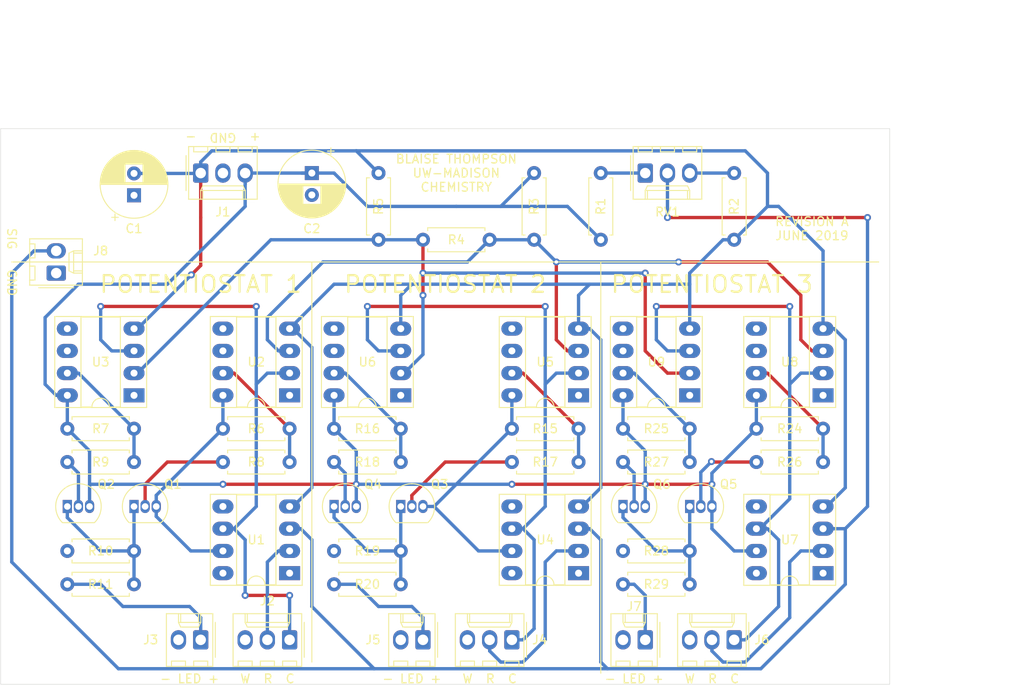
<source format=kicad_pcb>
(kicad_pcb (version 20171130) (host pcbnew 5.1.2+dfsg1-1)

  (general
    (thickness 1.6)
    (drawings 23)
    (tracks 301)
    (zones 0)
    (modules 53)
    (nets 51)
  )

  (page USLetter)
  (title_block
    (title "Triple Potentiostat")
    (date 2019-07-02)
    (rev 1.0.0)
    (company UW-Madison)
    (comment 1 "Department of Chemistry")
    (comment 2 "Blaise Thompson")
    (comment 3 bthompson@chem.wisc.edu)
  )

  (layers
    (0 F.Cu signal)
    (31 B.Cu signal)
    (32 B.Adhes user)
    (33 F.Adhes user hide)
    (34 B.Paste user)
    (35 F.Paste user)
    (36 B.SilkS user)
    (37 F.SilkS user)
    (38 B.Mask user)
    (39 F.Mask user)
    (40 Dwgs.User user)
    (41 Cmts.User user)
    (42 Eco1.User user)
    (43 Eco2.User user)
    (44 Edge.Cuts user)
    (45 Margin user)
    (46 B.CrtYd user)
    (47 F.CrtYd user)
    (48 B.Fab user)
    (49 F.Fab user hide)
  )

  (setup
    (last_trace_width 0.381)
    (trace_clearance 0.381)
    (zone_clearance 0.508)
    (zone_45_only no)
    (trace_min 0.2)
    (via_size 0.8)
    (via_drill 0.4)
    (via_min_size 0.4)
    (via_min_drill 0.3)
    (uvia_size 0.3)
    (uvia_drill 0.1)
    (uvias_allowed no)
    (uvia_min_size 0.2)
    (uvia_min_drill 0.1)
    (edge_width 0.05)
    (segment_width 0.2)
    (pcb_text_width 0.3)
    (pcb_text_size 1.5 1.5)
    (mod_edge_width 0.12)
    (mod_text_size 1 1)
    (mod_text_width 0.15)
    (pad_size 1.524 1.524)
    (pad_drill 0.762)
    (pad_to_mask_clearance 0.051)
    (solder_mask_min_width 0.25)
    (aux_axis_origin 0 0)
    (visible_elements FFFDFF7F)
    (pcbplotparams
      (layerselection 0x010fc_ffffffff)
      (usegerberextensions false)
      (usegerberattributes false)
      (usegerberadvancedattributes false)
      (creategerberjobfile false)
      (excludeedgelayer true)
      (linewidth 0.100000)
      (plotframeref false)
      (viasonmask false)
      (mode 1)
      (useauxorigin false)
      (hpglpennumber 1)
      (hpglpenspeed 20)
      (hpglpendiameter 15.000000)
      (psnegative false)
      (psa4output false)
      (plotreference true)
      (plotvalue true)
      (plotinvisibletext false)
      (padsonsilk true)
      (subtractmaskfromsilk false)
      (outputformat 1)
      (mirror false)
      (drillshape 0)
      (scaleselection 1)
      (outputdirectory "gerber"))
  )

  (net 0 "")
  (net 1 -15V)
  (net 2 GND)
  (net 3 +15V)
  (net 4 "Net-(J2-Pad2)")
  (net 5 "Net-(J2-Pad1)")
  (net 6 "Net-(J3-Pad1)")
  (net 7 "Net-(J4-Pad2)")
  (net 8 "Net-(J4-Pad1)")
  (net 9 "Net-(J5-Pad1)")
  (net 10 "Net-(J6-Pad2)")
  (net 11 "Net-(J6-Pad1)")
  (net 12 "Net-(J7-Pad1)")
  (net 13 "Net-(Q1-Pad1)")
  (net 14 "Net-(Q1-Pad2)")
  (net 15 "Net-(Q2-Pad2)")
  (net 16 "Net-(Q3-Pad1)")
  (net 17 "Net-(Q3-Pad2)")
  (net 18 "Net-(Q4-Pad2)")
  (net 19 "Net-(Q5-Pad1)")
  (net 20 "Net-(Q5-Pad2)")
  (net 21 "Net-(Q6-Pad2)")
  (net 22 "Net-(R1-Pad1)")
  (net 23 "Net-(R2-Pad2)")
  (net 24 "Net-(R6-Pad1)")
  (net 25 "Net-(R7-Pad2)")
  (net 26 "Net-(R15-Pad1)")
  (net 27 "Net-(R16-Pad2)")
  (net 28 "Net-(R24-Pad1)")
  (net 29 "Net-(R25-Pad2)")
  (net 30 /circuit1/Vset)
  (net 31 "Net-(U1-Pad8)")
  (net 32 "Net-(U1-Pad1)")
  (net 33 "Net-(U2-Pad6)")
  (net 34 "Net-(U2-Pad5)")
  (net 35 "Net-(U3-Pad6)")
  (net 36 "Net-(U3-Pad5)")
  (net 37 "Net-(U4-Pad8)")
  (net 38 "Net-(U4-Pad1)")
  (net 39 "Net-(U5-Pad6)")
  (net 40 "Net-(U5-Pad5)")
  (net 41 "Net-(U6-Pad6)")
  (net 42 "Net-(U6-Pad5)")
  (net 43 "Net-(U7-Pad8)")
  (net 44 "Net-(U7-Pad1)")
  (net 45 "Net-(U8-Pad6)")
  (net 46 "Net-(U8-Pad5)")
  (net 47 "Net-(U9-Pad6)")
  (net 48 "Net-(U9-Pad5)")
  (net 49 /circuit1/Vunder)
  (net 50 /circuit1/Vover)

  (net_class Default "This is the default net class."
    (clearance 0.381)
    (trace_width 0.381)
    (via_dia 0.8)
    (via_drill 0.4)
    (uvia_dia 0.3)
    (uvia_drill 0.1)
    (add_net +15V)
    (add_net -15V)
    (add_net /circuit1/Vover)
    (add_net /circuit1/Vset)
    (add_net /circuit1/Vunder)
    (add_net GND)
    (add_net "Net-(J2-Pad1)")
    (add_net "Net-(J2-Pad2)")
    (add_net "Net-(J3-Pad1)")
    (add_net "Net-(J4-Pad1)")
    (add_net "Net-(J4-Pad2)")
    (add_net "Net-(J5-Pad1)")
    (add_net "Net-(J6-Pad1)")
    (add_net "Net-(J6-Pad2)")
    (add_net "Net-(J7-Pad1)")
    (add_net "Net-(Q1-Pad1)")
    (add_net "Net-(Q1-Pad2)")
    (add_net "Net-(Q2-Pad2)")
    (add_net "Net-(Q3-Pad1)")
    (add_net "Net-(Q3-Pad2)")
    (add_net "Net-(Q4-Pad2)")
    (add_net "Net-(Q5-Pad1)")
    (add_net "Net-(Q5-Pad2)")
    (add_net "Net-(Q6-Pad2)")
    (add_net "Net-(R1-Pad1)")
    (add_net "Net-(R15-Pad1)")
    (add_net "Net-(R16-Pad2)")
    (add_net "Net-(R2-Pad2)")
    (add_net "Net-(R24-Pad1)")
    (add_net "Net-(R25-Pad2)")
    (add_net "Net-(R6-Pad1)")
    (add_net "Net-(R7-Pad2)")
    (add_net "Net-(U1-Pad1)")
    (add_net "Net-(U1-Pad8)")
    (add_net "Net-(U2-Pad5)")
    (add_net "Net-(U2-Pad6)")
    (add_net "Net-(U3-Pad5)")
    (add_net "Net-(U3-Pad6)")
    (add_net "Net-(U4-Pad1)")
    (add_net "Net-(U4-Pad8)")
    (add_net "Net-(U5-Pad5)")
    (add_net "Net-(U5-Pad6)")
    (add_net "Net-(U6-Pad5)")
    (add_net "Net-(U6-Pad6)")
    (add_net "Net-(U7-Pad1)")
    (add_net "Net-(U7-Pad8)")
    (add_net "Net-(U8-Pad5)")
    (add_net "Net-(U8-Pad6)")
    (add_net "Net-(U9-Pad5)")
    (add_net "Net-(U9-Pad6)")
  )

  (module Connector_Molex:Molex_KK-254_AE-6410-02A_1x02_P2.54mm_Vertical (layer F.Cu) (tedit 5B78013E) (tstamp 5D12AAF2)
    (at 82.55 105.41 90)
    (descr "Molex KK-254 Interconnect System, old/engineering part number: AE-6410-02A example for new part number: 22-27-2021, 2 Pins (http://www.molex.com/pdm_docs/sd/022272021_sd.pdf), generated with kicad-footprint-generator")
    (tags "connector Molex KK-254 side entry")
    (path /5D12A7C3)
    (fp_text reference J8 (at 2.54 5.08 180) (layer F.SilkS)
      (effects (font (size 1 1) (thickness 0.15)))
    )
    (fp_text value DISPLAY (at 1.27 4.08 90) (layer F.Fab)
      (effects (font (size 1 1) (thickness 0.15)))
    )
    (fp_text user %R (at 1.27 -2.22 90) (layer F.Fab)
      (effects (font (size 1 1) (thickness 0.15)))
    )
    (fp_line (start 4.31 -3.42) (end -1.77 -3.42) (layer F.CrtYd) (width 0.05))
    (fp_line (start 4.31 3.38) (end 4.31 -3.42) (layer F.CrtYd) (width 0.05))
    (fp_line (start -1.77 3.38) (end 4.31 3.38) (layer F.CrtYd) (width 0.05))
    (fp_line (start -1.77 -3.42) (end -1.77 3.38) (layer F.CrtYd) (width 0.05))
    (fp_line (start 3.34 -2.43) (end 3.34 -3.03) (layer F.SilkS) (width 0.12))
    (fp_line (start 1.74 -2.43) (end 3.34 -2.43) (layer F.SilkS) (width 0.12))
    (fp_line (start 1.74 -3.03) (end 1.74 -2.43) (layer F.SilkS) (width 0.12))
    (fp_line (start 0.8 -2.43) (end 0.8 -3.03) (layer F.SilkS) (width 0.12))
    (fp_line (start -0.8 -2.43) (end 0.8 -2.43) (layer F.SilkS) (width 0.12))
    (fp_line (start -0.8 -3.03) (end -0.8 -2.43) (layer F.SilkS) (width 0.12))
    (fp_line (start 2.29 2.99) (end 2.29 1.99) (layer F.SilkS) (width 0.12))
    (fp_line (start 0.25 2.99) (end 0.25 1.99) (layer F.SilkS) (width 0.12))
    (fp_line (start 2.29 1.46) (end 2.54 1.99) (layer F.SilkS) (width 0.12))
    (fp_line (start 0.25 1.46) (end 2.29 1.46) (layer F.SilkS) (width 0.12))
    (fp_line (start 0 1.99) (end 0.25 1.46) (layer F.SilkS) (width 0.12))
    (fp_line (start 2.54 1.99) (end 2.54 2.99) (layer F.SilkS) (width 0.12))
    (fp_line (start 0 1.99) (end 2.54 1.99) (layer F.SilkS) (width 0.12))
    (fp_line (start 0 2.99) (end 0 1.99) (layer F.SilkS) (width 0.12))
    (fp_line (start -0.562893 0) (end -1.27 0.5) (layer F.Fab) (width 0.1))
    (fp_line (start -1.27 -0.5) (end -0.562893 0) (layer F.Fab) (width 0.1))
    (fp_line (start -1.67 -2) (end -1.67 2) (layer F.SilkS) (width 0.12))
    (fp_line (start 3.92 -3.03) (end -1.38 -3.03) (layer F.SilkS) (width 0.12))
    (fp_line (start 3.92 2.99) (end 3.92 -3.03) (layer F.SilkS) (width 0.12))
    (fp_line (start -1.38 2.99) (end 3.92 2.99) (layer F.SilkS) (width 0.12))
    (fp_line (start -1.38 -3.03) (end -1.38 2.99) (layer F.SilkS) (width 0.12))
    (fp_line (start 3.81 -2.92) (end -1.27 -2.92) (layer F.Fab) (width 0.1))
    (fp_line (start 3.81 2.88) (end 3.81 -2.92) (layer F.Fab) (width 0.1))
    (fp_line (start -1.27 2.88) (end 3.81 2.88) (layer F.Fab) (width 0.1))
    (fp_line (start -1.27 -2.92) (end -1.27 2.88) (layer F.Fab) (width 0.1))
    (pad 2 thru_hole oval (at 2.54 0 90) (size 1.74 2.2) (drill 1.2) (layers *.Cu *.Mask)
      (net 30 /circuit1/Vset))
    (pad 1 thru_hole roundrect (at 0 0 90) (size 1.74 2.2) (drill 1.2) (layers *.Cu *.Mask) (roundrect_rratio 0.143678)
      (net 2 GND))
    (model ${KISYS3DMOD}/Connector_Molex.3dshapes/Molex_KK-254_AE-6410-02A_1x02_P2.54mm_Vertical.wrl
      (at (xyz 0 0 0))
      (scale (xyz 1 1 1))
      (rotate (xyz 0 0 0))
    )
  )

  (module Package_DIP:DIP-8_W7.62mm_Socket_LongPads (layer F.Cu) (tedit 5A02E8C5) (tstamp 5D124816)
    (at 109.22 119.38 180)
    (descr "8-lead though-hole mounted DIP package, row spacing 7.62 mm (300 mils), Socket, LongPads")
    (tags "THT DIP DIL PDIP 2.54mm 7.62mm 300mil Socket LongPads")
    (path /5D1CDA14/5D1E3377)
    (fp_text reference U2 (at 3.81 3.81) (layer F.SilkS)
      (effects (font (size 1 1) (thickness 0.15)))
    )
    (fp_text value LM311 (at 3.81 9.95) (layer F.Fab)
      (effects (font (size 1 1) (thickness 0.15)))
    )
    (fp_text user %R (at 3.81 3.81) (layer F.Fab)
      (effects (font (size 1 1) (thickness 0.15)))
    )
    (fp_line (start 9.15 -1.6) (end -1.55 -1.6) (layer F.CrtYd) (width 0.05))
    (fp_line (start 9.15 9.2) (end 9.15 -1.6) (layer F.CrtYd) (width 0.05))
    (fp_line (start -1.55 9.2) (end 9.15 9.2) (layer F.CrtYd) (width 0.05))
    (fp_line (start -1.55 -1.6) (end -1.55 9.2) (layer F.CrtYd) (width 0.05))
    (fp_line (start 9.06 -1.39) (end -1.44 -1.39) (layer F.SilkS) (width 0.12))
    (fp_line (start 9.06 9.01) (end 9.06 -1.39) (layer F.SilkS) (width 0.12))
    (fp_line (start -1.44 9.01) (end 9.06 9.01) (layer F.SilkS) (width 0.12))
    (fp_line (start -1.44 -1.39) (end -1.44 9.01) (layer F.SilkS) (width 0.12))
    (fp_line (start 6.06 -1.33) (end 4.81 -1.33) (layer F.SilkS) (width 0.12))
    (fp_line (start 6.06 8.95) (end 6.06 -1.33) (layer F.SilkS) (width 0.12))
    (fp_line (start 1.56 8.95) (end 6.06 8.95) (layer F.SilkS) (width 0.12))
    (fp_line (start 1.56 -1.33) (end 1.56 8.95) (layer F.SilkS) (width 0.12))
    (fp_line (start 2.81 -1.33) (end 1.56 -1.33) (layer F.SilkS) (width 0.12))
    (fp_line (start 8.89 -1.33) (end -1.27 -1.33) (layer F.Fab) (width 0.1))
    (fp_line (start 8.89 8.95) (end 8.89 -1.33) (layer F.Fab) (width 0.1))
    (fp_line (start -1.27 8.95) (end 8.89 8.95) (layer F.Fab) (width 0.1))
    (fp_line (start -1.27 -1.33) (end -1.27 8.95) (layer F.Fab) (width 0.1))
    (fp_line (start 0.635 -0.27) (end 1.635 -1.27) (layer F.Fab) (width 0.1))
    (fp_line (start 0.635 8.89) (end 0.635 -0.27) (layer F.Fab) (width 0.1))
    (fp_line (start 6.985 8.89) (end 0.635 8.89) (layer F.Fab) (width 0.1))
    (fp_line (start 6.985 -1.27) (end 6.985 8.89) (layer F.Fab) (width 0.1))
    (fp_line (start 1.635 -1.27) (end 6.985 -1.27) (layer F.Fab) (width 0.1))
    (fp_arc (start 3.81 -1.33) (end 2.81 -1.33) (angle -180) (layer F.SilkS) (width 0.12))
    (pad 8 thru_hole oval (at 7.62 0 180) (size 2.4 1.6) (drill 0.8) (layers *.Cu *.Mask)
      (net 3 +15V))
    (pad 4 thru_hole oval (at 0 7.62 180) (size 2.4 1.6) (drill 0.8) (layers *.Cu *.Mask)
      (net 1 -15V))
    (pad 7 thru_hole oval (at 7.62 2.54 180) (size 2.4 1.6) (drill 0.8) (layers *.Cu *.Mask)
      (net 24 "Net-(R6-Pad1)"))
    (pad 3 thru_hole oval (at 0 5.08 180) (size 2.4 1.6) (drill 0.8) (layers *.Cu *.Mask)
      (net 49 /circuit1/Vunder))
    (pad 6 thru_hole oval (at 7.62 5.08 180) (size 2.4 1.6) (drill 0.8) (layers *.Cu *.Mask)
      (net 33 "Net-(U2-Pad6)"))
    (pad 2 thru_hole oval (at 0 2.54 180) (size 2.4 1.6) (drill 0.8) (layers *.Cu *.Mask)
      (net 5 "Net-(J2-Pad1)"))
    (pad 5 thru_hole oval (at 7.62 7.62 180) (size 2.4 1.6) (drill 0.8) (layers *.Cu *.Mask)
      (net 34 "Net-(U2-Pad5)"))
    (pad 1 thru_hole rect (at 0 0 180) (size 2.4 1.6) (drill 0.8) (layers *.Cu *.Mask)
      (net 2 GND))
    (model ${KISYS3DMOD}/Package_DIP.3dshapes/DIP-8_W7.62mm_Socket.wrl
      (at (xyz 0 0 0))
      (scale (xyz 1 1 1))
      (rotate (xyz 0 0 0))
    )
  )

  (module Package_TO_SOT_THT:TO-92_Inline (layer F.Cu) (tedit 5A1DD157) (tstamp 5D12450B)
    (at 147.32 132.08)
    (descr "TO-92 leads in-line, narrow, oval pads, drill 0.75mm (see NXP sot054_po.pdf)")
    (tags "to-92 sc-43 sc-43a sot54 PA33 transistor")
    (path /5D202779/5D1E33EC)
    (fp_text reference Q6 (at 4.445 -2.54) (layer F.SilkS)
      (effects (font (size 1 1) (thickness 0.15)))
    )
    (fp_text value 2N3904 (at 1.27 2.79) (layer F.Fab)
      (effects (font (size 1 1) (thickness 0.15)))
    )
    (fp_arc (start 1.27 0) (end 1.27 -2.6) (angle 135) (layer F.SilkS) (width 0.12))
    (fp_arc (start 1.27 0) (end 1.27 -2.48) (angle -135) (layer F.Fab) (width 0.1))
    (fp_arc (start 1.27 0) (end 1.27 -2.6) (angle -135) (layer F.SilkS) (width 0.12))
    (fp_arc (start 1.27 0) (end 1.27 -2.48) (angle 135) (layer F.Fab) (width 0.1))
    (fp_line (start 4 2.01) (end -1.46 2.01) (layer F.CrtYd) (width 0.05))
    (fp_line (start 4 2.01) (end 4 -2.73) (layer F.CrtYd) (width 0.05))
    (fp_line (start -1.46 -2.73) (end -1.46 2.01) (layer F.CrtYd) (width 0.05))
    (fp_line (start -1.46 -2.73) (end 4 -2.73) (layer F.CrtYd) (width 0.05))
    (fp_line (start -0.5 1.75) (end 3 1.75) (layer F.Fab) (width 0.1))
    (fp_line (start -0.53 1.85) (end 3.07 1.85) (layer F.SilkS) (width 0.12))
    (fp_text user %R (at 1.27 -3.56) (layer F.Fab)
      (effects (font (size 1 1) (thickness 0.15)))
    )
    (pad 1 thru_hole rect (at 0 0) (size 1.05 1.5) (drill 0.75) (layers *.Cu *.Mask)
      (net 19 "Net-(Q5-Pad1)"))
    (pad 3 thru_hole oval (at 2.54 0) (size 1.05 1.5) (drill 0.75) (layers *.Cu *.Mask)
      (net 3 +15V))
    (pad 2 thru_hole oval (at 1.27 0) (size 1.05 1.5) (drill 0.75) (layers *.Cu *.Mask)
      (net 21 "Net-(Q6-Pad2)"))
    (model ${KISYS3DMOD}/Package_TO_SOT_THT.3dshapes/TO-92_Inline.wrl
      (at (xyz 0 0 0))
      (scale (xyz 1 1 1))
      (rotate (xyz 0 0 0))
    )
  )

  (module Resistor_THT:R_Axial_DIN0207_L6.3mm_D2.5mm_P7.62mm_Horizontal (layer F.Cu) (tedit 5AE5139B) (tstamp 5D12D713)
    (at 154.94 137.16 180)
    (descr "Resistor, Axial_DIN0207 series, Axial, Horizontal, pin pitch=7.62mm, 0.25W = 1/4W, length*diameter=6.3*2.5mm^2, http://cdn-reichelt.de/documents/datenblatt/B400/1_4W%23YAG.pdf")
    (tags "Resistor Axial_DIN0207 series Axial Horizontal pin pitch 7.62mm 0.25W = 1/4W length 6.3mm diameter 2.5mm")
    (path /5D202779/5D1E3404)
    (fp_text reference R28 (at 3.81 0) (layer F.SilkS)
      (effects (font (size 1 1) (thickness 0.15)))
    )
    (fp_text value 4.7k (at 3.81 2.37) (layer F.Fab)
      (effects (font (size 1 1) (thickness 0.15)))
    )
    (fp_text user %R (at 3.81 0) (layer F.Fab)
      (effects (font (size 1 1) (thickness 0.15)))
    )
    (fp_line (start 8.67 -1.5) (end -1.05 -1.5) (layer F.CrtYd) (width 0.05))
    (fp_line (start 8.67 1.5) (end 8.67 -1.5) (layer F.CrtYd) (width 0.05))
    (fp_line (start -1.05 1.5) (end 8.67 1.5) (layer F.CrtYd) (width 0.05))
    (fp_line (start -1.05 -1.5) (end -1.05 1.5) (layer F.CrtYd) (width 0.05))
    (fp_line (start 7.08 1.37) (end 7.08 1.04) (layer F.SilkS) (width 0.12))
    (fp_line (start 0.54 1.37) (end 7.08 1.37) (layer F.SilkS) (width 0.12))
    (fp_line (start 0.54 1.04) (end 0.54 1.37) (layer F.SilkS) (width 0.12))
    (fp_line (start 7.08 -1.37) (end 7.08 -1.04) (layer F.SilkS) (width 0.12))
    (fp_line (start 0.54 -1.37) (end 7.08 -1.37) (layer F.SilkS) (width 0.12))
    (fp_line (start 0.54 -1.04) (end 0.54 -1.37) (layer F.SilkS) (width 0.12))
    (fp_line (start 7.62 0) (end 6.96 0) (layer F.Fab) (width 0.1))
    (fp_line (start 0 0) (end 0.66 0) (layer F.Fab) (width 0.1))
    (fp_line (start 6.96 -1.25) (end 0.66 -1.25) (layer F.Fab) (width 0.1))
    (fp_line (start 6.96 1.25) (end 6.96 -1.25) (layer F.Fab) (width 0.1))
    (fp_line (start 0.66 1.25) (end 6.96 1.25) (layer F.Fab) (width 0.1))
    (fp_line (start 0.66 -1.25) (end 0.66 1.25) (layer F.Fab) (width 0.1))
    (pad 2 thru_hole oval (at 7.62 0 180) (size 1.6 1.6) (drill 0.8) (layers *.Cu *.Mask)
      (net 2 GND))
    (pad 1 thru_hole circle (at 0 0 180) (size 1.6 1.6) (drill 0.8) (layers *.Cu *.Mask)
      (net 19 "Net-(Q5-Pad1)"))
    (model ${KISYS3DMOD}/Resistor_THT.3dshapes/R_Axial_DIN0207_L6.3mm_D2.5mm_P7.62mm_Horizontal.wrl
      (at (xyz 0 0 0))
      (scale (xyz 1 1 1))
      (rotate (xyz 0 0 0))
    )
  )

  (module Package_DIP:DIP-8_W7.62mm_Socket_LongPads (layer F.Cu) (tedit 5A02E8C5) (tstamp 5D1248EE)
    (at 170.18 119.38 180)
    (descr "8-lead though-hole mounted DIP package, row spacing 7.62 mm (300 mils), Socket, LongPads")
    (tags "THT DIP DIL PDIP 2.54mm 7.62mm 300mil Socket LongPads")
    (path /5D202779/5D1E3377)
    (fp_text reference U8 (at 3.81 3.81) (layer F.SilkS)
      (effects (font (size 1 1) (thickness 0.15)))
    )
    (fp_text value LM311 (at 3.81 9.95) (layer F.Fab)
      (effects (font (size 1 1) (thickness 0.15)))
    )
    (fp_text user %R (at 3.81 3.81 90) (layer F.Fab)
      (effects (font (size 1 1) (thickness 0.15)))
    )
    (fp_line (start 9.15 -1.6) (end -1.55 -1.6) (layer F.CrtYd) (width 0.05))
    (fp_line (start 9.15 9.2) (end 9.15 -1.6) (layer F.CrtYd) (width 0.05))
    (fp_line (start -1.55 9.2) (end 9.15 9.2) (layer F.CrtYd) (width 0.05))
    (fp_line (start -1.55 -1.6) (end -1.55 9.2) (layer F.CrtYd) (width 0.05))
    (fp_line (start 9.06 -1.39) (end -1.44 -1.39) (layer F.SilkS) (width 0.12))
    (fp_line (start 9.06 9.01) (end 9.06 -1.39) (layer F.SilkS) (width 0.12))
    (fp_line (start -1.44 9.01) (end 9.06 9.01) (layer F.SilkS) (width 0.12))
    (fp_line (start -1.44 -1.39) (end -1.44 9.01) (layer F.SilkS) (width 0.12))
    (fp_line (start 6.06 -1.33) (end 4.81 -1.33) (layer F.SilkS) (width 0.12))
    (fp_line (start 6.06 8.95) (end 6.06 -1.33) (layer F.SilkS) (width 0.12))
    (fp_line (start 1.56 8.95) (end 6.06 8.95) (layer F.SilkS) (width 0.12))
    (fp_line (start 1.56 -1.33) (end 1.56 8.95) (layer F.SilkS) (width 0.12))
    (fp_line (start 2.81 -1.33) (end 1.56 -1.33) (layer F.SilkS) (width 0.12))
    (fp_line (start 8.89 -1.33) (end -1.27 -1.33) (layer F.Fab) (width 0.1))
    (fp_line (start 8.89 8.95) (end 8.89 -1.33) (layer F.Fab) (width 0.1))
    (fp_line (start -1.27 8.95) (end 8.89 8.95) (layer F.Fab) (width 0.1))
    (fp_line (start -1.27 -1.33) (end -1.27 8.95) (layer F.Fab) (width 0.1))
    (fp_line (start 0.635 -0.27) (end 1.635 -1.27) (layer F.Fab) (width 0.1))
    (fp_line (start 0.635 8.89) (end 0.635 -0.27) (layer F.Fab) (width 0.1))
    (fp_line (start 6.985 8.89) (end 0.635 8.89) (layer F.Fab) (width 0.1))
    (fp_line (start 6.985 -1.27) (end 6.985 8.89) (layer F.Fab) (width 0.1))
    (fp_line (start 1.635 -1.27) (end 6.985 -1.27) (layer F.Fab) (width 0.1))
    (fp_arc (start 3.81 -1.33) (end 2.81 -1.33) (angle -180) (layer F.SilkS) (width 0.12))
    (pad 8 thru_hole oval (at 7.62 0 180) (size 2.4 1.6) (drill 0.8) (layers *.Cu *.Mask)
      (net 3 +15V))
    (pad 4 thru_hole oval (at 0 7.62 180) (size 2.4 1.6) (drill 0.8) (layers *.Cu *.Mask)
      (net 1 -15V))
    (pad 7 thru_hole oval (at 7.62 2.54 180) (size 2.4 1.6) (drill 0.8) (layers *.Cu *.Mask)
      (net 28 "Net-(R24-Pad1)"))
    (pad 3 thru_hole oval (at 0 5.08 180) (size 2.4 1.6) (drill 0.8) (layers *.Cu *.Mask)
      (net 49 /circuit1/Vunder))
    (pad 6 thru_hole oval (at 7.62 5.08 180) (size 2.4 1.6) (drill 0.8) (layers *.Cu *.Mask)
      (net 45 "Net-(U8-Pad6)"))
    (pad 2 thru_hole oval (at 0 2.54 180) (size 2.4 1.6) (drill 0.8) (layers *.Cu *.Mask)
      (net 11 "Net-(J6-Pad1)"))
    (pad 5 thru_hole oval (at 7.62 7.62 180) (size 2.4 1.6) (drill 0.8) (layers *.Cu *.Mask)
      (net 46 "Net-(U8-Pad5)"))
    (pad 1 thru_hole rect (at 0 0 180) (size 2.4 1.6) (drill 0.8) (layers *.Cu *.Mask)
      (net 2 GND))
    (model ${KISYS3DMOD}/Package_DIP.3dshapes/DIP-8_W7.62mm_Socket.wrl
      (at (xyz 0 0 0))
      (scale (xyz 1 1 1))
      (rotate (xyz 0 0 0))
    )
  )

  (module MountingHole:MountingHole_3.2mm_M3 (layer F.Cu) (tedit 56D1B4CB) (tstamp 5D12963D)
    (at 172.72 93.98)
    (descr "Mounting Hole 3.2mm, no annular, M3")
    (tags "mounting hole 3.2mm no annular m3")
    (attr virtual)
    (fp_text reference REF** (at 0 -4.2) (layer F.SilkS) hide
      (effects (font (size 1 1) (thickness 0.15)))
    )
    (fp_text value MountingHole_3.2mm_M3 (at 0 4.2) (layer F.Fab) hide
      (effects (font (size 1 1) (thickness 0.15)))
    )
    (fp_text user %R (at 0.3 0) (layer F.Fab) hide
      (effects (font (size 1 1) (thickness 0.15)))
    )
    (fp_circle (center 0 0) (end 3.2 0) (layer Cmts.User) (width 0.15))
    (fp_circle (center 0 0) (end 3.45 0) (layer F.CrtYd) (width 0.05))
    (pad 1 np_thru_hole circle (at 0 0) (size 3.2 3.2) (drill 3.2) (layers *.Cu *.Mask))
  )

  (module MountingHole:MountingHole_3.2mm_M3 (layer F.Cu) (tedit 56D1B4CB) (tstamp 5D12963D)
    (at 172.72 147.32)
    (descr "Mounting Hole 3.2mm, no annular, M3")
    (tags "mounting hole 3.2mm no annular m3")
    (attr virtual)
    (fp_text reference REF** (at 0 -4.2) (layer F.SilkS) hide
      (effects (font (size 1 1) (thickness 0.15)))
    )
    (fp_text value MountingHole_3.2mm_M3 (at 0 4.2) (layer F.Fab)
      (effects (font (size 1 1) (thickness 0.15)))
    )
    (fp_text user %R (at 0.3 0) (layer F.Fab)
      (effects (font (size 1 1) (thickness 0.15)))
    )
    (fp_circle (center 0 0) (end 3.2 0) (layer Cmts.User) (width 0.15))
    (fp_circle (center 0 0) (end 3.45 0) (layer F.CrtYd) (width 0.05))
    (pad 1 np_thru_hole circle (at 0 0) (size 3.2 3.2) (drill 3.2) (layers *.Cu *.Mask))
  )

  (module MountingHole:MountingHole_3.2mm_M3 (layer F.Cu) (tedit 56D1B4CB) (tstamp 5D12963D)
    (at 81.28 147.32)
    (descr "Mounting Hole 3.2mm, no annular, M3")
    (tags "mounting hole 3.2mm no annular m3")
    (attr virtual)
    (fp_text reference REF** (at 0 -4.2) (layer F.SilkS) hide
      (effects (font (size 1 1) (thickness 0.15)))
    )
    (fp_text value MountingHole_3.2mm_M3 (at 0 4.2) (layer F.Fab)
      (effects (font (size 1 1) (thickness 0.15)))
    )
    (fp_text user %R (at 0.3 0) (layer F.Fab)
      (effects (font (size 1 1) (thickness 0.15)))
    )
    (fp_circle (center 0 0) (end 3.2 0) (layer Cmts.User) (width 0.15))
    (fp_circle (center 0 0) (end 3.45 0) (layer F.CrtYd) (width 0.05))
    (pad 1 np_thru_hole circle (at 0 0) (size 3.2 3.2) (drill 3.2) (layers *.Cu *.Mask))
  )

  (module MountingHole:MountingHole_3.2mm_M3 (layer F.Cu) (tedit 56D1B4CB) (tstamp 5D12962D)
    (at 81.28 93.98 90)
    (descr "Mounting Hole 3.2mm, no annular, M3")
    (tags "mounting hole 3.2mm no annular m3")
    (attr virtual)
    (fp_text reference REF** (at 0 -4.2 90) (layer F.SilkS) hide
      (effects (font (size 1 1) (thickness 0.15)))
    )
    (fp_text value MountingHole_3.2mm_M3 (at 0 4.2 90) (layer F.Fab) hide
      (effects (font (size 1 1) (thickness 0.15)))
    )
    (fp_circle (center 0 0) (end 3.45 0) (layer F.CrtYd) (width 0.05))
    (fp_circle (center 0 0) (end 3.2 0) (layer Cmts.User) (width 0.15))
    (fp_text user %R (at 0.3 0 90) (layer F.Fab) hide
      (effects (font (size 1 1) (thickness 0.15)))
    )
    (pad 1 np_thru_hole circle (at 0 0 90) (size 3.2 3.2) (drill 3.2) (layers *.Cu *.Mask))
  )

  (module Resistor_THT:R_Axial_DIN0207_L6.3mm_D2.5mm_P7.62mm_Horizontal (layer F.Cu) (tedit 5AE5139B) (tstamp 5D12CF94)
    (at 119.38 101.6 90)
    (descr "Resistor, Axial_DIN0207 series, Axial, Horizontal, pin pitch=7.62mm, 0.25W = 1/4W, length*diameter=6.3*2.5mm^2, http://cdn-reichelt.de/documents/datenblatt/B400/1_4W%23YAG.pdf")
    (tags "Resistor Axial_DIN0207 series Axial Horizontal pin pitch 7.62mm 0.25W = 1/4W length 6.3mm diameter 2.5mm")
    (path /5D2C304E)
    (fp_text reference R5 (at 3.81 0 90) (layer F.SilkS)
      (effects (font (size 1 1) (thickness 0.15)))
    )
    (fp_text value 10k (at 3.81 2.37 90) (layer F.Fab)
      (effects (font (size 1 1) (thickness 0.15)))
    )
    (fp_text user %R (at 3.81 0 90) (layer F.Fab)
      (effects (font (size 1 1) (thickness 0.15)))
    )
    (fp_line (start 8.67 -1.5) (end -1.05 -1.5) (layer F.CrtYd) (width 0.05))
    (fp_line (start 8.67 1.5) (end 8.67 -1.5) (layer F.CrtYd) (width 0.05))
    (fp_line (start -1.05 1.5) (end 8.67 1.5) (layer F.CrtYd) (width 0.05))
    (fp_line (start -1.05 -1.5) (end -1.05 1.5) (layer F.CrtYd) (width 0.05))
    (fp_line (start 7.08 1.37) (end 7.08 1.04) (layer F.SilkS) (width 0.12))
    (fp_line (start 0.54 1.37) (end 7.08 1.37) (layer F.SilkS) (width 0.12))
    (fp_line (start 0.54 1.04) (end 0.54 1.37) (layer F.SilkS) (width 0.12))
    (fp_line (start 7.08 -1.37) (end 7.08 -1.04) (layer F.SilkS) (width 0.12))
    (fp_line (start 0.54 -1.37) (end 7.08 -1.37) (layer F.SilkS) (width 0.12))
    (fp_line (start 0.54 -1.04) (end 0.54 -1.37) (layer F.SilkS) (width 0.12))
    (fp_line (start 7.62 0) (end 6.96 0) (layer F.Fab) (width 0.1))
    (fp_line (start 0 0) (end 0.66 0) (layer F.Fab) (width 0.1))
    (fp_line (start 6.96 -1.25) (end 0.66 -1.25) (layer F.Fab) (width 0.1))
    (fp_line (start 6.96 1.25) (end 6.96 -1.25) (layer F.Fab) (width 0.1))
    (fp_line (start 0.66 1.25) (end 6.96 1.25) (layer F.Fab) (width 0.1))
    (fp_line (start 0.66 -1.25) (end 0.66 1.25) (layer F.Fab) (width 0.1))
    (pad 2 thru_hole oval (at 7.62 0 90) (size 1.6 1.6) (drill 0.8) (layers *.Cu *.Mask)
      (net 1 -15V))
    (pad 1 thru_hole circle (at 0 0 90) (size 1.6 1.6) (drill 0.8) (layers *.Cu *.Mask)
      (net 50 /circuit1/Vover))
    (model ${KISYS3DMOD}/Resistor_THT.3dshapes/R_Axial_DIN0207_L6.3mm_D2.5mm_P7.62mm_Horizontal.wrl
      (at (xyz 0 0 0))
      (scale (xyz 1 1 1))
      (rotate (xyz 0 0 0))
    )
  )

  (module Resistor_THT:R_Axial_DIN0207_L6.3mm_D2.5mm_P7.62mm_Horizontal (layer F.Cu) (tedit 5AE5139B) (tstamp 5D12CF7D)
    (at 132.08 101.6 180)
    (descr "Resistor, Axial_DIN0207 series, Axial, Horizontal, pin pitch=7.62mm, 0.25W = 1/4W, length*diameter=6.3*2.5mm^2, http://cdn-reichelt.de/documents/datenblatt/B400/1_4W%23YAG.pdf")
    (tags "Resistor Axial_DIN0207 series Axial Horizontal pin pitch 7.62mm 0.25W = 1/4W length 6.3mm diameter 2.5mm")
    (path /5D2C305A)
    (fp_text reference R4 (at 3.81 0) (layer F.SilkS)
      (effects (font (size 1 1) (thickness 0.15)))
    )
    (fp_text value 100k (at 3.81 2.37) (layer F.Fab)
      (effects (font (size 1 1) (thickness 0.15)))
    )
    (fp_text user %R (at 3.81 0) (layer F.Fab)
      (effects (font (size 1 1) (thickness 0.15)))
    )
    (fp_line (start 8.67 -1.5) (end -1.05 -1.5) (layer F.CrtYd) (width 0.05))
    (fp_line (start 8.67 1.5) (end 8.67 -1.5) (layer F.CrtYd) (width 0.05))
    (fp_line (start -1.05 1.5) (end 8.67 1.5) (layer F.CrtYd) (width 0.05))
    (fp_line (start -1.05 -1.5) (end -1.05 1.5) (layer F.CrtYd) (width 0.05))
    (fp_line (start 7.08 1.37) (end 7.08 1.04) (layer F.SilkS) (width 0.12))
    (fp_line (start 0.54 1.37) (end 7.08 1.37) (layer F.SilkS) (width 0.12))
    (fp_line (start 0.54 1.04) (end 0.54 1.37) (layer F.SilkS) (width 0.12))
    (fp_line (start 7.08 -1.37) (end 7.08 -1.04) (layer F.SilkS) (width 0.12))
    (fp_line (start 0.54 -1.37) (end 7.08 -1.37) (layer F.SilkS) (width 0.12))
    (fp_line (start 0.54 -1.04) (end 0.54 -1.37) (layer F.SilkS) (width 0.12))
    (fp_line (start 7.62 0) (end 6.96 0) (layer F.Fab) (width 0.1))
    (fp_line (start 0 0) (end 0.66 0) (layer F.Fab) (width 0.1))
    (fp_line (start 6.96 -1.25) (end 0.66 -1.25) (layer F.Fab) (width 0.1))
    (fp_line (start 6.96 1.25) (end 6.96 -1.25) (layer F.Fab) (width 0.1))
    (fp_line (start 0.66 1.25) (end 6.96 1.25) (layer F.Fab) (width 0.1))
    (fp_line (start 0.66 -1.25) (end 0.66 1.25) (layer F.Fab) (width 0.1))
    (pad 2 thru_hole oval (at 7.62 0 180) (size 1.6 1.6) (drill 0.8) (layers *.Cu *.Mask)
      (net 50 /circuit1/Vover))
    (pad 1 thru_hole circle (at 0 0 180) (size 1.6 1.6) (drill 0.8) (layers *.Cu *.Mask)
      (net 49 /circuit1/Vunder))
    (model ${KISYS3DMOD}/Resistor_THT.3dshapes/R_Axial_DIN0207_L6.3mm_D2.5mm_P7.62mm_Horizontal.wrl
      (at (xyz 0 0 0))
      (scale (xyz 1 1 1))
      (rotate (xyz 0 0 0))
    )
  )

  (module Resistor_THT:R_Axial_DIN0207_L6.3mm_D2.5mm_P7.62mm_Horizontal (layer F.Cu) (tedit 5AE5139B) (tstamp 5D12CF66)
    (at 137.16 93.98 270)
    (descr "Resistor, Axial_DIN0207 series, Axial, Horizontal, pin pitch=7.62mm, 0.25W = 1/4W, length*diameter=6.3*2.5mm^2, http://cdn-reichelt.de/documents/datenblatt/B400/1_4W%23YAG.pdf")
    (tags "Resistor Axial_DIN0207 series Axial Horizontal pin pitch 7.62mm 0.25W = 1/4W length 6.3mm diameter 2.5mm")
    (path /5D2C3054)
    (fp_text reference R3 (at 3.81 0 90) (layer F.SilkS)
      (effects (font (size 1 1) (thickness 0.15)))
    )
    (fp_text value 10k (at 3.81 2.37 90) (layer F.Fab)
      (effects (font (size 1 1) (thickness 0.15)))
    )
    (fp_text user %R (at 3.81 0 90) (layer F.Fab)
      (effects (font (size 1 1) (thickness 0.15)))
    )
    (fp_line (start 8.67 -1.5) (end -1.05 -1.5) (layer F.CrtYd) (width 0.05))
    (fp_line (start 8.67 1.5) (end 8.67 -1.5) (layer F.CrtYd) (width 0.05))
    (fp_line (start -1.05 1.5) (end 8.67 1.5) (layer F.CrtYd) (width 0.05))
    (fp_line (start -1.05 -1.5) (end -1.05 1.5) (layer F.CrtYd) (width 0.05))
    (fp_line (start 7.08 1.37) (end 7.08 1.04) (layer F.SilkS) (width 0.12))
    (fp_line (start 0.54 1.37) (end 7.08 1.37) (layer F.SilkS) (width 0.12))
    (fp_line (start 0.54 1.04) (end 0.54 1.37) (layer F.SilkS) (width 0.12))
    (fp_line (start 7.08 -1.37) (end 7.08 -1.04) (layer F.SilkS) (width 0.12))
    (fp_line (start 0.54 -1.37) (end 7.08 -1.37) (layer F.SilkS) (width 0.12))
    (fp_line (start 0.54 -1.04) (end 0.54 -1.37) (layer F.SilkS) (width 0.12))
    (fp_line (start 7.62 0) (end 6.96 0) (layer F.Fab) (width 0.1))
    (fp_line (start 0 0) (end 0.66 0) (layer F.Fab) (width 0.1))
    (fp_line (start 6.96 -1.25) (end 0.66 -1.25) (layer F.Fab) (width 0.1))
    (fp_line (start 6.96 1.25) (end 6.96 -1.25) (layer F.Fab) (width 0.1))
    (fp_line (start 0.66 1.25) (end 6.96 1.25) (layer F.Fab) (width 0.1))
    (fp_line (start 0.66 -1.25) (end 0.66 1.25) (layer F.Fab) (width 0.1))
    (pad 2 thru_hole oval (at 7.62 0 270) (size 1.6 1.6) (drill 0.8) (layers *.Cu *.Mask)
      (net 49 /circuit1/Vunder))
    (pad 1 thru_hole circle (at 0 0 270) (size 1.6 1.6) (drill 0.8) (layers *.Cu *.Mask)
      (net 3 +15V))
    (model ${KISYS3DMOD}/Resistor_THT.3dshapes/R_Axial_DIN0207_L6.3mm_D2.5mm_P7.62mm_Horizontal.wrl
      (at (xyz 0 0 0))
      (scale (xyz 1 1 1))
      (rotate (xyz 0 0 0))
    )
  )

  (module Package_DIP:DIP-8_W7.62mm_Socket_LongPads (layer F.Cu) (tedit 5A02E8C5) (tstamp 5D124912)
    (at 154.94 119.38 180)
    (descr "8-lead though-hole mounted DIP package, row spacing 7.62 mm (300 mils), Socket, LongPads")
    (tags "THT DIP DIL PDIP 2.54mm 7.62mm 300mil Socket LongPads")
    (path /5D202779/5D1E337D)
    (fp_text reference U9 (at 3.81 3.81) (layer F.SilkS)
      (effects (font (size 1 1) (thickness 0.15)))
    )
    (fp_text value LM311 (at 3.81 9.95) (layer F.Fab)
      (effects (font (size 1 1) (thickness 0.15)))
    )
    (fp_text user %R (at 3.81 3.81) (layer F.Fab)
      (effects (font (size 1 1) (thickness 0.15)))
    )
    (fp_line (start 9.15 -1.6) (end -1.55 -1.6) (layer F.CrtYd) (width 0.05))
    (fp_line (start 9.15 9.2) (end 9.15 -1.6) (layer F.CrtYd) (width 0.05))
    (fp_line (start -1.55 9.2) (end 9.15 9.2) (layer F.CrtYd) (width 0.05))
    (fp_line (start -1.55 -1.6) (end -1.55 9.2) (layer F.CrtYd) (width 0.05))
    (fp_line (start 9.06 -1.39) (end -1.44 -1.39) (layer F.SilkS) (width 0.12))
    (fp_line (start 9.06 9.01) (end 9.06 -1.39) (layer F.SilkS) (width 0.12))
    (fp_line (start -1.44 9.01) (end 9.06 9.01) (layer F.SilkS) (width 0.12))
    (fp_line (start -1.44 -1.39) (end -1.44 9.01) (layer F.SilkS) (width 0.12))
    (fp_line (start 6.06 -1.33) (end 4.81 -1.33) (layer F.SilkS) (width 0.12))
    (fp_line (start 6.06 8.95) (end 6.06 -1.33) (layer F.SilkS) (width 0.12))
    (fp_line (start 1.56 8.95) (end 6.06 8.95) (layer F.SilkS) (width 0.12))
    (fp_line (start 1.56 -1.33) (end 1.56 8.95) (layer F.SilkS) (width 0.12))
    (fp_line (start 2.81 -1.33) (end 1.56 -1.33) (layer F.SilkS) (width 0.12))
    (fp_line (start 8.89 -1.33) (end -1.27 -1.33) (layer F.Fab) (width 0.1))
    (fp_line (start 8.89 8.95) (end 8.89 -1.33) (layer F.Fab) (width 0.1))
    (fp_line (start -1.27 8.95) (end 8.89 8.95) (layer F.Fab) (width 0.1))
    (fp_line (start -1.27 -1.33) (end -1.27 8.95) (layer F.Fab) (width 0.1))
    (fp_line (start 0.635 -0.27) (end 1.635 -1.27) (layer F.Fab) (width 0.1))
    (fp_line (start 0.635 8.89) (end 0.635 -0.27) (layer F.Fab) (width 0.1))
    (fp_line (start 6.985 8.89) (end 0.635 8.89) (layer F.Fab) (width 0.1))
    (fp_line (start 6.985 -1.27) (end 6.985 8.89) (layer F.Fab) (width 0.1))
    (fp_line (start 1.635 -1.27) (end 6.985 -1.27) (layer F.Fab) (width 0.1))
    (fp_arc (start 3.81 -1.33) (end 2.81 -1.33) (angle -180) (layer F.SilkS) (width 0.12))
    (pad 8 thru_hole oval (at 7.62 0 180) (size 2.4 1.6) (drill 0.8) (layers *.Cu *.Mask)
      (net 3 +15V))
    (pad 4 thru_hole oval (at 0 7.62 180) (size 2.4 1.6) (drill 0.8) (layers *.Cu *.Mask)
      (net 1 -15V))
    (pad 7 thru_hole oval (at 7.62 2.54 180) (size 2.4 1.6) (drill 0.8) (layers *.Cu *.Mask)
      (net 29 "Net-(R25-Pad2)"))
    (pad 3 thru_hole oval (at 0 5.08 180) (size 2.4 1.6) (drill 0.8) (layers *.Cu *.Mask)
      (net 11 "Net-(J6-Pad1)"))
    (pad 6 thru_hole oval (at 7.62 5.08 180) (size 2.4 1.6) (drill 0.8) (layers *.Cu *.Mask)
      (net 47 "Net-(U9-Pad6)"))
    (pad 2 thru_hole oval (at 0 2.54 180) (size 2.4 1.6) (drill 0.8) (layers *.Cu *.Mask)
      (net 50 /circuit1/Vover))
    (pad 5 thru_hole oval (at 7.62 7.62 180) (size 2.4 1.6) (drill 0.8) (layers *.Cu *.Mask)
      (net 48 "Net-(U9-Pad5)"))
    (pad 1 thru_hole rect (at 0 0 180) (size 2.4 1.6) (drill 0.8) (layers *.Cu *.Mask)
      (net 2 GND))
    (model ${KISYS3DMOD}/Package_DIP.3dshapes/DIP-8_W7.62mm_Socket.wrl
      (at (xyz 0 0 0))
      (scale (xyz 1 1 1))
      (rotate (xyz 0 0 0))
    )
  )

  (module Package_DIP:DIP-8_W7.62mm_Socket_LongPads (layer F.Cu) (tedit 5A02E8C5) (tstamp 5D12C562)
    (at 170.18 139.7 180)
    (descr "8-lead though-hole mounted DIP package, row spacing 7.62 mm (300 mils), Socket, LongPads")
    (tags "THT DIP DIL PDIP 2.54mm 7.62mm 300mil Socket LongPads")
    (path /5D202779/5D1E335C)
    (fp_text reference U7 (at 3.81 3.81) (layer F.SilkS)
      (effects (font (size 1 1) (thickness 0.15)))
    )
    (fp_text value OP27GPZ (at 3.81 9.95) (layer F.Fab)
      (effects (font (size 1 1) (thickness 0.15)))
    )
    (fp_text user %R (at 3.81 3.81) (layer F.Fab)
      (effects (font (size 1 1) (thickness 0.15)))
    )
    (fp_line (start 9.15 -1.6) (end -1.55 -1.6) (layer F.CrtYd) (width 0.05))
    (fp_line (start 9.15 9.2) (end 9.15 -1.6) (layer F.CrtYd) (width 0.05))
    (fp_line (start -1.55 9.2) (end 9.15 9.2) (layer F.CrtYd) (width 0.05))
    (fp_line (start -1.55 -1.6) (end -1.55 9.2) (layer F.CrtYd) (width 0.05))
    (fp_line (start 9.06 -1.39) (end -1.44 -1.39) (layer F.SilkS) (width 0.12))
    (fp_line (start 9.06 9.01) (end 9.06 -1.39) (layer F.SilkS) (width 0.12))
    (fp_line (start -1.44 9.01) (end 9.06 9.01) (layer F.SilkS) (width 0.12))
    (fp_line (start -1.44 -1.39) (end -1.44 9.01) (layer F.SilkS) (width 0.12))
    (fp_line (start 6.06 -1.33) (end 4.81 -1.33) (layer F.SilkS) (width 0.12))
    (fp_line (start 6.06 8.95) (end 6.06 -1.33) (layer F.SilkS) (width 0.12))
    (fp_line (start 1.56 8.95) (end 6.06 8.95) (layer F.SilkS) (width 0.12))
    (fp_line (start 1.56 -1.33) (end 1.56 8.95) (layer F.SilkS) (width 0.12))
    (fp_line (start 2.81 -1.33) (end 1.56 -1.33) (layer F.SilkS) (width 0.12))
    (fp_line (start 8.89 -1.33) (end -1.27 -1.33) (layer F.Fab) (width 0.1))
    (fp_line (start 8.89 8.95) (end 8.89 -1.33) (layer F.Fab) (width 0.1))
    (fp_line (start -1.27 8.95) (end 8.89 8.95) (layer F.Fab) (width 0.1))
    (fp_line (start -1.27 -1.33) (end -1.27 8.95) (layer F.Fab) (width 0.1))
    (fp_line (start 0.635 -0.27) (end 1.635 -1.27) (layer F.Fab) (width 0.1))
    (fp_line (start 0.635 8.89) (end 0.635 -0.27) (layer F.Fab) (width 0.1))
    (fp_line (start 6.985 8.89) (end 0.635 8.89) (layer F.Fab) (width 0.1))
    (fp_line (start 6.985 -1.27) (end 6.985 8.89) (layer F.Fab) (width 0.1))
    (fp_line (start 1.635 -1.27) (end 6.985 -1.27) (layer F.Fab) (width 0.1))
    (fp_arc (start 3.81 -1.33) (end 2.81 -1.33) (angle -180) (layer F.SilkS) (width 0.12))
    (pad 8 thru_hole oval (at 7.62 0 180) (size 2.4 1.6) (drill 0.8) (layers *.Cu *.Mask)
      (net 43 "Net-(U7-Pad8)"))
    (pad 4 thru_hole oval (at 0 7.62 180) (size 2.4 1.6) (drill 0.8) (layers *.Cu *.Mask)
      (net 1 -15V))
    (pad 7 thru_hole oval (at 7.62 2.54 180) (size 2.4 1.6) (drill 0.8) (layers *.Cu *.Mask)
      (net 3 +15V))
    (pad 3 thru_hole oval (at 0 5.08 180) (size 2.4 1.6) (drill 0.8) (layers *.Cu *.Mask)
      (net 30 /circuit1/Vset))
    (pad 6 thru_hole oval (at 7.62 5.08 180) (size 2.4 1.6) (drill 0.8) (layers *.Cu *.Mask)
      (net 11 "Net-(J6-Pad1)"))
    (pad 2 thru_hole oval (at 0 2.54 180) (size 2.4 1.6) (drill 0.8) (layers *.Cu *.Mask)
      (net 10 "Net-(J6-Pad2)"))
    (pad 5 thru_hole oval (at 7.62 7.62 180) (size 2.4 1.6) (drill 0.8) (layers *.Cu *.Mask))
    (pad 1 thru_hole rect (at 0 0 180) (size 2.4 1.6) (drill 0.8) (layers *.Cu *.Mask)
      (net 44 "Net-(U7-Pad1)"))
    (model ${KISYS3DMOD}/Package_DIP.3dshapes/DIP-8_W7.62mm_Socket.wrl
      (at (xyz 0 0 0))
      (scale (xyz 1 1 1))
      (rotate (xyz 0 0 0))
    )
  )

  (module Package_DIP:DIP-8_W7.62mm_Socket_LongPads (layer F.Cu) (tedit 5A02E8C5) (tstamp 5D12A623)
    (at 121.92 119.38 180)
    (descr "8-lead though-hole mounted DIP package, row spacing 7.62 mm (300 mils), Socket, LongPads")
    (tags "THT DIP DIL PDIP 2.54mm 7.62mm 300mil Socket LongPads")
    (path /5D200F6F/5D1E337D)
    (fp_text reference U6 (at 3.81 3.81) (layer F.SilkS)
      (effects (font (size 1 1) (thickness 0.15)))
    )
    (fp_text value LM311 (at 3.81 9.95) (layer F.Fab)
      (effects (font (size 1 1) (thickness 0.15)))
    )
    (fp_text user %R (at 3.81 3.81) (layer F.Fab)
      (effects (font (size 1 1) (thickness 0.15)))
    )
    (fp_line (start 9.15 -1.6) (end -1.55 -1.6) (layer F.CrtYd) (width 0.05))
    (fp_line (start 9.15 9.2) (end 9.15 -1.6) (layer F.CrtYd) (width 0.05))
    (fp_line (start -1.55 9.2) (end 9.15 9.2) (layer F.CrtYd) (width 0.05))
    (fp_line (start -1.55 -1.6) (end -1.55 9.2) (layer F.CrtYd) (width 0.05))
    (fp_line (start 9.06 -1.39) (end -1.44 -1.39) (layer F.SilkS) (width 0.12))
    (fp_line (start 9.06 9.01) (end 9.06 -1.39) (layer F.SilkS) (width 0.12))
    (fp_line (start -1.44 9.01) (end 9.06 9.01) (layer F.SilkS) (width 0.12))
    (fp_line (start -1.44 -1.39) (end -1.44 9.01) (layer F.SilkS) (width 0.12))
    (fp_line (start 6.06 -1.33) (end 4.81 -1.33) (layer F.SilkS) (width 0.12))
    (fp_line (start 6.06 8.95) (end 6.06 -1.33) (layer F.SilkS) (width 0.12))
    (fp_line (start 1.56 8.95) (end 6.06 8.95) (layer F.SilkS) (width 0.12))
    (fp_line (start 1.56 -1.33) (end 1.56 8.95) (layer F.SilkS) (width 0.12))
    (fp_line (start 2.81 -1.33) (end 1.56 -1.33) (layer F.SilkS) (width 0.12))
    (fp_line (start 8.89 -1.33) (end -1.27 -1.33) (layer F.Fab) (width 0.1))
    (fp_line (start 8.89 8.95) (end 8.89 -1.33) (layer F.Fab) (width 0.1))
    (fp_line (start -1.27 8.95) (end 8.89 8.95) (layer F.Fab) (width 0.1))
    (fp_line (start -1.27 -1.33) (end -1.27 8.95) (layer F.Fab) (width 0.1))
    (fp_line (start 0.635 -0.27) (end 1.635 -1.27) (layer F.Fab) (width 0.1))
    (fp_line (start 0.635 8.89) (end 0.635 -0.27) (layer F.Fab) (width 0.1))
    (fp_line (start 6.985 8.89) (end 0.635 8.89) (layer F.Fab) (width 0.1))
    (fp_line (start 6.985 -1.27) (end 6.985 8.89) (layer F.Fab) (width 0.1))
    (fp_line (start 1.635 -1.27) (end 6.985 -1.27) (layer F.Fab) (width 0.1))
    (fp_arc (start 3.81 -1.33) (end 2.81 -1.33) (angle -180) (layer F.SilkS) (width 0.12))
    (pad 8 thru_hole oval (at 7.62 0 180) (size 2.4 1.6) (drill 0.8) (layers *.Cu *.Mask)
      (net 3 +15V))
    (pad 4 thru_hole oval (at 0 7.62 180) (size 2.4 1.6) (drill 0.8) (layers *.Cu *.Mask)
      (net 1 -15V))
    (pad 7 thru_hole oval (at 7.62 2.54 180) (size 2.4 1.6) (drill 0.8) (layers *.Cu *.Mask)
      (net 27 "Net-(R16-Pad2)"))
    (pad 3 thru_hole oval (at 0 5.08 180) (size 2.4 1.6) (drill 0.8) (layers *.Cu *.Mask)
      (net 8 "Net-(J4-Pad1)"))
    (pad 6 thru_hole oval (at 7.62 5.08 180) (size 2.4 1.6) (drill 0.8) (layers *.Cu *.Mask)
      (net 41 "Net-(U6-Pad6)"))
    (pad 2 thru_hole oval (at 0 2.54 180) (size 2.4 1.6) (drill 0.8) (layers *.Cu *.Mask)
      (net 50 /circuit1/Vover))
    (pad 5 thru_hole oval (at 7.62 7.62 180) (size 2.4 1.6) (drill 0.8) (layers *.Cu *.Mask)
      (net 42 "Net-(U6-Pad5)"))
    (pad 1 thru_hole rect (at 0 0 180) (size 2.4 1.6) (drill 0.8) (layers *.Cu *.Mask)
      (net 2 GND))
    (model ${KISYS3DMOD}/Package_DIP.3dshapes/DIP-8_W7.62mm_Socket.wrl
      (at (xyz 0 0 0))
      (scale (xyz 1 1 1))
      (rotate (xyz 0 0 0))
    )
  )

  (module Package_DIP:DIP-8_W7.62mm_Socket_LongPads (layer F.Cu) (tedit 5A02E8C5) (tstamp 5D12B2BD)
    (at 142.24 119.38 180)
    (descr "8-lead though-hole mounted DIP package, row spacing 7.62 mm (300 mils), Socket, LongPads")
    (tags "THT DIP DIL PDIP 2.54mm 7.62mm 300mil Socket LongPads")
    (path /5D200F6F/5D1E3377)
    (fp_text reference U5 (at 3.81 3.81) (layer F.SilkS)
      (effects (font (size 1 1) (thickness 0.15)))
    )
    (fp_text value LM311 (at 3.81 9.95) (layer F.Fab)
      (effects (font (size 1 1) (thickness 0.15)))
    )
    (fp_text user %R (at 3.81 3.81) (layer F.Fab)
      (effects (font (size 1 1) (thickness 0.15)))
    )
    (fp_line (start 9.15 -1.6) (end -1.55 -1.6) (layer F.CrtYd) (width 0.05))
    (fp_line (start 9.15 9.2) (end 9.15 -1.6) (layer F.CrtYd) (width 0.05))
    (fp_line (start -1.55 9.2) (end 9.15 9.2) (layer F.CrtYd) (width 0.05))
    (fp_line (start -1.55 -1.6) (end -1.55 9.2) (layer F.CrtYd) (width 0.05))
    (fp_line (start 9.06 -1.39) (end -1.44 -1.39) (layer F.SilkS) (width 0.12))
    (fp_line (start 9.06 9.01) (end 9.06 -1.39) (layer F.SilkS) (width 0.12))
    (fp_line (start -1.44 9.01) (end 9.06 9.01) (layer F.SilkS) (width 0.12))
    (fp_line (start -1.44 -1.39) (end -1.44 9.01) (layer F.SilkS) (width 0.12))
    (fp_line (start 6.06 -1.33) (end 4.81 -1.33) (layer F.SilkS) (width 0.12))
    (fp_line (start 6.06 8.95) (end 6.06 -1.33) (layer F.SilkS) (width 0.12))
    (fp_line (start 1.56 8.95) (end 6.06 8.95) (layer F.SilkS) (width 0.12))
    (fp_line (start 1.56 -1.33) (end 1.56 8.95) (layer F.SilkS) (width 0.12))
    (fp_line (start 2.81 -1.33) (end 1.56 -1.33) (layer F.SilkS) (width 0.12))
    (fp_line (start 8.89 -1.33) (end -1.27 -1.33) (layer F.Fab) (width 0.1))
    (fp_line (start 8.89 8.95) (end 8.89 -1.33) (layer F.Fab) (width 0.1))
    (fp_line (start -1.27 8.95) (end 8.89 8.95) (layer F.Fab) (width 0.1))
    (fp_line (start -1.27 -1.33) (end -1.27 8.95) (layer F.Fab) (width 0.1))
    (fp_line (start 0.635 -0.27) (end 1.635 -1.27) (layer F.Fab) (width 0.1))
    (fp_line (start 0.635 8.89) (end 0.635 -0.27) (layer F.Fab) (width 0.1))
    (fp_line (start 6.985 8.89) (end 0.635 8.89) (layer F.Fab) (width 0.1))
    (fp_line (start 6.985 -1.27) (end 6.985 8.89) (layer F.Fab) (width 0.1))
    (fp_line (start 1.635 -1.27) (end 6.985 -1.27) (layer F.Fab) (width 0.1))
    (fp_arc (start 3.81 -1.33) (end 2.81 -1.33) (angle -180) (layer F.SilkS) (width 0.12))
    (pad 8 thru_hole oval (at 7.62 0 180) (size 2.4 1.6) (drill 0.8) (layers *.Cu *.Mask)
      (net 3 +15V))
    (pad 4 thru_hole oval (at 0 7.62 180) (size 2.4 1.6) (drill 0.8) (layers *.Cu *.Mask)
      (net 1 -15V))
    (pad 7 thru_hole oval (at 7.62 2.54 180) (size 2.4 1.6) (drill 0.8) (layers *.Cu *.Mask)
      (net 26 "Net-(R15-Pad1)"))
    (pad 3 thru_hole oval (at 0 5.08 180) (size 2.4 1.6) (drill 0.8) (layers *.Cu *.Mask)
      (net 49 /circuit1/Vunder))
    (pad 6 thru_hole oval (at 7.62 5.08 180) (size 2.4 1.6) (drill 0.8) (layers *.Cu *.Mask)
      (net 39 "Net-(U5-Pad6)"))
    (pad 2 thru_hole oval (at 0 2.54 180) (size 2.4 1.6) (drill 0.8) (layers *.Cu *.Mask)
      (net 8 "Net-(J4-Pad1)"))
    (pad 5 thru_hole oval (at 7.62 7.62 180) (size 2.4 1.6) (drill 0.8) (layers *.Cu *.Mask)
      (net 40 "Net-(U5-Pad5)"))
    (pad 1 thru_hole rect (at 0 0 180) (size 2.4 1.6) (drill 0.8) (layers *.Cu *.Mask)
      (net 2 GND))
    (model ${KISYS3DMOD}/Package_DIP.3dshapes/DIP-8_W7.62mm_Socket.wrl
      (at (xyz 0 0 0))
      (scale (xyz 1 1 1))
      (rotate (xyz 0 0 0))
    )
  )

  (module Package_DIP:DIP-8_W7.62mm_Socket_LongPads (layer F.Cu) (tedit 5A02E8C5) (tstamp 5D12485E)
    (at 142.24 139.7 180)
    (descr "8-lead though-hole mounted DIP package, row spacing 7.62 mm (300 mils), Socket, LongPads")
    (tags "THT DIP DIL PDIP 2.54mm 7.62mm 300mil Socket LongPads")
    (path /5D200F6F/5D1E335C)
    (fp_text reference U4 (at 3.81 3.81) (layer F.SilkS)
      (effects (font (size 1 1) (thickness 0.15)))
    )
    (fp_text value OP27GPZ (at 3.81 9.95) (layer F.Fab)
      (effects (font (size 1 1) (thickness 0.15)))
    )
    (fp_text user %R (at 3.81 3.81) (layer F.Fab)
      (effects (font (size 1 1) (thickness 0.15)))
    )
    (fp_line (start 9.15 -1.6) (end -1.55 -1.6) (layer F.CrtYd) (width 0.05))
    (fp_line (start 9.15 9.2) (end 9.15 -1.6) (layer F.CrtYd) (width 0.05))
    (fp_line (start -1.55 9.2) (end 9.15 9.2) (layer F.CrtYd) (width 0.05))
    (fp_line (start -1.55 -1.6) (end -1.55 9.2) (layer F.CrtYd) (width 0.05))
    (fp_line (start 9.06 -1.39) (end -1.44 -1.39) (layer F.SilkS) (width 0.12))
    (fp_line (start 9.06 9.01) (end 9.06 -1.39) (layer F.SilkS) (width 0.12))
    (fp_line (start -1.44 9.01) (end 9.06 9.01) (layer F.SilkS) (width 0.12))
    (fp_line (start -1.44 -1.39) (end -1.44 9.01) (layer F.SilkS) (width 0.12))
    (fp_line (start 6.06 -1.33) (end 4.81 -1.33) (layer F.SilkS) (width 0.12))
    (fp_line (start 6.06 8.95) (end 6.06 -1.33) (layer F.SilkS) (width 0.12))
    (fp_line (start 1.56 8.95) (end 6.06 8.95) (layer F.SilkS) (width 0.12))
    (fp_line (start 1.56 -1.33) (end 1.56 8.95) (layer F.SilkS) (width 0.12))
    (fp_line (start 2.81 -1.33) (end 1.56 -1.33) (layer F.SilkS) (width 0.12))
    (fp_line (start 8.89 -1.33) (end -1.27 -1.33) (layer F.Fab) (width 0.1))
    (fp_line (start 8.89 8.95) (end 8.89 -1.33) (layer F.Fab) (width 0.1))
    (fp_line (start -1.27 8.95) (end 8.89 8.95) (layer F.Fab) (width 0.1))
    (fp_line (start -1.27 -1.33) (end -1.27 8.95) (layer F.Fab) (width 0.1))
    (fp_line (start 0.635 -0.27) (end 1.635 -1.27) (layer F.Fab) (width 0.1))
    (fp_line (start 0.635 8.89) (end 0.635 -0.27) (layer F.Fab) (width 0.1))
    (fp_line (start 6.985 8.89) (end 0.635 8.89) (layer F.Fab) (width 0.1))
    (fp_line (start 6.985 -1.27) (end 6.985 8.89) (layer F.Fab) (width 0.1))
    (fp_line (start 1.635 -1.27) (end 6.985 -1.27) (layer F.Fab) (width 0.1))
    (fp_arc (start 3.81 -1.33) (end 2.81 -1.33) (angle -180) (layer F.SilkS) (width 0.12))
    (pad 8 thru_hole oval (at 7.62 0 180) (size 2.4 1.6) (drill 0.8) (layers *.Cu *.Mask)
      (net 37 "Net-(U4-Pad8)"))
    (pad 4 thru_hole oval (at 0 7.62 180) (size 2.4 1.6) (drill 0.8) (layers *.Cu *.Mask)
      (net 1 -15V))
    (pad 7 thru_hole oval (at 7.62 2.54 180) (size 2.4 1.6) (drill 0.8) (layers *.Cu *.Mask)
      (net 3 +15V))
    (pad 3 thru_hole oval (at 0 5.08 180) (size 2.4 1.6) (drill 0.8) (layers *.Cu *.Mask)
      (net 30 /circuit1/Vset))
    (pad 6 thru_hole oval (at 7.62 5.08 180) (size 2.4 1.6) (drill 0.8) (layers *.Cu *.Mask)
      (net 8 "Net-(J4-Pad1)"))
    (pad 2 thru_hole oval (at 0 2.54 180) (size 2.4 1.6) (drill 0.8) (layers *.Cu *.Mask)
      (net 7 "Net-(J4-Pad2)"))
    (pad 5 thru_hole oval (at 7.62 7.62 180) (size 2.4 1.6) (drill 0.8) (layers *.Cu *.Mask))
    (pad 1 thru_hole rect (at 0 0 180) (size 2.4 1.6) (drill 0.8) (layers *.Cu *.Mask)
      (net 38 "Net-(U4-Pad1)"))
    (model ${KISYS3DMOD}/Package_DIP.3dshapes/DIP-8_W7.62mm_Socket.wrl
      (at (xyz 0 0 0))
      (scale (xyz 1 1 1))
      (rotate (xyz 0 0 0))
    )
  )

  (module Package_DIP:DIP-8_W7.62mm_Socket_LongPads (layer F.Cu) (tedit 5A02E8C5) (tstamp 5D12483A)
    (at 91.44 119.38 180)
    (descr "8-lead though-hole mounted DIP package, row spacing 7.62 mm (300 mils), Socket, LongPads")
    (tags "THT DIP DIL PDIP 2.54mm 7.62mm 300mil Socket LongPads")
    (path /5D1CDA14/5D1E337D)
    (fp_text reference U3 (at 3.81 3.81) (layer F.SilkS)
      (effects (font (size 1 1) (thickness 0.15)))
    )
    (fp_text value LM311 (at 3.81 9.95) (layer F.Fab)
      (effects (font (size 1 1) (thickness 0.15)))
    )
    (fp_text user %R (at 3.81 3.81) (layer F.Fab)
      (effects (font (size 1 1) (thickness 0.15)))
    )
    (fp_line (start 9.15 -1.6) (end -1.55 -1.6) (layer F.CrtYd) (width 0.05))
    (fp_line (start 9.15 9.2) (end 9.15 -1.6) (layer F.CrtYd) (width 0.05))
    (fp_line (start -1.55 9.2) (end 9.15 9.2) (layer F.CrtYd) (width 0.05))
    (fp_line (start -1.55 -1.6) (end -1.55 9.2) (layer F.CrtYd) (width 0.05))
    (fp_line (start 9.06 -1.39) (end -1.44 -1.39) (layer F.SilkS) (width 0.12))
    (fp_line (start 9.06 9.01) (end 9.06 -1.39) (layer F.SilkS) (width 0.12))
    (fp_line (start -1.44 9.01) (end 9.06 9.01) (layer F.SilkS) (width 0.12))
    (fp_line (start -1.44 -1.39) (end -1.44 9.01) (layer F.SilkS) (width 0.12))
    (fp_line (start 6.06 -1.33) (end 4.81 -1.33) (layer F.SilkS) (width 0.12))
    (fp_line (start 6.06 8.95) (end 6.06 -1.33) (layer F.SilkS) (width 0.12))
    (fp_line (start 1.56 8.95) (end 6.06 8.95) (layer F.SilkS) (width 0.12))
    (fp_line (start 1.56 -1.33) (end 1.56 8.95) (layer F.SilkS) (width 0.12))
    (fp_line (start 2.81 -1.33) (end 1.56 -1.33) (layer F.SilkS) (width 0.12))
    (fp_line (start 8.89 -1.33) (end -1.27 -1.33) (layer F.Fab) (width 0.1))
    (fp_line (start 8.89 8.95) (end 8.89 -1.33) (layer F.Fab) (width 0.1))
    (fp_line (start -1.27 8.95) (end 8.89 8.95) (layer F.Fab) (width 0.1))
    (fp_line (start -1.27 -1.33) (end -1.27 8.95) (layer F.Fab) (width 0.1))
    (fp_line (start 0.635 -0.27) (end 1.635 -1.27) (layer F.Fab) (width 0.1))
    (fp_line (start 0.635 8.89) (end 0.635 -0.27) (layer F.Fab) (width 0.1))
    (fp_line (start 6.985 8.89) (end 0.635 8.89) (layer F.Fab) (width 0.1))
    (fp_line (start 6.985 -1.27) (end 6.985 8.89) (layer F.Fab) (width 0.1))
    (fp_line (start 1.635 -1.27) (end 6.985 -1.27) (layer F.Fab) (width 0.1))
    (fp_arc (start 3.81 -1.33) (end 2.81 -1.33) (angle -180) (layer F.SilkS) (width 0.12))
    (pad 8 thru_hole oval (at 7.62 0 180) (size 2.4 1.6) (drill 0.8) (layers *.Cu *.Mask)
      (net 3 +15V))
    (pad 4 thru_hole oval (at 0 7.62 180) (size 2.4 1.6) (drill 0.8) (layers *.Cu *.Mask)
      (net 1 -15V))
    (pad 7 thru_hole oval (at 7.62 2.54 180) (size 2.4 1.6) (drill 0.8) (layers *.Cu *.Mask)
      (net 25 "Net-(R7-Pad2)"))
    (pad 3 thru_hole oval (at 0 5.08 180) (size 2.4 1.6) (drill 0.8) (layers *.Cu *.Mask)
      (net 5 "Net-(J2-Pad1)"))
    (pad 6 thru_hole oval (at 7.62 5.08 180) (size 2.4 1.6) (drill 0.8) (layers *.Cu *.Mask)
      (net 35 "Net-(U3-Pad6)"))
    (pad 2 thru_hole oval (at 0 2.54 180) (size 2.4 1.6) (drill 0.8) (layers *.Cu *.Mask)
      (net 50 /circuit1/Vover))
    (pad 5 thru_hole oval (at 7.62 7.62 180) (size 2.4 1.6) (drill 0.8) (layers *.Cu *.Mask)
      (net 36 "Net-(U3-Pad5)"))
    (pad 1 thru_hole rect (at 0 0 180) (size 2.4 1.6) (drill 0.8) (layers *.Cu *.Mask)
      (net 2 GND))
    (model ${KISYS3DMOD}/Package_DIP.3dshapes/DIP-8_W7.62mm_Socket.wrl
      (at (xyz 0 0 0))
      (scale (xyz 1 1 1))
      (rotate (xyz 0 0 0))
    )
  )

  (module Package_DIP:DIP-8_W7.62mm_Socket_LongPads (layer F.Cu) (tedit 5A02E8C5) (tstamp 5D1247F2)
    (at 109.22 139.7 180)
    (descr "8-lead though-hole mounted DIP package, row spacing 7.62 mm (300 mils), Socket, LongPads")
    (tags "THT DIP DIL PDIP 2.54mm 7.62mm 300mil Socket LongPads")
    (path /5D1CDA14/5D1E335C)
    (fp_text reference U1 (at 3.81 3.81) (layer F.SilkS)
      (effects (font (size 1 1) (thickness 0.15)))
    )
    (fp_text value OP27GPZ (at 3.81 9.95) (layer F.Fab)
      (effects (font (size 1 1) (thickness 0.15)))
    )
    (fp_text user %R (at 3.81 3.81) (layer F.Fab)
      (effects (font (size 1 1) (thickness 0.15)))
    )
    (fp_line (start 9.15 -1.6) (end -1.55 -1.6) (layer F.CrtYd) (width 0.05))
    (fp_line (start 9.15 9.2) (end 9.15 -1.6) (layer F.CrtYd) (width 0.05))
    (fp_line (start -1.55 9.2) (end 9.15 9.2) (layer F.CrtYd) (width 0.05))
    (fp_line (start -1.55 -1.6) (end -1.55 9.2) (layer F.CrtYd) (width 0.05))
    (fp_line (start 9.06 -1.39) (end -1.44 -1.39) (layer F.SilkS) (width 0.12))
    (fp_line (start 9.06 9.01) (end 9.06 -1.39) (layer F.SilkS) (width 0.12))
    (fp_line (start -1.44 9.01) (end 9.06 9.01) (layer F.SilkS) (width 0.12))
    (fp_line (start -1.44 -1.39) (end -1.44 9.01) (layer F.SilkS) (width 0.12))
    (fp_line (start 6.06 -1.33) (end 4.81 -1.33) (layer F.SilkS) (width 0.12))
    (fp_line (start 6.06 8.95) (end 6.06 -1.33) (layer F.SilkS) (width 0.12))
    (fp_line (start 1.56 8.95) (end 6.06 8.95) (layer F.SilkS) (width 0.12))
    (fp_line (start 1.56 -1.33) (end 1.56 8.95) (layer F.SilkS) (width 0.12))
    (fp_line (start 2.81 -1.33) (end 1.56 -1.33) (layer F.SilkS) (width 0.12))
    (fp_line (start 8.89 -1.33) (end -1.27 -1.33) (layer F.Fab) (width 0.1))
    (fp_line (start 8.89 8.95) (end 8.89 -1.33) (layer F.Fab) (width 0.1))
    (fp_line (start -1.27 8.95) (end 8.89 8.95) (layer F.Fab) (width 0.1))
    (fp_line (start -1.27 -1.33) (end -1.27 8.95) (layer F.Fab) (width 0.1))
    (fp_line (start 0.635 -0.27) (end 1.635 -1.27) (layer F.Fab) (width 0.1))
    (fp_line (start 0.635 8.89) (end 0.635 -0.27) (layer F.Fab) (width 0.1))
    (fp_line (start 6.985 8.89) (end 0.635 8.89) (layer F.Fab) (width 0.1))
    (fp_line (start 6.985 -1.27) (end 6.985 8.89) (layer F.Fab) (width 0.1))
    (fp_line (start 1.635 -1.27) (end 6.985 -1.27) (layer F.Fab) (width 0.1))
    (fp_arc (start 3.81 -1.33) (end 2.81 -1.33) (angle -180) (layer F.SilkS) (width 0.12))
    (pad 8 thru_hole oval (at 7.62 0 180) (size 2.4 1.6) (drill 0.8) (layers *.Cu *.Mask)
      (net 31 "Net-(U1-Pad8)"))
    (pad 4 thru_hole oval (at 0 7.62 180) (size 2.4 1.6) (drill 0.8) (layers *.Cu *.Mask)
      (net 1 -15V))
    (pad 7 thru_hole oval (at 7.62 2.54 180) (size 2.4 1.6) (drill 0.8) (layers *.Cu *.Mask)
      (net 3 +15V))
    (pad 3 thru_hole oval (at 0 5.08 180) (size 2.4 1.6) (drill 0.8) (layers *.Cu *.Mask)
      (net 30 /circuit1/Vset))
    (pad 6 thru_hole oval (at 7.62 5.08 180) (size 2.4 1.6) (drill 0.8) (layers *.Cu *.Mask)
      (net 5 "Net-(J2-Pad1)"))
    (pad 2 thru_hole oval (at 0 2.54 180) (size 2.4 1.6) (drill 0.8) (layers *.Cu *.Mask)
      (net 4 "Net-(J2-Pad2)"))
    (pad 5 thru_hole oval (at 7.62 7.62 180) (size 2.4 1.6) (drill 0.8) (layers *.Cu *.Mask))
    (pad 1 thru_hole rect (at 0 0 180) (size 2.4 1.6) (drill 0.8) (layers *.Cu *.Mask)
      (net 32 "Net-(U1-Pad1)"))
    (model ${KISYS3DMOD}/Package_DIP.3dshapes/DIP-8_W7.62mm_Socket.wrl
      (at (xyz 0 0 0))
      (scale (xyz 1 1 1))
      (rotate (xyz 0 0 0))
    )
  )

  (module Connector_Molex:Molex_KK-254_AE-6410-03A_1x03_P2.54mm_Vertical locked (layer F.Cu) (tedit 5B78013E) (tstamp 5D1247CE)
    (at 149.86 93.98)
    (descr "Molex KK-254 Interconnect System, old/engineering part number: AE-6410-03A example for new part number: 22-27-2031, 3 Pins (http://www.molex.com/pdm_docs/sd/022272021_sd.pdf), generated with kicad-footprint-generator")
    (tags "connector Molex KK-254 side entry")
    (path /5D113023)
    (fp_text reference RV1 (at 2.54 4.445) (layer F.SilkS)
      (effects (font (size 1 1) (thickness 0.15)))
    )
    (fp_text value 10k (at 2.54 4.08) (layer F.Fab)
      (effects (font (size 1 1) (thickness 0.15)))
    )
    (fp_text user %R (at 2.54 -2.22) (layer F.Fab)
      (effects (font (size 1 1) (thickness 0.15)))
    )
    (fp_line (start 6.85 -3.42) (end -1.77 -3.42) (layer F.CrtYd) (width 0.05))
    (fp_line (start 6.85 3.38) (end 6.85 -3.42) (layer F.CrtYd) (width 0.05))
    (fp_line (start -1.77 3.38) (end 6.85 3.38) (layer F.CrtYd) (width 0.05))
    (fp_line (start -1.77 -3.42) (end -1.77 3.38) (layer F.CrtYd) (width 0.05))
    (fp_line (start 5.88 -2.43) (end 5.88 -3.03) (layer F.SilkS) (width 0.12))
    (fp_line (start 4.28 -2.43) (end 5.88 -2.43) (layer F.SilkS) (width 0.12))
    (fp_line (start 4.28 -3.03) (end 4.28 -2.43) (layer F.SilkS) (width 0.12))
    (fp_line (start 3.34 -2.43) (end 3.34 -3.03) (layer F.SilkS) (width 0.12))
    (fp_line (start 1.74 -2.43) (end 3.34 -2.43) (layer F.SilkS) (width 0.12))
    (fp_line (start 1.74 -3.03) (end 1.74 -2.43) (layer F.SilkS) (width 0.12))
    (fp_line (start 0.8 -2.43) (end 0.8 -3.03) (layer F.SilkS) (width 0.12))
    (fp_line (start -0.8 -2.43) (end 0.8 -2.43) (layer F.SilkS) (width 0.12))
    (fp_line (start -0.8 -3.03) (end -0.8 -2.43) (layer F.SilkS) (width 0.12))
    (fp_line (start 4.83 2.99) (end 4.83 1.99) (layer F.SilkS) (width 0.12))
    (fp_line (start 0.25 2.99) (end 0.25 1.99) (layer F.SilkS) (width 0.12))
    (fp_line (start 4.83 1.46) (end 5.08 1.99) (layer F.SilkS) (width 0.12))
    (fp_line (start 0.25 1.46) (end 4.83 1.46) (layer F.SilkS) (width 0.12))
    (fp_line (start 0 1.99) (end 0.25 1.46) (layer F.SilkS) (width 0.12))
    (fp_line (start 5.08 1.99) (end 5.08 2.99) (layer F.SilkS) (width 0.12))
    (fp_line (start 0 1.99) (end 5.08 1.99) (layer F.SilkS) (width 0.12))
    (fp_line (start 0 2.99) (end 0 1.99) (layer F.SilkS) (width 0.12))
    (fp_line (start -0.562893 0) (end -1.27 0.5) (layer F.Fab) (width 0.1))
    (fp_line (start -1.27 -0.5) (end -0.562893 0) (layer F.Fab) (width 0.1))
    (fp_line (start -1.67 -2) (end -1.67 2) (layer F.SilkS) (width 0.12))
    (fp_line (start 6.46 -3.03) (end -1.38 -3.03) (layer F.SilkS) (width 0.12))
    (fp_line (start 6.46 2.99) (end 6.46 -3.03) (layer F.SilkS) (width 0.12))
    (fp_line (start -1.38 2.99) (end 6.46 2.99) (layer F.SilkS) (width 0.12))
    (fp_line (start -1.38 -3.03) (end -1.38 2.99) (layer F.SilkS) (width 0.12))
    (fp_line (start 6.35 -2.92) (end -1.27 -2.92) (layer F.Fab) (width 0.1))
    (fp_line (start 6.35 2.88) (end 6.35 -2.92) (layer F.Fab) (width 0.1))
    (fp_line (start -1.27 2.88) (end 6.35 2.88) (layer F.Fab) (width 0.1))
    (fp_line (start -1.27 -2.92) (end -1.27 2.88) (layer F.Fab) (width 0.1))
    (pad 3 thru_hole oval (at 5.08 0) (size 1.74 2.2) (drill 1.2) (layers *.Cu *.Mask)
      (net 23 "Net-(R2-Pad2)"))
    (pad 2 thru_hole oval (at 2.54 0) (size 1.74 2.2) (drill 1.2) (layers *.Cu *.Mask)
      (net 30 /circuit1/Vset))
    (pad 1 thru_hole roundrect (at 0 0) (size 1.74 2.2) (drill 1.2) (layers *.Cu *.Mask) (roundrect_rratio 0.143678)
      (net 22 "Net-(R1-Pad1)"))
    (model ${KISYS3DMOD}/Connector_Molex.3dshapes/Molex_KK-254_AE-6410-03A_1x03_P2.54mm_Vertical.wrl
      (at (xyz 0 0 0))
      (scale (xyz 1 1 1))
      (rotate (xyz 0 0 0))
    )
  )

  (module Resistor_THT:R_Axial_DIN0207_L6.3mm_D2.5mm_P7.62mm_Horizontal (layer F.Cu) (tedit 5AE5139B) (tstamp 5D129898)
    (at 154.94 140.97 180)
    (descr "Resistor, Axial_DIN0207 series, Axial, Horizontal, pin pitch=7.62mm, 0.25W = 1/4W, length*diameter=6.3*2.5mm^2, http://cdn-reichelt.de/documents/datenblatt/B400/1_4W%23YAG.pdf")
    (tags "Resistor Axial_DIN0207 series Axial Horizontal pin pitch 7.62mm 0.25W = 1/4W length 6.3mm diameter 2.5mm")
    (path /5D202779/5D1E3417)
    (fp_text reference R29 (at 3.81 0) (layer F.SilkS)
      (effects (font (size 1 1) (thickness 0.15)))
    )
    (fp_text value 10k (at 3.81 2.37) (layer F.Fab)
      (effects (font (size 1 1) (thickness 0.15)))
    )
    (fp_text user %R (at 2.627211 0) (layer F.Fab)
      (effects (font (size 1 1) (thickness 0.15)))
    )
    (fp_line (start 8.67 -1.5) (end -1.05 -1.5) (layer F.CrtYd) (width 0.05))
    (fp_line (start 8.67 1.5) (end 8.67 -1.5) (layer F.CrtYd) (width 0.05))
    (fp_line (start -1.05 1.5) (end 8.67 1.5) (layer F.CrtYd) (width 0.05))
    (fp_line (start -1.05 -1.5) (end -1.05 1.5) (layer F.CrtYd) (width 0.05))
    (fp_line (start 7.08 1.37) (end 7.08 1.04) (layer F.SilkS) (width 0.12))
    (fp_line (start 0.54 1.37) (end 7.08 1.37) (layer F.SilkS) (width 0.12))
    (fp_line (start 0.54 1.04) (end 0.54 1.37) (layer F.SilkS) (width 0.12))
    (fp_line (start 7.08 -1.37) (end 7.08 -1.04) (layer F.SilkS) (width 0.12))
    (fp_line (start 0.54 -1.37) (end 7.08 -1.37) (layer F.SilkS) (width 0.12))
    (fp_line (start 0.54 -1.04) (end 0.54 -1.37) (layer F.SilkS) (width 0.12))
    (fp_line (start 7.62 0) (end 6.96 0) (layer F.Fab) (width 0.1))
    (fp_line (start 0 0) (end 0.66 0) (layer F.Fab) (width 0.1))
    (fp_line (start 6.96 -1.25) (end 0.66 -1.25) (layer F.Fab) (width 0.1))
    (fp_line (start 6.96 1.25) (end 6.96 -1.25) (layer F.Fab) (width 0.1))
    (fp_line (start 0.66 1.25) (end 6.96 1.25) (layer F.Fab) (width 0.1))
    (fp_line (start 0.66 -1.25) (end 0.66 1.25) (layer F.Fab) (width 0.1))
    (pad 2 thru_hole oval (at 7.62 0 180) (size 1.6 1.6) (drill 0.8) (layers *.Cu *.Mask)
      (net 12 "Net-(J7-Pad1)"))
    (pad 1 thru_hole circle (at 0 0 180) (size 1.6 1.6) (drill 0.8) (layers *.Cu *.Mask)
      (net 19 "Net-(Q5-Pad1)"))
    (model ${KISYS3DMOD}/Resistor_THT.3dshapes/R_Axial_DIN0207_L6.3mm_D2.5mm_P7.62mm_Horizontal.wrl
      (at (xyz 0 0 0))
      (scale (xyz 1 1 1))
      (rotate (xyz 0 0 0))
    )
  )

  (module Resistor_THT:R_Axial_DIN0207_L6.3mm_D2.5mm_P7.62mm_Horizontal (layer F.Cu) (tedit 5AE5139B) (tstamp 5D12D5CD)
    (at 154.94 127 180)
    (descr "Resistor, Axial_DIN0207 series, Axial, Horizontal, pin pitch=7.62mm, 0.25W = 1/4W, length*diameter=6.3*2.5mm^2, http://cdn-reichelt.de/documents/datenblatt/B400/1_4W%23YAG.pdf")
    (tags "Resistor Axial_DIN0207 series Axial Horizontal pin pitch 7.62mm 0.25W = 1/4W length 6.3mm diameter 2.5mm")
    (path /5D202779/5D1E33E5)
    (fp_text reference R27 (at 3.81 0) (layer F.SilkS)
      (effects (font (size 1 1) (thickness 0.15)))
    )
    (fp_text value 10k (at 3.81 2.37) (layer F.Fab)
      (effects (font (size 1 1) (thickness 0.15)))
    )
    (fp_text user %R (at 3.81 0) (layer F.Fab)
      (effects (font (size 1 1) (thickness 0.15)))
    )
    (fp_line (start 8.67 -1.5) (end -1.05 -1.5) (layer F.CrtYd) (width 0.05))
    (fp_line (start 8.67 1.5) (end 8.67 -1.5) (layer F.CrtYd) (width 0.05))
    (fp_line (start -1.05 1.5) (end 8.67 1.5) (layer F.CrtYd) (width 0.05))
    (fp_line (start -1.05 -1.5) (end -1.05 1.5) (layer F.CrtYd) (width 0.05))
    (fp_line (start 7.08 1.37) (end 7.08 1.04) (layer F.SilkS) (width 0.12))
    (fp_line (start 0.54 1.37) (end 7.08 1.37) (layer F.SilkS) (width 0.12))
    (fp_line (start 0.54 1.04) (end 0.54 1.37) (layer F.SilkS) (width 0.12))
    (fp_line (start 7.08 -1.37) (end 7.08 -1.04) (layer F.SilkS) (width 0.12))
    (fp_line (start 0.54 -1.37) (end 7.08 -1.37) (layer F.SilkS) (width 0.12))
    (fp_line (start 0.54 -1.04) (end 0.54 -1.37) (layer F.SilkS) (width 0.12))
    (fp_line (start 7.62 0) (end 6.96 0) (layer F.Fab) (width 0.1))
    (fp_line (start 0 0) (end 0.66 0) (layer F.Fab) (width 0.1))
    (fp_line (start 6.96 -1.25) (end 0.66 -1.25) (layer F.Fab) (width 0.1))
    (fp_line (start 6.96 1.25) (end 6.96 -1.25) (layer F.Fab) (width 0.1))
    (fp_line (start 0.66 1.25) (end 6.96 1.25) (layer F.Fab) (width 0.1))
    (fp_line (start 0.66 -1.25) (end 0.66 1.25) (layer F.Fab) (width 0.1))
    (pad 2 thru_hole oval (at 7.62 0 180) (size 1.6 1.6) (drill 0.8) (layers *.Cu *.Mask)
      (net 21 "Net-(Q6-Pad2)"))
    (pad 1 thru_hole circle (at 0 0 180) (size 1.6 1.6) (drill 0.8) (layers *.Cu *.Mask)
      (net 29 "Net-(R25-Pad2)"))
    (model ${KISYS3DMOD}/Resistor_THT.3dshapes/R_Axial_DIN0207_L6.3mm_D2.5mm_P7.62mm_Horizontal.wrl
      (at (xyz 0 0 0))
      (scale (xyz 1 1 1))
      (rotate (xyz 0 0 0))
    )
  )

  (module Resistor_THT:R_Axial_DIN0207_L6.3mm_D2.5mm_P7.62mm_Horizontal (layer F.Cu) (tedit 5AE5139B) (tstamp 5D12C326)
    (at 170.18 127 180)
    (descr "Resistor, Axial_DIN0207 series, Axial, Horizontal, pin pitch=7.62mm, 0.25W = 1/4W, length*diameter=6.3*2.5mm^2, http://cdn-reichelt.de/documents/datenblatt/B400/1_4W%23YAG.pdf")
    (tags "Resistor Axial_DIN0207 series Axial Horizontal pin pitch 7.62mm 0.25W = 1/4W length 6.3mm diameter 2.5mm")
    (path /5D202779/5D1E33DE)
    (fp_text reference R26 (at 3.81 0) (layer F.SilkS)
      (effects (font (size 1 1) (thickness 0.15)))
    )
    (fp_text value 10k (at 3.81 2.37) (layer F.Fab)
      (effects (font (size 1 1) (thickness 0.15)))
    )
    (fp_text user %R (at 3.81 0) (layer F.Fab)
      (effects (font (size 1 1) (thickness 0.15)))
    )
    (fp_line (start 8.67 -1.5) (end -1.05 -1.5) (layer F.CrtYd) (width 0.05))
    (fp_line (start 8.67 1.5) (end 8.67 -1.5) (layer F.CrtYd) (width 0.05))
    (fp_line (start -1.05 1.5) (end 8.67 1.5) (layer F.CrtYd) (width 0.05))
    (fp_line (start -1.05 -1.5) (end -1.05 1.5) (layer F.CrtYd) (width 0.05))
    (fp_line (start 7.08 1.37) (end 7.08 1.04) (layer F.SilkS) (width 0.12))
    (fp_line (start 0.54 1.37) (end 7.08 1.37) (layer F.SilkS) (width 0.12))
    (fp_line (start 0.54 1.04) (end 0.54 1.37) (layer F.SilkS) (width 0.12))
    (fp_line (start 7.08 -1.37) (end 7.08 -1.04) (layer F.SilkS) (width 0.12))
    (fp_line (start 0.54 -1.37) (end 7.08 -1.37) (layer F.SilkS) (width 0.12))
    (fp_line (start 0.54 -1.04) (end 0.54 -1.37) (layer F.SilkS) (width 0.12))
    (fp_line (start 7.62 0) (end 6.96 0) (layer F.Fab) (width 0.1))
    (fp_line (start 0 0) (end 0.66 0) (layer F.Fab) (width 0.1))
    (fp_line (start 6.96 -1.25) (end 0.66 -1.25) (layer F.Fab) (width 0.1))
    (fp_line (start 6.96 1.25) (end 6.96 -1.25) (layer F.Fab) (width 0.1))
    (fp_line (start 0.66 1.25) (end 6.96 1.25) (layer F.Fab) (width 0.1))
    (fp_line (start 0.66 -1.25) (end 0.66 1.25) (layer F.Fab) (width 0.1))
    (pad 2 thru_hole oval (at 7.62 0 180) (size 1.6 1.6) (drill 0.8) (layers *.Cu *.Mask)
      (net 20 "Net-(Q5-Pad2)"))
    (pad 1 thru_hole circle (at 0 0 180) (size 1.6 1.6) (drill 0.8) (layers *.Cu *.Mask)
      (net 28 "Net-(R24-Pad1)"))
    (model ${KISYS3DMOD}/Resistor_THT.3dshapes/R_Axial_DIN0207_L6.3mm_D2.5mm_P7.62mm_Horizontal.wrl
      (at (xyz 0 0 0))
      (scale (xyz 1 1 1))
      (rotate (xyz 0 0 0))
    )
  )

  (module Resistor_THT:R_Axial_DIN0207_L6.3mm_D2.5mm_P7.62mm_Horizontal (layer F.Cu) (tedit 5AE5139B) (tstamp 5D1299A0)
    (at 147.32 123.19)
    (descr "Resistor, Axial_DIN0207 series, Axial, Horizontal, pin pitch=7.62mm, 0.25W = 1/4W, length*diameter=6.3*2.5mm^2, http://cdn-reichelt.de/documents/datenblatt/B400/1_4W%23YAG.pdf")
    (tags "Resistor Axial_DIN0207 series Axial Horizontal pin pitch 7.62mm 0.25W = 1/4W length 6.3mm diameter 2.5mm")
    (path /5D202779/5D1E33B3)
    (fp_text reference R25 (at 3.81 0) (layer F.SilkS)
      (effects (font (size 1 1) (thickness 0.15)))
    )
    (fp_text value 4.7k (at 3.81 2.37) (layer F.Fab)
      (effects (font (size 1 1) (thickness 0.15)))
    )
    (fp_text user %R (at 3.81 0) (layer F.Fab)
      (effects (font (size 1 1) (thickness 0.15)))
    )
    (fp_line (start 8.67 -1.5) (end -1.05 -1.5) (layer F.CrtYd) (width 0.05))
    (fp_line (start 8.67 1.5) (end 8.67 -1.5) (layer F.CrtYd) (width 0.05))
    (fp_line (start -1.05 1.5) (end 8.67 1.5) (layer F.CrtYd) (width 0.05))
    (fp_line (start -1.05 -1.5) (end -1.05 1.5) (layer F.CrtYd) (width 0.05))
    (fp_line (start 7.08 1.37) (end 7.08 1.04) (layer F.SilkS) (width 0.12))
    (fp_line (start 0.54 1.37) (end 7.08 1.37) (layer F.SilkS) (width 0.12))
    (fp_line (start 0.54 1.04) (end 0.54 1.37) (layer F.SilkS) (width 0.12))
    (fp_line (start 7.08 -1.37) (end 7.08 -1.04) (layer F.SilkS) (width 0.12))
    (fp_line (start 0.54 -1.37) (end 7.08 -1.37) (layer F.SilkS) (width 0.12))
    (fp_line (start 0.54 -1.04) (end 0.54 -1.37) (layer F.SilkS) (width 0.12))
    (fp_line (start 7.62 0) (end 6.96 0) (layer F.Fab) (width 0.1))
    (fp_line (start 0 0) (end 0.66 0) (layer F.Fab) (width 0.1))
    (fp_line (start 6.96 -1.25) (end 0.66 -1.25) (layer F.Fab) (width 0.1))
    (fp_line (start 6.96 1.25) (end 6.96 -1.25) (layer F.Fab) (width 0.1))
    (fp_line (start 0.66 1.25) (end 6.96 1.25) (layer F.Fab) (width 0.1))
    (fp_line (start 0.66 -1.25) (end 0.66 1.25) (layer F.Fab) (width 0.1))
    (pad 2 thru_hole oval (at 7.62 0) (size 1.6 1.6) (drill 0.8) (layers *.Cu *.Mask)
      (net 29 "Net-(R25-Pad2)"))
    (pad 1 thru_hole circle (at 0 0) (size 1.6 1.6) (drill 0.8) (layers *.Cu *.Mask)
      (net 3 +15V))
    (model ${KISYS3DMOD}/Resistor_THT.3dshapes/R_Axial_DIN0207_L6.3mm_D2.5mm_P7.62mm_Horizontal.wrl
      (at (xyz 0 0 0))
      (scale (xyz 1 1 1))
      (rotate (xyz 0 0 0))
    )
  )

  (module Resistor_THT:R_Axial_DIN0207_L6.3mm_D2.5mm_P7.62mm_Horizontal (layer F.Cu) (tedit 5AE5139B) (tstamp 5D12CE76)
    (at 170.18 123.19 180)
    (descr "Resistor, Axial_DIN0207 series, Axial, Horizontal, pin pitch=7.62mm, 0.25W = 1/4W, length*diameter=6.3*2.5mm^2, http://cdn-reichelt.de/documents/datenblatt/B400/1_4W%23YAG.pdf")
    (tags "Resistor Axial_DIN0207 series Axial Horizontal pin pitch 7.62mm 0.25W = 1/4W length 6.3mm diameter 2.5mm")
    (path /5D202779/5D1E33BA)
    (fp_text reference R24 (at 3.81 0) (layer F.SilkS)
      (effects (font (size 1 1) (thickness 0.15)))
    )
    (fp_text value 4.7k (at 3.81 2.37) (layer F.Fab)
      (effects (font (size 1 1) (thickness 0.15)))
    )
    (fp_text user %R (at 3.81 0) (layer F.Fab)
      (effects (font (size 1 1) (thickness 0.15)))
    )
    (fp_line (start 8.67 -1.5) (end -1.05 -1.5) (layer F.CrtYd) (width 0.05))
    (fp_line (start 8.67 1.5) (end 8.67 -1.5) (layer F.CrtYd) (width 0.05))
    (fp_line (start -1.05 1.5) (end 8.67 1.5) (layer F.CrtYd) (width 0.05))
    (fp_line (start -1.05 -1.5) (end -1.05 1.5) (layer F.CrtYd) (width 0.05))
    (fp_line (start 7.08 1.37) (end 7.08 1.04) (layer F.SilkS) (width 0.12))
    (fp_line (start 0.54 1.37) (end 7.08 1.37) (layer F.SilkS) (width 0.12))
    (fp_line (start 0.54 1.04) (end 0.54 1.37) (layer F.SilkS) (width 0.12))
    (fp_line (start 7.08 -1.37) (end 7.08 -1.04) (layer F.SilkS) (width 0.12))
    (fp_line (start 0.54 -1.37) (end 7.08 -1.37) (layer F.SilkS) (width 0.12))
    (fp_line (start 0.54 -1.04) (end 0.54 -1.37) (layer F.SilkS) (width 0.12))
    (fp_line (start 7.62 0) (end 6.96 0) (layer F.Fab) (width 0.1))
    (fp_line (start 0 0) (end 0.66 0) (layer F.Fab) (width 0.1))
    (fp_line (start 6.96 -1.25) (end 0.66 -1.25) (layer F.Fab) (width 0.1))
    (fp_line (start 6.96 1.25) (end 6.96 -1.25) (layer F.Fab) (width 0.1))
    (fp_line (start 0.66 1.25) (end 6.96 1.25) (layer F.Fab) (width 0.1))
    (fp_line (start 0.66 -1.25) (end 0.66 1.25) (layer F.Fab) (width 0.1))
    (pad 2 thru_hole oval (at 7.62 0 180) (size 1.6 1.6) (drill 0.8) (layers *.Cu *.Mask)
      (net 3 +15V))
    (pad 1 thru_hole circle (at 0 0 180) (size 1.6 1.6) (drill 0.8) (layers *.Cu *.Mask)
      (net 28 "Net-(R24-Pad1)"))
    (model ${KISYS3DMOD}/Resistor_THT.3dshapes/R_Axial_DIN0207_L6.3mm_D2.5mm_P7.62mm_Horizontal.wrl
      (at (xyz 0 0 0))
      (scale (xyz 1 1 1))
      (rotate (xyz 0 0 0))
    )
  )

  (module Resistor_THT:R_Axial_DIN0207_L6.3mm_D2.5mm_P7.62mm_Horizontal (layer F.Cu) (tedit 5AE5139B) (tstamp 5D12B6A7)
    (at 121.92 140.97 180)
    (descr "Resistor, Axial_DIN0207 series, Axial, Horizontal, pin pitch=7.62mm, 0.25W = 1/4W, length*diameter=6.3*2.5mm^2, http://cdn-reichelt.de/documents/datenblatt/B400/1_4W%23YAG.pdf")
    (tags "Resistor Axial_DIN0207 series Axial Horizontal pin pitch 7.62mm 0.25W = 1/4W length 6.3mm diameter 2.5mm")
    (path /5D200F6F/5D1E3417)
    (fp_text reference R20 (at 3.81 0) (layer F.SilkS)
      (effects (font (size 1 1) (thickness 0.15)))
    )
    (fp_text value 10k (at 3.81 2.37) (layer F.Fab)
      (effects (font (size 1 1) (thickness 0.15)))
    )
    (fp_text user %R (at 3.81 0) (layer F.Fab)
      (effects (font (size 1 1) (thickness 0.15)))
    )
    (fp_line (start 8.67 -1.5) (end -1.05 -1.5) (layer F.CrtYd) (width 0.05))
    (fp_line (start 8.67 1.5) (end 8.67 -1.5) (layer F.CrtYd) (width 0.05))
    (fp_line (start -1.05 1.5) (end 8.67 1.5) (layer F.CrtYd) (width 0.05))
    (fp_line (start -1.05 -1.5) (end -1.05 1.5) (layer F.CrtYd) (width 0.05))
    (fp_line (start 7.08 1.37) (end 7.08 1.04) (layer F.SilkS) (width 0.12))
    (fp_line (start 0.54 1.37) (end 7.08 1.37) (layer F.SilkS) (width 0.12))
    (fp_line (start 0.54 1.04) (end 0.54 1.37) (layer F.SilkS) (width 0.12))
    (fp_line (start 7.08 -1.37) (end 7.08 -1.04) (layer F.SilkS) (width 0.12))
    (fp_line (start 0.54 -1.37) (end 7.08 -1.37) (layer F.SilkS) (width 0.12))
    (fp_line (start 0.54 -1.04) (end 0.54 -1.37) (layer F.SilkS) (width 0.12))
    (fp_line (start 7.62 0) (end 6.96 0) (layer F.Fab) (width 0.1))
    (fp_line (start 0 0) (end 0.66 0) (layer F.Fab) (width 0.1))
    (fp_line (start 6.96 -1.25) (end 0.66 -1.25) (layer F.Fab) (width 0.1))
    (fp_line (start 6.96 1.25) (end 6.96 -1.25) (layer F.Fab) (width 0.1))
    (fp_line (start 0.66 1.25) (end 6.96 1.25) (layer F.Fab) (width 0.1))
    (fp_line (start 0.66 -1.25) (end 0.66 1.25) (layer F.Fab) (width 0.1))
    (pad 2 thru_hole oval (at 7.62 0 180) (size 1.6 1.6) (drill 0.8) (layers *.Cu *.Mask)
      (net 9 "Net-(J5-Pad1)"))
    (pad 1 thru_hole circle (at 0 0 180) (size 1.6 1.6) (drill 0.8) (layers *.Cu *.Mask)
      (net 16 "Net-(Q3-Pad1)"))
    (model ${KISYS3DMOD}/Resistor_THT.3dshapes/R_Axial_DIN0207_L6.3mm_D2.5mm_P7.62mm_Horizontal.wrl
      (at (xyz 0 0 0))
      (scale (xyz 1 1 1))
      (rotate (xyz 0 0 0))
    )
  )

  (module Resistor_THT:R_Axial_DIN0207_L6.3mm_D2.5mm_P7.62mm_Horizontal (layer F.Cu) (tedit 5AE5139B) (tstamp 5D12D6AB)
    (at 121.92 137.16 180)
    (descr "Resistor, Axial_DIN0207 series, Axial, Horizontal, pin pitch=7.62mm, 0.25W = 1/4W, length*diameter=6.3*2.5mm^2, http://cdn-reichelt.de/documents/datenblatt/B400/1_4W%23YAG.pdf")
    (tags "Resistor Axial_DIN0207 series Axial Horizontal pin pitch 7.62mm 0.25W = 1/4W length 6.3mm diameter 2.5mm")
    (path /5D200F6F/5D1E3404)
    (fp_text reference R19 (at 3.81 0) (layer F.SilkS)
      (effects (font (size 1 1) (thickness 0.15)))
    )
    (fp_text value 4.7k (at 3.81 2.37) (layer F.Fab)
      (effects (font (size 1 1) (thickness 0.15)))
    )
    (fp_text user %R (at 3.81 0) (layer F.Fab)
      (effects (font (size 1 1) (thickness 0.15)))
    )
    (fp_line (start 8.67 -1.5) (end -1.05 -1.5) (layer F.CrtYd) (width 0.05))
    (fp_line (start 8.67 1.5) (end 8.67 -1.5) (layer F.CrtYd) (width 0.05))
    (fp_line (start -1.05 1.5) (end 8.67 1.5) (layer F.CrtYd) (width 0.05))
    (fp_line (start -1.05 -1.5) (end -1.05 1.5) (layer F.CrtYd) (width 0.05))
    (fp_line (start 7.08 1.37) (end 7.08 1.04) (layer F.SilkS) (width 0.12))
    (fp_line (start 0.54 1.37) (end 7.08 1.37) (layer F.SilkS) (width 0.12))
    (fp_line (start 0.54 1.04) (end 0.54 1.37) (layer F.SilkS) (width 0.12))
    (fp_line (start 7.08 -1.37) (end 7.08 -1.04) (layer F.SilkS) (width 0.12))
    (fp_line (start 0.54 -1.37) (end 7.08 -1.37) (layer F.SilkS) (width 0.12))
    (fp_line (start 0.54 -1.04) (end 0.54 -1.37) (layer F.SilkS) (width 0.12))
    (fp_line (start 7.62 0) (end 6.96 0) (layer F.Fab) (width 0.1))
    (fp_line (start 0 0) (end 0.66 0) (layer F.Fab) (width 0.1))
    (fp_line (start 6.96 -1.25) (end 0.66 -1.25) (layer F.Fab) (width 0.1))
    (fp_line (start 6.96 1.25) (end 6.96 -1.25) (layer F.Fab) (width 0.1))
    (fp_line (start 0.66 1.25) (end 6.96 1.25) (layer F.Fab) (width 0.1))
    (fp_line (start 0.66 -1.25) (end 0.66 1.25) (layer F.Fab) (width 0.1))
    (pad 2 thru_hole oval (at 7.62 0 180) (size 1.6 1.6) (drill 0.8) (layers *.Cu *.Mask)
      (net 2 GND))
    (pad 1 thru_hole circle (at 0 0 180) (size 1.6 1.6) (drill 0.8) (layers *.Cu *.Mask)
      (net 16 "Net-(Q3-Pad1)"))
    (model ${KISYS3DMOD}/Resistor_THT.3dshapes/R_Axial_DIN0207_L6.3mm_D2.5mm_P7.62mm_Horizontal.wrl
      (at (xyz 0 0 0))
      (scale (xyz 1 1 1))
      (rotate (xyz 0 0 0))
    )
  )

  (module Resistor_THT:R_Axial_DIN0207_L6.3mm_D2.5mm_P7.62mm_Horizontal (layer F.Cu) (tedit 5AE5139B) (tstamp 5D12E8FB)
    (at 121.92 127 180)
    (descr "Resistor, Axial_DIN0207 series, Axial, Horizontal, pin pitch=7.62mm, 0.25W = 1/4W, length*diameter=6.3*2.5mm^2, http://cdn-reichelt.de/documents/datenblatt/B400/1_4W%23YAG.pdf")
    (tags "Resistor Axial_DIN0207 series Axial Horizontal pin pitch 7.62mm 0.25W = 1/4W length 6.3mm diameter 2.5mm")
    (path /5D200F6F/5D1E33E5)
    (fp_text reference R18 (at 3.81 0) (layer F.SilkS)
      (effects (font (size 1 1) (thickness 0.15)))
    )
    (fp_text value 10k (at 3.81 2.37) (layer F.Fab)
      (effects (font (size 1 1) (thickness 0.15)))
    )
    (fp_text user %R (at 3.81 0) (layer F.Fab)
      (effects (font (size 1 1) (thickness 0.15)))
    )
    (fp_line (start 8.67 -1.5) (end -1.05 -1.5) (layer F.CrtYd) (width 0.05))
    (fp_line (start 8.67 1.5) (end 8.67 -1.5) (layer F.CrtYd) (width 0.05))
    (fp_line (start -1.05 1.5) (end 8.67 1.5) (layer F.CrtYd) (width 0.05))
    (fp_line (start -1.05 -1.5) (end -1.05 1.5) (layer F.CrtYd) (width 0.05))
    (fp_line (start 7.08 1.37) (end 7.08 1.04) (layer F.SilkS) (width 0.12))
    (fp_line (start 0.54 1.37) (end 7.08 1.37) (layer F.SilkS) (width 0.12))
    (fp_line (start 0.54 1.04) (end 0.54 1.37) (layer F.SilkS) (width 0.12))
    (fp_line (start 7.08 -1.37) (end 7.08 -1.04) (layer F.SilkS) (width 0.12))
    (fp_line (start 0.54 -1.37) (end 7.08 -1.37) (layer F.SilkS) (width 0.12))
    (fp_line (start 0.54 -1.04) (end 0.54 -1.37) (layer F.SilkS) (width 0.12))
    (fp_line (start 7.62 0) (end 6.96 0) (layer F.Fab) (width 0.1))
    (fp_line (start 0 0) (end 0.66 0) (layer F.Fab) (width 0.1))
    (fp_line (start 6.96 -1.25) (end 0.66 -1.25) (layer F.Fab) (width 0.1))
    (fp_line (start 6.96 1.25) (end 6.96 -1.25) (layer F.Fab) (width 0.1))
    (fp_line (start 0.66 1.25) (end 6.96 1.25) (layer F.Fab) (width 0.1))
    (fp_line (start 0.66 -1.25) (end 0.66 1.25) (layer F.Fab) (width 0.1))
    (pad 2 thru_hole oval (at 7.62 0 180) (size 1.6 1.6) (drill 0.8) (layers *.Cu *.Mask)
      (net 18 "Net-(Q4-Pad2)"))
    (pad 1 thru_hole circle (at 0 0 180) (size 1.6 1.6) (drill 0.8) (layers *.Cu *.Mask)
      (net 27 "Net-(R16-Pad2)"))
    (model ${KISYS3DMOD}/Resistor_THT.3dshapes/R_Axial_DIN0207_L6.3mm_D2.5mm_P7.62mm_Horizontal.wrl
      (at (xyz 0 0 0))
      (scale (xyz 1 1 1))
      (rotate (xyz 0 0 0))
    )
  )

  (module Resistor_THT:R_Axial_DIN0207_L6.3mm_D2.5mm_P7.62mm_Horizontal (layer F.Cu) (tedit 5AE5139B) (tstamp 5D12B85A)
    (at 142.24 127 180)
    (descr "Resistor, Axial_DIN0207 series, Axial, Horizontal, pin pitch=7.62mm, 0.25W = 1/4W, length*diameter=6.3*2.5mm^2, http://cdn-reichelt.de/documents/datenblatt/B400/1_4W%23YAG.pdf")
    (tags "Resistor Axial_DIN0207 series Axial Horizontal pin pitch 7.62mm 0.25W = 1/4W length 6.3mm diameter 2.5mm")
    (path /5D200F6F/5D1E33DE)
    (fp_text reference R17 (at 3.81 0) (layer F.SilkS)
      (effects (font (size 1 1) (thickness 0.15)))
    )
    (fp_text value 10k (at 3.81 2.37) (layer F.Fab)
      (effects (font (size 1 1) (thickness 0.15)))
    )
    (fp_text user %R (at 3.81 0) (layer F.Fab)
      (effects (font (size 1 1) (thickness 0.15)))
    )
    (fp_line (start 8.67 -1.5) (end -1.05 -1.5) (layer F.CrtYd) (width 0.05))
    (fp_line (start 8.67 1.5) (end 8.67 -1.5) (layer F.CrtYd) (width 0.05))
    (fp_line (start -1.05 1.5) (end 8.67 1.5) (layer F.CrtYd) (width 0.05))
    (fp_line (start -1.05 -1.5) (end -1.05 1.5) (layer F.CrtYd) (width 0.05))
    (fp_line (start 7.08 1.37) (end 7.08 1.04) (layer F.SilkS) (width 0.12))
    (fp_line (start 0.54 1.37) (end 7.08 1.37) (layer F.SilkS) (width 0.12))
    (fp_line (start 0.54 1.04) (end 0.54 1.37) (layer F.SilkS) (width 0.12))
    (fp_line (start 7.08 -1.37) (end 7.08 -1.04) (layer F.SilkS) (width 0.12))
    (fp_line (start 0.54 -1.37) (end 7.08 -1.37) (layer F.SilkS) (width 0.12))
    (fp_line (start 0.54 -1.04) (end 0.54 -1.37) (layer F.SilkS) (width 0.12))
    (fp_line (start 7.62 0) (end 6.96 0) (layer F.Fab) (width 0.1))
    (fp_line (start 0 0) (end 0.66 0) (layer F.Fab) (width 0.1))
    (fp_line (start 6.96 -1.25) (end 0.66 -1.25) (layer F.Fab) (width 0.1))
    (fp_line (start 6.96 1.25) (end 6.96 -1.25) (layer F.Fab) (width 0.1))
    (fp_line (start 0.66 1.25) (end 6.96 1.25) (layer F.Fab) (width 0.1))
    (fp_line (start 0.66 -1.25) (end 0.66 1.25) (layer F.Fab) (width 0.1))
    (pad 2 thru_hole oval (at 7.62 0 180) (size 1.6 1.6) (drill 0.8) (layers *.Cu *.Mask)
      (net 17 "Net-(Q3-Pad2)"))
    (pad 1 thru_hole circle (at 0 0 180) (size 1.6 1.6) (drill 0.8) (layers *.Cu *.Mask)
      (net 26 "Net-(R15-Pad1)"))
    (model ${KISYS3DMOD}/Resistor_THT.3dshapes/R_Axial_DIN0207_L6.3mm_D2.5mm_P7.62mm_Horizontal.wrl
      (at (xyz 0 0 0))
      (scale (xyz 1 1 1))
      (rotate (xyz 0 0 0))
    )
  )

  (module Resistor_THT:R_Axial_DIN0207_L6.3mm_D2.5mm_P7.62mm_Horizontal (layer F.Cu) (tedit 5AE5139B) (tstamp 5D12E1E2)
    (at 114.3 123.19)
    (descr "Resistor, Axial_DIN0207 series, Axial, Horizontal, pin pitch=7.62mm, 0.25W = 1/4W, length*diameter=6.3*2.5mm^2, http://cdn-reichelt.de/documents/datenblatt/B400/1_4W%23YAG.pdf")
    (tags "Resistor Axial_DIN0207 series Axial Horizontal pin pitch 7.62mm 0.25W = 1/4W length 6.3mm diameter 2.5mm")
    (path /5D200F6F/5D1E33B3)
    (fp_text reference R16 (at 3.81 0) (layer F.SilkS)
      (effects (font (size 1 1) (thickness 0.15)))
    )
    (fp_text value 4.7k (at 3.81 2.37) (layer F.Fab)
      (effects (font (size 1 1) (thickness 0.15)))
    )
    (fp_text user %R (at 3.81 0) (layer F.Fab)
      (effects (font (size 1 1) (thickness 0.15)))
    )
    (fp_line (start 8.67 -1.5) (end -1.05 -1.5) (layer F.CrtYd) (width 0.05))
    (fp_line (start 8.67 1.5) (end 8.67 -1.5) (layer F.CrtYd) (width 0.05))
    (fp_line (start -1.05 1.5) (end 8.67 1.5) (layer F.CrtYd) (width 0.05))
    (fp_line (start -1.05 -1.5) (end -1.05 1.5) (layer F.CrtYd) (width 0.05))
    (fp_line (start 7.08 1.37) (end 7.08 1.04) (layer F.SilkS) (width 0.12))
    (fp_line (start 0.54 1.37) (end 7.08 1.37) (layer F.SilkS) (width 0.12))
    (fp_line (start 0.54 1.04) (end 0.54 1.37) (layer F.SilkS) (width 0.12))
    (fp_line (start 7.08 -1.37) (end 7.08 -1.04) (layer F.SilkS) (width 0.12))
    (fp_line (start 0.54 -1.37) (end 7.08 -1.37) (layer F.SilkS) (width 0.12))
    (fp_line (start 0.54 -1.04) (end 0.54 -1.37) (layer F.SilkS) (width 0.12))
    (fp_line (start 7.62 0) (end 6.96 0) (layer F.Fab) (width 0.1))
    (fp_line (start 0 0) (end 0.66 0) (layer F.Fab) (width 0.1))
    (fp_line (start 6.96 -1.25) (end 0.66 -1.25) (layer F.Fab) (width 0.1))
    (fp_line (start 6.96 1.25) (end 6.96 -1.25) (layer F.Fab) (width 0.1))
    (fp_line (start 0.66 1.25) (end 6.96 1.25) (layer F.Fab) (width 0.1))
    (fp_line (start 0.66 -1.25) (end 0.66 1.25) (layer F.Fab) (width 0.1))
    (pad 2 thru_hole oval (at 7.62 0) (size 1.6 1.6) (drill 0.8) (layers *.Cu *.Mask)
      (net 27 "Net-(R16-Pad2)"))
    (pad 1 thru_hole circle (at 0 0) (size 1.6 1.6) (drill 0.8) (layers *.Cu *.Mask)
      (net 3 +15V))
    (model ${KISYS3DMOD}/Resistor_THT.3dshapes/R_Axial_DIN0207_L6.3mm_D2.5mm_P7.62mm_Horizontal.wrl
      (at (xyz 0 0 0))
      (scale (xyz 1 1 1))
      (rotate (xyz 0 0 0))
    )
  )

  (module Resistor_THT:R_Axial_DIN0207_L6.3mm_D2.5mm_P7.62mm_Horizontal (layer F.Cu) (tedit 5AE5139B) (tstamp 5D12BB00)
    (at 142.24 123.19 180)
    (descr "Resistor, Axial_DIN0207 series, Axial, Horizontal, pin pitch=7.62mm, 0.25W = 1/4W, length*diameter=6.3*2.5mm^2, http://cdn-reichelt.de/documents/datenblatt/B400/1_4W%23YAG.pdf")
    (tags "Resistor Axial_DIN0207 series Axial Horizontal pin pitch 7.62mm 0.25W = 1/4W length 6.3mm diameter 2.5mm")
    (path /5D200F6F/5D1E33BA)
    (fp_text reference R15 (at 3.81 0) (layer F.SilkS)
      (effects (font (size 1 1) (thickness 0.15)))
    )
    (fp_text value 4.7k (at 3.81 2.37) (layer F.Fab)
      (effects (font (size 1 1) (thickness 0.15)))
    )
    (fp_text user %R (at 3.81 0) (layer F.Fab)
      (effects (font (size 1 1) (thickness 0.15)))
    )
    (fp_line (start 8.67 -1.5) (end -1.05 -1.5) (layer F.CrtYd) (width 0.05))
    (fp_line (start 8.67 1.5) (end 8.67 -1.5) (layer F.CrtYd) (width 0.05))
    (fp_line (start -1.05 1.5) (end 8.67 1.5) (layer F.CrtYd) (width 0.05))
    (fp_line (start -1.05 -1.5) (end -1.05 1.5) (layer F.CrtYd) (width 0.05))
    (fp_line (start 7.08 1.37) (end 7.08 1.04) (layer F.SilkS) (width 0.12))
    (fp_line (start 0.54 1.37) (end 7.08 1.37) (layer F.SilkS) (width 0.12))
    (fp_line (start 0.54 1.04) (end 0.54 1.37) (layer F.SilkS) (width 0.12))
    (fp_line (start 7.08 -1.37) (end 7.08 -1.04) (layer F.SilkS) (width 0.12))
    (fp_line (start 0.54 -1.37) (end 7.08 -1.37) (layer F.SilkS) (width 0.12))
    (fp_line (start 0.54 -1.04) (end 0.54 -1.37) (layer F.SilkS) (width 0.12))
    (fp_line (start 7.62 0) (end 6.96 0) (layer F.Fab) (width 0.1))
    (fp_line (start 0 0) (end 0.66 0) (layer F.Fab) (width 0.1))
    (fp_line (start 6.96 -1.25) (end 0.66 -1.25) (layer F.Fab) (width 0.1))
    (fp_line (start 6.96 1.25) (end 6.96 -1.25) (layer F.Fab) (width 0.1))
    (fp_line (start 0.66 1.25) (end 6.96 1.25) (layer F.Fab) (width 0.1))
    (fp_line (start 0.66 -1.25) (end 0.66 1.25) (layer F.Fab) (width 0.1))
    (pad 2 thru_hole oval (at 7.62 0 180) (size 1.6 1.6) (drill 0.8) (layers *.Cu *.Mask)
      (net 3 +15V))
    (pad 1 thru_hole circle (at 0 0 180) (size 1.6 1.6) (drill 0.8) (layers *.Cu *.Mask)
      (net 26 "Net-(R15-Pad1)"))
    (model ${KISYS3DMOD}/Resistor_THT.3dshapes/R_Axial_DIN0207_L6.3mm_D2.5mm_P7.62mm_Horizontal.wrl
      (at (xyz 0 0 0))
      (scale (xyz 1 1 1))
      (rotate (xyz 0 0 0))
    )
  )

  (module Resistor_THT:R_Axial_DIN0207_L6.3mm_D2.5mm_P7.62mm_Horizontal (layer F.Cu) (tedit 5AE5139B) (tstamp 5D124608)
    (at 91.44 140.97 180)
    (descr "Resistor, Axial_DIN0207 series, Axial, Horizontal, pin pitch=7.62mm, 0.25W = 1/4W, length*diameter=6.3*2.5mm^2, http://cdn-reichelt.de/documents/datenblatt/B400/1_4W%23YAG.pdf")
    (tags "Resistor Axial_DIN0207 series Axial Horizontal pin pitch 7.62mm 0.25W = 1/4W length 6.3mm diameter 2.5mm")
    (path /5D1CDA14/5D1E3417)
    (fp_text reference R11 (at 3.81 0) (layer F.SilkS)
      (effects (font (size 1 1) (thickness 0.15)))
    )
    (fp_text value 10k (at 3.81 2.37) (layer F.Fab)
      (effects (font (size 1 1) (thickness 0.15)))
    )
    (fp_text user %R (at 3.81 0) (layer F.Fab)
      (effects (font (size 1 1) (thickness 0.15)))
    )
    (fp_line (start 8.67 -1.5) (end -1.05 -1.5) (layer F.CrtYd) (width 0.05))
    (fp_line (start 8.67 1.5) (end 8.67 -1.5) (layer F.CrtYd) (width 0.05))
    (fp_line (start -1.05 1.5) (end 8.67 1.5) (layer F.CrtYd) (width 0.05))
    (fp_line (start -1.05 -1.5) (end -1.05 1.5) (layer F.CrtYd) (width 0.05))
    (fp_line (start 7.08 1.37) (end 7.08 1.04) (layer F.SilkS) (width 0.12))
    (fp_line (start 0.54 1.37) (end 7.08 1.37) (layer F.SilkS) (width 0.12))
    (fp_line (start 0.54 1.04) (end 0.54 1.37) (layer F.SilkS) (width 0.12))
    (fp_line (start 7.08 -1.37) (end 7.08 -1.04) (layer F.SilkS) (width 0.12))
    (fp_line (start 0.54 -1.37) (end 7.08 -1.37) (layer F.SilkS) (width 0.12))
    (fp_line (start 0.54 -1.04) (end 0.54 -1.37) (layer F.SilkS) (width 0.12))
    (fp_line (start 7.62 0) (end 6.96 0) (layer F.Fab) (width 0.1))
    (fp_line (start 0 0) (end 0.66 0) (layer F.Fab) (width 0.1))
    (fp_line (start 6.96 -1.25) (end 0.66 -1.25) (layer F.Fab) (width 0.1))
    (fp_line (start 6.96 1.25) (end 6.96 -1.25) (layer F.Fab) (width 0.1))
    (fp_line (start 0.66 1.25) (end 6.96 1.25) (layer F.Fab) (width 0.1))
    (fp_line (start 0.66 -1.25) (end 0.66 1.25) (layer F.Fab) (width 0.1))
    (pad 2 thru_hole oval (at 7.62 0 180) (size 1.6 1.6) (drill 0.8) (layers *.Cu *.Mask)
      (net 6 "Net-(J3-Pad1)"))
    (pad 1 thru_hole circle (at 0 0 180) (size 1.6 1.6) (drill 0.8) (layers *.Cu *.Mask)
      (net 13 "Net-(Q1-Pad1)"))
    (model ${KISYS3DMOD}/Resistor_THT.3dshapes/R_Axial_DIN0207_L6.3mm_D2.5mm_P7.62mm_Horizontal.wrl
      (at (xyz 0 0 0))
      (scale (xyz 1 1 1))
      (rotate (xyz 0 0 0))
    )
  )

  (module Resistor_THT:R_Axial_DIN0207_L6.3mm_D2.5mm_P7.62mm_Horizontal (layer F.Cu) (tedit 5AE5139B) (tstamp 5D1245F1)
    (at 91.44 137.16 180)
    (descr "Resistor, Axial_DIN0207 series, Axial, Horizontal, pin pitch=7.62mm, 0.25W = 1/4W, length*diameter=6.3*2.5mm^2, http://cdn-reichelt.de/documents/datenblatt/B400/1_4W%23YAG.pdf")
    (tags "Resistor Axial_DIN0207 series Axial Horizontal pin pitch 7.62mm 0.25W = 1/4W length 6.3mm diameter 2.5mm")
    (path /5D1CDA14/5D1E3404)
    (fp_text reference R10 (at 3.81 0) (layer F.SilkS)
      (effects (font (size 1 1) (thickness 0.15)))
    )
    (fp_text value 4.7k (at 3.81 2.37) (layer F.Fab)
      (effects (font (size 1 1) (thickness 0.15)))
    )
    (fp_text user %R (at 3.81 0) (layer F.Fab)
      (effects (font (size 1 1) (thickness 0.15)))
    )
    (fp_line (start 8.67 -1.5) (end -1.05 -1.5) (layer F.CrtYd) (width 0.05))
    (fp_line (start 8.67 1.5) (end 8.67 -1.5) (layer F.CrtYd) (width 0.05))
    (fp_line (start -1.05 1.5) (end 8.67 1.5) (layer F.CrtYd) (width 0.05))
    (fp_line (start -1.05 -1.5) (end -1.05 1.5) (layer F.CrtYd) (width 0.05))
    (fp_line (start 7.08 1.37) (end 7.08 1.04) (layer F.SilkS) (width 0.12))
    (fp_line (start 0.54 1.37) (end 7.08 1.37) (layer F.SilkS) (width 0.12))
    (fp_line (start 0.54 1.04) (end 0.54 1.37) (layer F.SilkS) (width 0.12))
    (fp_line (start 7.08 -1.37) (end 7.08 -1.04) (layer F.SilkS) (width 0.12))
    (fp_line (start 0.54 -1.37) (end 7.08 -1.37) (layer F.SilkS) (width 0.12))
    (fp_line (start 0.54 -1.04) (end 0.54 -1.37) (layer F.SilkS) (width 0.12))
    (fp_line (start 7.62 0) (end 6.96 0) (layer F.Fab) (width 0.1))
    (fp_line (start 0 0) (end 0.66 0) (layer F.Fab) (width 0.1))
    (fp_line (start 6.96 -1.25) (end 0.66 -1.25) (layer F.Fab) (width 0.1))
    (fp_line (start 6.96 1.25) (end 6.96 -1.25) (layer F.Fab) (width 0.1))
    (fp_line (start 0.66 1.25) (end 6.96 1.25) (layer F.Fab) (width 0.1))
    (fp_line (start 0.66 -1.25) (end 0.66 1.25) (layer F.Fab) (width 0.1))
    (pad 2 thru_hole oval (at 7.62 0 180) (size 1.6 1.6) (drill 0.8) (layers *.Cu *.Mask)
      (net 2 GND))
    (pad 1 thru_hole circle (at 0 0 180) (size 1.6 1.6) (drill 0.8) (layers *.Cu *.Mask)
      (net 13 "Net-(Q1-Pad1)"))
    (model ${KISYS3DMOD}/Resistor_THT.3dshapes/R_Axial_DIN0207_L6.3mm_D2.5mm_P7.62mm_Horizontal.wrl
      (at (xyz 0 0 0))
      (scale (xyz 1 1 1))
      (rotate (xyz 0 0 0))
    )
  )

  (module Resistor_THT:R_Axial_DIN0207_L6.3mm_D2.5mm_P7.62mm_Horizontal (layer F.Cu) (tedit 5AE5139B) (tstamp 5D1245DA)
    (at 91.44 127 180)
    (descr "Resistor, Axial_DIN0207 series, Axial, Horizontal, pin pitch=7.62mm, 0.25W = 1/4W, length*diameter=6.3*2.5mm^2, http://cdn-reichelt.de/documents/datenblatt/B400/1_4W%23YAG.pdf")
    (tags "Resistor Axial_DIN0207 series Axial Horizontal pin pitch 7.62mm 0.25W = 1/4W length 6.3mm diameter 2.5mm")
    (path /5D1CDA14/5D1E33E5)
    (fp_text reference R9 (at 3.81 0) (layer F.SilkS)
      (effects (font (size 1 1) (thickness 0.15)))
    )
    (fp_text value 10k (at 3.81 2.37) (layer F.Fab)
      (effects (font (size 1 1) (thickness 0.15)))
    )
    (fp_text user %R (at 3.81 0) (layer F.Fab)
      (effects (font (size 1 1) (thickness 0.15)))
    )
    (fp_line (start 8.67 -1.5) (end -1.05 -1.5) (layer F.CrtYd) (width 0.05))
    (fp_line (start 8.67 1.5) (end 8.67 -1.5) (layer F.CrtYd) (width 0.05))
    (fp_line (start -1.05 1.5) (end 8.67 1.5) (layer F.CrtYd) (width 0.05))
    (fp_line (start -1.05 -1.5) (end -1.05 1.5) (layer F.CrtYd) (width 0.05))
    (fp_line (start 7.08 1.37) (end 7.08 1.04) (layer F.SilkS) (width 0.12))
    (fp_line (start 0.54 1.37) (end 7.08 1.37) (layer F.SilkS) (width 0.12))
    (fp_line (start 0.54 1.04) (end 0.54 1.37) (layer F.SilkS) (width 0.12))
    (fp_line (start 7.08 -1.37) (end 7.08 -1.04) (layer F.SilkS) (width 0.12))
    (fp_line (start 0.54 -1.37) (end 7.08 -1.37) (layer F.SilkS) (width 0.12))
    (fp_line (start 0.54 -1.04) (end 0.54 -1.37) (layer F.SilkS) (width 0.12))
    (fp_line (start 7.62 0) (end 6.96 0) (layer F.Fab) (width 0.1))
    (fp_line (start 0 0) (end 0.66 0) (layer F.Fab) (width 0.1))
    (fp_line (start 6.96 -1.25) (end 0.66 -1.25) (layer F.Fab) (width 0.1))
    (fp_line (start 6.96 1.25) (end 6.96 -1.25) (layer F.Fab) (width 0.1))
    (fp_line (start 0.66 1.25) (end 6.96 1.25) (layer F.Fab) (width 0.1))
    (fp_line (start 0.66 -1.25) (end 0.66 1.25) (layer F.Fab) (width 0.1))
    (pad 2 thru_hole oval (at 7.62 0 180) (size 1.6 1.6) (drill 0.8) (layers *.Cu *.Mask)
      (net 15 "Net-(Q2-Pad2)"))
    (pad 1 thru_hole circle (at 0 0 180) (size 1.6 1.6) (drill 0.8) (layers *.Cu *.Mask)
      (net 25 "Net-(R7-Pad2)"))
    (model ${KISYS3DMOD}/Resistor_THT.3dshapes/R_Axial_DIN0207_L6.3mm_D2.5mm_P7.62mm_Horizontal.wrl
      (at (xyz 0 0 0))
      (scale (xyz 1 1 1))
      (rotate (xyz 0 0 0))
    )
  )

  (module Resistor_THT:R_Axial_DIN0207_L6.3mm_D2.5mm_P7.62mm_Horizontal (layer F.Cu) (tedit 5AE5139B) (tstamp 5D1245C3)
    (at 109.22 127 180)
    (descr "Resistor, Axial_DIN0207 series, Axial, Horizontal, pin pitch=7.62mm, 0.25W = 1/4W, length*diameter=6.3*2.5mm^2, http://cdn-reichelt.de/documents/datenblatt/B400/1_4W%23YAG.pdf")
    (tags "Resistor Axial_DIN0207 series Axial Horizontal pin pitch 7.62mm 0.25W = 1/4W length 6.3mm diameter 2.5mm")
    (path /5D1CDA14/5D1E33DE)
    (fp_text reference R8 (at 3.81 0) (layer F.SilkS)
      (effects (font (size 1 1) (thickness 0.15)))
    )
    (fp_text value 10k (at 3.81 2.37) (layer F.Fab)
      (effects (font (size 1 1) (thickness 0.15)))
    )
    (fp_text user %R (at 3.81 0) (layer F.Fab)
      (effects (font (size 1 1) (thickness 0.15)))
    )
    (fp_line (start 8.67 -1.5) (end -1.05 -1.5) (layer F.CrtYd) (width 0.05))
    (fp_line (start 8.67 1.5) (end 8.67 -1.5) (layer F.CrtYd) (width 0.05))
    (fp_line (start -1.05 1.5) (end 8.67 1.5) (layer F.CrtYd) (width 0.05))
    (fp_line (start -1.05 -1.5) (end -1.05 1.5) (layer F.CrtYd) (width 0.05))
    (fp_line (start 7.08 1.37) (end 7.08 1.04) (layer F.SilkS) (width 0.12))
    (fp_line (start 0.54 1.37) (end 7.08 1.37) (layer F.SilkS) (width 0.12))
    (fp_line (start 0.54 1.04) (end 0.54 1.37) (layer F.SilkS) (width 0.12))
    (fp_line (start 7.08 -1.37) (end 7.08 -1.04) (layer F.SilkS) (width 0.12))
    (fp_line (start 0.54 -1.37) (end 7.08 -1.37) (layer F.SilkS) (width 0.12))
    (fp_line (start 0.54 -1.04) (end 0.54 -1.37) (layer F.SilkS) (width 0.12))
    (fp_line (start 7.62 0) (end 6.96 0) (layer F.Fab) (width 0.1))
    (fp_line (start 0 0) (end 0.66 0) (layer F.Fab) (width 0.1))
    (fp_line (start 6.96 -1.25) (end 0.66 -1.25) (layer F.Fab) (width 0.1))
    (fp_line (start 6.96 1.25) (end 6.96 -1.25) (layer F.Fab) (width 0.1))
    (fp_line (start 0.66 1.25) (end 6.96 1.25) (layer F.Fab) (width 0.1))
    (fp_line (start 0.66 -1.25) (end 0.66 1.25) (layer F.Fab) (width 0.1))
    (pad 2 thru_hole oval (at 7.62 0 180) (size 1.6 1.6) (drill 0.8) (layers *.Cu *.Mask)
      (net 14 "Net-(Q1-Pad2)"))
    (pad 1 thru_hole circle (at 0 0 180) (size 1.6 1.6) (drill 0.8) (layers *.Cu *.Mask)
      (net 24 "Net-(R6-Pad1)"))
    (model ${KISYS3DMOD}/Resistor_THT.3dshapes/R_Axial_DIN0207_L6.3mm_D2.5mm_P7.62mm_Horizontal.wrl
      (at (xyz 0 0 0))
      (scale (xyz 1 1 1))
      (rotate (xyz 0 0 0))
    )
  )

  (module Resistor_THT:R_Axial_DIN0207_L6.3mm_D2.5mm_P7.62mm_Horizontal (layer F.Cu) (tedit 5AE5139B) (tstamp 5D1245AC)
    (at 83.82 123.19)
    (descr "Resistor, Axial_DIN0207 series, Axial, Horizontal, pin pitch=7.62mm, 0.25W = 1/4W, length*diameter=6.3*2.5mm^2, http://cdn-reichelt.de/documents/datenblatt/B400/1_4W%23YAG.pdf")
    (tags "Resistor Axial_DIN0207 series Axial Horizontal pin pitch 7.62mm 0.25W = 1/4W length 6.3mm diameter 2.5mm")
    (path /5D1CDA14/5D1E33B3)
    (fp_text reference R7 (at 3.81 0) (layer F.SilkS)
      (effects (font (size 1 1) (thickness 0.15)))
    )
    (fp_text value 4.7k (at 3.81 2.37) (layer F.Fab)
      (effects (font (size 1 1) (thickness 0.15)))
    )
    (fp_text user %R (at 3.81 0) (layer F.Fab)
      (effects (font (size 1 1) (thickness 0.15)))
    )
    (fp_line (start 8.67 -1.5) (end -1.05 -1.5) (layer F.CrtYd) (width 0.05))
    (fp_line (start 8.67 1.5) (end 8.67 -1.5) (layer F.CrtYd) (width 0.05))
    (fp_line (start -1.05 1.5) (end 8.67 1.5) (layer F.CrtYd) (width 0.05))
    (fp_line (start -1.05 -1.5) (end -1.05 1.5) (layer F.CrtYd) (width 0.05))
    (fp_line (start 7.08 1.37) (end 7.08 1.04) (layer F.SilkS) (width 0.12))
    (fp_line (start 0.54 1.37) (end 7.08 1.37) (layer F.SilkS) (width 0.12))
    (fp_line (start 0.54 1.04) (end 0.54 1.37) (layer F.SilkS) (width 0.12))
    (fp_line (start 7.08 -1.37) (end 7.08 -1.04) (layer F.SilkS) (width 0.12))
    (fp_line (start 0.54 -1.37) (end 7.08 -1.37) (layer F.SilkS) (width 0.12))
    (fp_line (start 0.54 -1.04) (end 0.54 -1.37) (layer F.SilkS) (width 0.12))
    (fp_line (start 7.62 0) (end 6.96 0) (layer F.Fab) (width 0.1))
    (fp_line (start 0 0) (end 0.66 0) (layer F.Fab) (width 0.1))
    (fp_line (start 6.96 -1.25) (end 0.66 -1.25) (layer F.Fab) (width 0.1))
    (fp_line (start 6.96 1.25) (end 6.96 -1.25) (layer F.Fab) (width 0.1))
    (fp_line (start 0.66 1.25) (end 6.96 1.25) (layer F.Fab) (width 0.1))
    (fp_line (start 0.66 -1.25) (end 0.66 1.25) (layer F.Fab) (width 0.1))
    (pad 2 thru_hole oval (at 7.62 0) (size 1.6 1.6) (drill 0.8) (layers *.Cu *.Mask)
      (net 25 "Net-(R7-Pad2)"))
    (pad 1 thru_hole circle (at 0 0) (size 1.6 1.6) (drill 0.8) (layers *.Cu *.Mask)
      (net 3 +15V))
    (model ${KISYS3DMOD}/Resistor_THT.3dshapes/R_Axial_DIN0207_L6.3mm_D2.5mm_P7.62mm_Horizontal.wrl
      (at (xyz 0 0 0))
      (scale (xyz 1 1 1))
      (rotate (xyz 0 0 0))
    )
  )

  (module Resistor_THT:R_Axial_DIN0207_L6.3mm_D2.5mm_P7.62mm_Horizontal (layer F.Cu) (tedit 5AE5139B) (tstamp 5D124595)
    (at 109.22 123.19 180)
    (descr "Resistor, Axial_DIN0207 series, Axial, Horizontal, pin pitch=7.62mm, 0.25W = 1/4W, length*diameter=6.3*2.5mm^2, http://cdn-reichelt.de/documents/datenblatt/B400/1_4W%23YAG.pdf")
    (tags "Resistor Axial_DIN0207 series Axial Horizontal pin pitch 7.62mm 0.25W = 1/4W length 6.3mm diameter 2.5mm")
    (path /5D1CDA14/5D1E33BA)
    (fp_text reference R6 (at 3.81 0) (layer F.SilkS)
      (effects (font (size 1 1) (thickness 0.15)))
    )
    (fp_text value 4.7k (at 3.81 2.37) (layer F.Fab)
      (effects (font (size 1 1) (thickness 0.15)))
    )
    (fp_text user %R (at 3.81 0) (layer F.Fab)
      (effects (font (size 1 1) (thickness 0.15)))
    )
    (fp_line (start 8.67 -1.5) (end -1.05 -1.5) (layer F.CrtYd) (width 0.05))
    (fp_line (start 8.67 1.5) (end 8.67 -1.5) (layer F.CrtYd) (width 0.05))
    (fp_line (start -1.05 1.5) (end 8.67 1.5) (layer F.CrtYd) (width 0.05))
    (fp_line (start -1.05 -1.5) (end -1.05 1.5) (layer F.CrtYd) (width 0.05))
    (fp_line (start 7.08 1.37) (end 7.08 1.04) (layer F.SilkS) (width 0.12))
    (fp_line (start 0.54 1.37) (end 7.08 1.37) (layer F.SilkS) (width 0.12))
    (fp_line (start 0.54 1.04) (end 0.54 1.37) (layer F.SilkS) (width 0.12))
    (fp_line (start 7.08 -1.37) (end 7.08 -1.04) (layer F.SilkS) (width 0.12))
    (fp_line (start 0.54 -1.37) (end 7.08 -1.37) (layer F.SilkS) (width 0.12))
    (fp_line (start 0.54 -1.04) (end 0.54 -1.37) (layer F.SilkS) (width 0.12))
    (fp_line (start 7.62 0) (end 6.96 0) (layer F.Fab) (width 0.1))
    (fp_line (start 0 0) (end 0.66 0) (layer F.Fab) (width 0.1))
    (fp_line (start 6.96 -1.25) (end 0.66 -1.25) (layer F.Fab) (width 0.1))
    (fp_line (start 6.96 1.25) (end 6.96 -1.25) (layer F.Fab) (width 0.1))
    (fp_line (start 0.66 1.25) (end 6.96 1.25) (layer F.Fab) (width 0.1))
    (fp_line (start 0.66 -1.25) (end 0.66 1.25) (layer F.Fab) (width 0.1))
    (pad 2 thru_hole oval (at 7.62 0 180) (size 1.6 1.6) (drill 0.8) (layers *.Cu *.Mask)
      (net 3 +15V))
    (pad 1 thru_hole circle (at 0 0 180) (size 1.6 1.6) (drill 0.8) (layers *.Cu *.Mask)
      (net 24 "Net-(R6-Pad1)"))
    (model ${KISYS3DMOD}/Resistor_THT.3dshapes/R_Axial_DIN0207_L6.3mm_D2.5mm_P7.62mm_Horizontal.wrl
      (at (xyz 0 0 0))
      (scale (xyz 1 1 1))
      (rotate (xyz 0 0 0))
    )
  )

  (module Resistor_THT:R_Axial_DIN0207_L6.3mm_D2.5mm_P7.62mm_Horizontal (layer F.Cu) (tedit 5AE5139B) (tstamp 5D124539)
    (at 160.02 101.6 90)
    (descr "Resistor, Axial_DIN0207 series, Axial, Horizontal, pin pitch=7.62mm, 0.25W = 1/4W, length*diameter=6.3*2.5mm^2, http://cdn-reichelt.de/documents/datenblatt/B400/1_4W%23YAG.pdf")
    (tags "Resistor Axial_DIN0207 series Axial Horizontal pin pitch 7.62mm 0.25W = 1/4W length 6.3mm diameter 2.5mm")
    (path /5D183520)
    (fp_text reference R2 (at 3.81 0 90) (layer F.SilkS)
      (effects (font (size 1 1) (thickness 0.15)))
    )
    (fp_text value 10k (at 3.81 2.37 90) (layer F.Fab)
      (effects (font (size 1 1) (thickness 0.15)))
    )
    (fp_text user %R (at 3.81 0 90) (layer F.Fab)
      (effects (font (size 1 1) (thickness 0.15)))
    )
    (fp_line (start 8.67 -1.5) (end -1.05 -1.5) (layer F.CrtYd) (width 0.05))
    (fp_line (start 8.67 1.5) (end 8.67 -1.5) (layer F.CrtYd) (width 0.05))
    (fp_line (start -1.05 1.5) (end 8.67 1.5) (layer F.CrtYd) (width 0.05))
    (fp_line (start -1.05 -1.5) (end -1.05 1.5) (layer F.CrtYd) (width 0.05))
    (fp_line (start 7.08 1.37) (end 7.08 1.04) (layer F.SilkS) (width 0.12))
    (fp_line (start 0.54 1.37) (end 7.08 1.37) (layer F.SilkS) (width 0.12))
    (fp_line (start 0.54 1.04) (end 0.54 1.37) (layer F.SilkS) (width 0.12))
    (fp_line (start 7.08 -1.37) (end 7.08 -1.04) (layer F.SilkS) (width 0.12))
    (fp_line (start 0.54 -1.37) (end 7.08 -1.37) (layer F.SilkS) (width 0.12))
    (fp_line (start 0.54 -1.04) (end 0.54 -1.37) (layer F.SilkS) (width 0.12))
    (fp_line (start 7.62 0) (end 6.96 0) (layer F.Fab) (width 0.1))
    (fp_line (start 0 0) (end 0.66 0) (layer F.Fab) (width 0.1))
    (fp_line (start 6.96 -1.25) (end 0.66 -1.25) (layer F.Fab) (width 0.1))
    (fp_line (start 6.96 1.25) (end 6.96 -1.25) (layer F.Fab) (width 0.1))
    (fp_line (start 0.66 1.25) (end 6.96 1.25) (layer F.Fab) (width 0.1))
    (fp_line (start 0.66 -1.25) (end 0.66 1.25) (layer F.Fab) (width 0.1))
    (pad 2 thru_hole oval (at 7.62 0 90) (size 1.6 1.6) (drill 0.8) (layers *.Cu *.Mask)
      (net 23 "Net-(R2-Pad2)"))
    (pad 1 thru_hole circle (at 0 0 90) (size 1.6 1.6) (drill 0.8) (layers *.Cu *.Mask)
      (net 1 -15V))
    (model ${KISYS3DMOD}/Resistor_THT.3dshapes/R_Axial_DIN0207_L6.3mm_D2.5mm_P7.62mm_Horizontal.wrl
      (at (xyz 0 0 0))
      (scale (xyz 1 1 1))
      (rotate (xyz 0 0 0))
    )
  )

  (module Resistor_THT:R_Axial_DIN0207_L6.3mm_D2.5mm_P7.62mm_Horizontal (layer F.Cu) (tedit 5AE5139B) (tstamp 5D124522)
    (at 144.78 93.98 270)
    (descr "Resistor, Axial_DIN0207 series, Axial, Horizontal, pin pitch=7.62mm, 0.25W = 1/4W, length*diameter=6.3*2.5mm^2, http://cdn-reichelt.de/documents/datenblatt/B400/1_4W%23YAG.pdf")
    (tags "Resistor Axial_DIN0207 series Axial Horizontal pin pitch 7.62mm 0.25W = 1/4W length 6.3mm diameter 2.5mm")
    (path /5D17AFE5)
    (fp_text reference R1 (at 3.81 0 90) (layer F.SilkS)
      (effects (font (size 1 1) (thickness 0.15)))
    )
    (fp_text value 10k (at 3.81 2.37 90) (layer F.Fab)
      (effects (font (size 1 1) (thickness 0.15)))
    )
    (fp_text user %R (at 3.81 0 90) (layer F.Fab)
      (effects (font (size 1 1) (thickness 0.15)))
    )
    (fp_line (start 8.67 -1.5) (end -1.05 -1.5) (layer F.CrtYd) (width 0.05))
    (fp_line (start 8.67 1.5) (end 8.67 -1.5) (layer F.CrtYd) (width 0.05))
    (fp_line (start -1.05 1.5) (end 8.67 1.5) (layer F.CrtYd) (width 0.05))
    (fp_line (start -1.05 -1.5) (end -1.05 1.5) (layer F.CrtYd) (width 0.05))
    (fp_line (start 7.08 1.37) (end 7.08 1.04) (layer F.SilkS) (width 0.12))
    (fp_line (start 0.54 1.37) (end 7.08 1.37) (layer F.SilkS) (width 0.12))
    (fp_line (start 0.54 1.04) (end 0.54 1.37) (layer F.SilkS) (width 0.12))
    (fp_line (start 7.08 -1.37) (end 7.08 -1.04) (layer F.SilkS) (width 0.12))
    (fp_line (start 0.54 -1.37) (end 7.08 -1.37) (layer F.SilkS) (width 0.12))
    (fp_line (start 0.54 -1.04) (end 0.54 -1.37) (layer F.SilkS) (width 0.12))
    (fp_line (start 7.62 0) (end 6.96 0) (layer F.Fab) (width 0.1))
    (fp_line (start 0 0) (end 0.66 0) (layer F.Fab) (width 0.1))
    (fp_line (start 6.96 -1.25) (end 0.66 -1.25) (layer F.Fab) (width 0.1))
    (fp_line (start 6.96 1.25) (end 6.96 -1.25) (layer F.Fab) (width 0.1))
    (fp_line (start 0.66 1.25) (end 6.96 1.25) (layer F.Fab) (width 0.1))
    (fp_line (start 0.66 -1.25) (end 0.66 1.25) (layer F.Fab) (width 0.1))
    (pad 2 thru_hole oval (at 7.62 0 270) (size 1.6 1.6) (drill 0.8) (layers *.Cu *.Mask)
      (net 3 +15V))
    (pad 1 thru_hole circle (at 0 0 270) (size 1.6 1.6) (drill 0.8) (layers *.Cu *.Mask)
      (net 22 "Net-(R1-Pad1)"))
    (model ${KISYS3DMOD}/Resistor_THT.3dshapes/R_Axial_DIN0207_L6.3mm_D2.5mm_P7.62mm_Horizontal.wrl
      (at (xyz 0 0 0))
      (scale (xyz 1 1 1))
      (rotate (xyz 0 0 0))
    )
  )

  (module Package_TO_SOT_THT:TO-92_Inline (layer F.Cu) (tedit 5A1DD157) (tstamp 5D1244F9)
    (at 154.94 132.08)
    (descr "TO-92 leads in-line, narrow, oval pads, drill 0.75mm (see NXP sot054_po.pdf)")
    (tags "to-92 sc-43 sc-43a sot54 PA33 transistor")
    (path /5D202779/5D1E33D6)
    (fp_text reference Q5 (at 4.445 -2.54) (layer F.SilkS)
      (effects (font (size 1 1) (thickness 0.15)))
    )
    (fp_text value 2N3904 (at 1.27 2.79) (layer F.Fab)
      (effects (font (size 1 1) (thickness 0.15)))
    )
    (fp_arc (start 1.27 0) (end 1.27 -2.6) (angle 135) (layer F.SilkS) (width 0.12))
    (fp_arc (start 1.27 0) (end 1.27 -2.48) (angle -135) (layer F.Fab) (width 0.1))
    (fp_arc (start 1.27 0) (end 1.27 -2.6) (angle -135) (layer F.SilkS) (width 0.12))
    (fp_arc (start 1.27 0) (end 1.27 -2.48) (angle 135) (layer F.Fab) (width 0.1))
    (fp_line (start 4 2.01) (end -1.46 2.01) (layer F.CrtYd) (width 0.05))
    (fp_line (start 4 2.01) (end 4 -2.73) (layer F.CrtYd) (width 0.05))
    (fp_line (start -1.46 -2.73) (end -1.46 2.01) (layer F.CrtYd) (width 0.05))
    (fp_line (start -1.46 -2.73) (end 4 -2.73) (layer F.CrtYd) (width 0.05))
    (fp_line (start -0.5 1.75) (end 3 1.75) (layer F.Fab) (width 0.1))
    (fp_line (start -0.53 1.85) (end 3.07 1.85) (layer F.SilkS) (width 0.12))
    (fp_text user %R (at 1.27 -3.56) (layer F.Fab)
      (effects (font (size 1 1) (thickness 0.15)))
    )
    (pad 1 thru_hole rect (at 0 0) (size 1.05 1.5) (drill 0.75) (layers *.Cu *.Mask)
      (net 19 "Net-(Q5-Pad1)"))
    (pad 3 thru_hole oval (at 2.54 0) (size 1.05 1.5) (drill 0.75) (layers *.Cu *.Mask)
      (net 3 +15V))
    (pad 2 thru_hole oval (at 1.27 0) (size 1.05 1.5) (drill 0.75) (layers *.Cu *.Mask)
      (net 20 "Net-(Q5-Pad2)"))
    (model ${KISYS3DMOD}/Package_TO_SOT_THT.3dshapes/TO-92_Inline.wrl
      (at (xyz 0 0 0))
      (scale (xyz 1 1 1))
      (rotate (xyz 0 0 0))
    )
  )

  (module Package_TO_SOT_THT:TO-92_Inline (layer F.Cu) (tedit 5A1DD157) (tstamp 5D1244E7)
    (at 114.3 132.08)
    (descr "TO-92 leads in-line, narrow, oval pads, drill 0.75mm (see NXP sot054_po.pdf)")
    (tags "to-92 sc-43 sc-43a sot54 PA33 transistor")
    (path /5D200F6F/5D1E33EC)
    (fp_text reference Q4 (at 4.445 -2.54) (layer F.SilkS)
      (effects (font (size 1 1) (thickness 0.15)))
    )
    (fp_text value 2N3904 (at 1.27 2.79) (layer F.Fab)
      (effects (font (size 1 1) (thickness 0.15)))
    )
    (fp_arc (start 1.27 0) (end 1.27 -2.6) (angle 135) (layer F.SilkS) (width 0.12))
    (fp_arc (start 1.27 0) (end 1.27 -2.48) (angle -135) (layer F.Fab) (width 0.1))
    (fp_arc (start 1.27 0) (end 1.27 -2.6) (angle -135) (layer F.SilkS) (width 0.12))
    (fp_arc (start 1.27 0) (end 1.27 -2.48) (angle 135) (layer F.Fab) (width 0.1))
    (fp_line (start 4 2.01) (end -1.46 2.01) (layer F.CrtYd) (width 0.05))
    (fp_line (start 4 2.01) (end 4 -2.73) (layer F.CrtYd) (width 0.05))
    (fp_line (start -1.46 -2.73) (end -1.46 2.01) (layer F.CrtYd) (width 0.05))
    (fp_line (start -1.46 -2.73) (end 4 -2.73) (layer F.CrtYd) (width 0.05))
    (fp_line (start -0.5 1.75) (end 3 1.75) (layer F.Fab) (width 0.1))
    (fp_line (start -0.53 1.85) (end 3.07 1.85) (layer F.SilkS) (width 0.12))
    (fp_text user %R (at 1.27 -3.56) (layer F.Fab)
      (effects (font (size 1 1) (thickness 0.15)))
    )
    (pad 1 thru_hole rect (at 0 0) (size 1.05 1.5) (drill 0.75) (layers *.Cu *.Mask)
      (net 16 "Net-(Q3-Pad1)"))
    (pad 3 thru_hole oval (at 2.54 0) (size 1.05 1.5) (drill 0.75) (layers *.Cu *.Mask)
      (net 3 +15V))
    (pad 2 thru_hole oval (at 1.27 0) (size 1.05 1.5) (drill 0.75) (layers *.Cu *.Mask)
      (net 18 "Net-(Q4-Pad2)"))
    (model ${KISYS3DMOD}/Package_TO_SOT_THT.3dshapes/TO-92_Inline.wrl
      (at (xyz 0 0 0))
      (scale (xyz 1 1 1))
      (rotate (xyz 0 0 0))
    )
  )

  (module Package_TO_SOT_THT:TO-92_Inline (layer F.Cu) (tedit 5A1DD157) (tstamp 5D1244D5)
    (at 121.92 132.08)
    (descr "TO-92 leads in-line, narrow, oval pads, drill 0.75mm (see NXP sot054_po.pdf)")
    (tags "to-92 sc-43 sc-43a sot54 PA33 transistor")
    (path /5D200F6F/5D1E33D6)
    (fp_text reference Q3 (at 4.445 -2.54) (layer F.SilkS)
      (effects (font (size 1 1) (thickness 0.15)))
    )
    (fp_text value 2N3904 (at 1.27 2.79) (layer F.Fab)
      (effects (font (size 1 1) (thickness 0.15)))
    )
    (fp_arc (start 1.27 0) (end 1.27 -2.6) (angle 135) (layer F.SilkS) (width 0.12))
    (fp_arc (start 1.27 0) (end 1.27 -2.48) (angle -135) (layer F.Fab) (width 0.1))
    (fp_arc (start 1.27 0) (end 1.27 -2.6) (angle -135) (layer F.SilkS) (width 0.12))
    (fp_arc (start 1.27 0) (end 1.27 -2.48) (angle 135) (layer F.Fab) (width 0.1))
    (fp_line (start 4 2.01) (end -1.46 2.01) (layer F.CrtYd) (width 0.05))
    (fp_line (start 4 2.01) (end 4 -2.73) (layer F.CrtYd) (width 0.05))
    (fp_line (start -1.46 -2.73) (end -1.46 2.01) (layer F.CrtYd) (width 0.05))
    (fp_line (start -1.46 -2.73) (end 4 -2.73) (layer F.CrtYd) (width 0.05))
    (fp_line (start -0.5 1.75) (end 3 1.75) (layer F.Fab) (width 0.1))
    (fp_line (start -0.53 1.85) (end 3.07 1.85) (layer F.SilkS) (width 0.12))
    (fp_text user %R (at 1.27 -3.56) (layer F.Fab)
      (effects (font (size 1 1) (thickness 0.15)))
    )
    (pad 1 thru_hole rect (at 0 0) (size 1.05 1.5) (drill 0.75) (layers *.Cu *.Mask)
      (net 16 "Net-(Q3-Pad1)"))
    (pad 3 thru_hole oval (at 2.54 0) (size 1.05 1.5) (drill 0.75) (layers *.Cu *.Mask)
      (net 3 +15V))
    (pad 2 thru_hole oval (at 1.27 0) (size 1.05 1.5) (drill 0.75) (layers *.Cu *.Mask)
      (net 17 "Net-(Q3-Pad2)"))
    (model ${KISYS3DMOD}/Package_TO_SOT_THT.3dshapes/TO-92_Inline.wrl
      (at (xyz 0 0 0))
      (scale (xyz 1 1 1))
      (rotate (xyz 0 0 0))
    )
  )

  (module Package_TO_SOT_THT:TO-92_Inline (layer F.Cu) (tedit 5A1DD157) (tstamp 5D1244C3)
    (at 83.82 132.08)
    (descr "TO-92 leads in-line, narrow, oval pads, drill 0.75mm (see NXP sot054_po.pdf)")
    (tags "to-92 sc-43 sc-43a sot54 PA33 transistor")
    (path /5D1CDA14/5D1E33EC)
    (fp_text reference Q2 (at 4.445 -2.54) (layer F.SilkS)
      (effects (font (size 1 1) (thickness 0.15)))
    )
    (fp_text value 2N3904 (at 1.27 2.79) (layer F.Fab)
      (effects (font (size 1 1) (thickness 0.15)))
    )
    (fp_arc (start 1.27 0) (end 1.27 -2.6) (angle 135) (layer F.SilkS) (width 0.12))
    (fp_arc (start 1.27 0) (end 1.27 -2.48) (angle -135) (layer F.Fab) (width 0.1))
    (fp_arc (start 1.27 0) (end 1.27 -2.6) (angle -135) (layer F.SilkS) (width 0.12))
    (fp_arc (start 1.27 0) (end 1.27 -2.48) (angle 135) (layer F.Fab) (width 0.1))
    (fp_line (start 4 2.01) (end -1.46 2.01) (layer F.CrtYd) (width 0.05))
    (fp_line (start 4 2.01) (end 4 -2.73) (layer F.CrtYd) (width 0.05))
    (fp_line (start -1.46 -2.73) (end -1.46 2.01) (layer F.CrtYd) (width 0.05))
    (fp_line (start -1.46 -2.73) (end 4 -2.73) (layer F.CrtYd) (width 0.05))
    (fp_line (start -0.5 1.75) (end 3 1.75) (layer F.Fab) (width 0.1))
    (fp_line (start -0.53 1.85) (end 3.07 1.85) (layer F.SilkS) (width 0.12))
    (fp_text user %R (at 1.27 -3.56) (layer F.Fab)
      (effects (font (size 1 1) (thickness 0.15)))
    )
    (pad 1 thru_hole rect (at 0 0) (size 1.05 1.5) (drill 0.75) (layers *.Cu *.Mask)
      (net 13 "Net-(Q1-Pad1)"))
    (pad 3 thru_hole oval (at 2.54 0) (size 1.05 1.5) (drill 0.75) (layers *.Cu *.Mask)
      (net 3 +15V))
    (pad 2 thru_hole oval (at 1.27 0) (size 1.05 1.5) (drill 0.75) (layers *.Cu *.Mask)
      (net 15 "Net-(Q2-Pad2)"))
    (model ${KISYS3DMOD}/Package_TO_SOT_THT.3dshapes/TO-92_Inline.wrl
      (at (xyz 0 0 0))
      (scale (xyz 1 1 1))
      (rotate (xyz 0 0 0))
    )
  )

  (module Package_TO_SOT_THT:TO-92_Inline (layer F.Cu) (tedit 5A1DD157) (tstamp 5D1244B1)
    (at 91.44 132.08)
    (descr "TO-92 leads in-line, narrow, oval pads, drill 0.75mm (see NXP sot054_po.pdf)")
    (tags "to-92 sc-43 sc-43a sot54 PA33 transistor")
    (path /5D1CDA14/5D1E33D6)
    (fp_text reference Q1 (at 4.445 -2.54) (layer F.SilkS)
      (effects (font (size 1 1) (thickness 0.15)))
    )
    (fp_text value 2N3904 (at 1.27 2.79) (layer F.Fab)
      (effects (font (size 1 1) (thickness 0.15)))
    )
    (fp_arc (start 1.27 0) (end 1.27 -2.6) (angle 135) (layer F.SilkS) (width 0.12))
    (fp_arc (start 1.27 0) (end 1.27 -2.48) (angle -135) (layer F.Fab) (width 0.1))
    (fp_arc (start 1.27 0) (end 1.27 -2.6) (angle -135) (layer F.SilkS) (width 0.12))
    (fp_arc (start 1.27 0) (end 1.27 -2.48) (angle 135) (layer F.Fab) (width 0.1))
    (fp_line (start 4 2.01) (end -1.46 2.01) (layer F.CrtYd) (width 0.05))
    (fp_line (start 4 2.01) (end 4 -2.73) (layer F.CrtYd) (width 0.05))
    (fp_line (start -1.46 -2.73) (end -1.46 2.01) (layer F.CrtYd) (width 0.05))
    (fp_line (start -1.46 -2.73) (end 4 -2.73) (layer F.CrtYd) (width 0.05))
    (fp_line (start -0.5 1.75) (end 3 1.75) (layer F.Fab) (width 0.1))
    (fp_line (start -0.53 1.85) (end 3.07 1.85) (layer F.SilkS) (width 0.12))
    (fp_text user %R (at 1.27 -3.56) (layer F.Fab)
      (effects (font (size 1 1) (thickness 0.15)))
    )
    (pad 1 thru_hole rect (at 0 0) (size 1.05 1.5) (drill 0.75) (layers *.Cu *.Mask)
      (net 13 "Net-(Q1-Pad1)"))
    (pad 3 thru_hole oval (at 2.54 0) (size 1.05 1.5) (drill 0.75) (layers *.Cu *.Mask)
      (net 3 +15V))
    (pad 2 thru_hole oval (at 1.27 0) (size 1.05 1.5) (drill 0.75) (layers *.Cu *.Mask)
      (net 14 "Net-(Q1-Pad2)"))
    (model ${KISYS3DMOD}/Package_TO_SOT_THT.3dshapes/TO-92_Inline.wrl
      (at (xyz 0 0 0))
      (scale (xyz 1 1 1))
      (rotate (xyz 0 0 0))
    )
  )

  (module Connector_Molex:Molex_KK-254_AE-6410-02A_1x02_P2.54mm_Vertical locked (layer F.Cu) (tedit 5B78013E) (tstamp 5D12449F)
    (at 149.86 147.32 180)
    (descr "Molex KK-254 Interconnect System, old/engineering part number: AE-6410-02A example for new part number: 22-27-2021, 2 Pins (http://www.molex.com/pdm_docs/sd/022272021_sd.pdf), generated with kicad-footprint-generator")
    (tags "connector Molex KK-254 side entry")
    (path /5D202779/5D1F1809)
    (fp_text reference J7 (at 1.27 3.81) (layer F.SilkS)
      (effects (font (size 1 1) (thickness 0.15)))
    )
    (fp_text value LED (at 1.27 4.08) (layer F.Fab)
      (effects (font (size 1 1) (thickness 0.15)))
    )
    (fp_text user %R (at 1.27 -2.22) (layer F.Fab)
      (effects (font (size 1 1) (thickness 0.15)))
    )
    (fp_line (start 4.31 -3.42) (end -1.77 -3.42) (layer F.CrtYd) (width 0.05))
    (fp_line (start 4.31 3.38) (end 4.31 -3.42) (layer F.CrtYd) (width 0.05))
    (fp_line (start -1.77 3.38) (end 4.31 3.38) (layer F.CrtYd) (width 0.05))
    (fp_line (start -1.77 -3.42) (end -1.77 3.38) (layer F.CrtYd) (width 0.05))
    (fp_line (start 3.34 -2.43) (end 3.34 -3.03) (layer F.SilkS) (width 0.12))
    (fp_line (start 1.74 -2.43) (end 3.34 -2.43) (layer F.SilkS) (width 0.12))
    (fp_line (start 1.74 -3.03) (end 1.74 -2.43) (layer F.SilkS) (width 0.12))
    (fp_line (start 0.8 -2.43) (end 0.8 -3.03) (layer F.SilkS) (width 0.12))
    (fp_line (start -0.8 -2.43) (end 0.8 -2.43) (layer F.SilkS) (width 0.12))
    (fp_line (start -0.8 -3.03) (end -0.8 -2.43) (layer F.SilkS) (width 0.12))
    (fp_line (start 2.29 2.99) (end 2.29 1.99) (layer F.SilkS) (width 0.12))
    (fp_line (start 0.25 2.99) (end 0.25 1.99) (layer F.SilkS) (width 0.12))
    (fp_line (start 2.29 1.46) (end 2.54 1.99) (layer F.SilkS) (width 0.12))
    (fp_line (start 0.25 1.46) (end 2.29 1.46) (layer F.SilkS) (width 0.12))
    (fp_line (start 0 1.99) (end 0.25 1.46) (layer F.SilkS) (width 0.12))
    (fp_line (start 2.54 1.99) (end 2.54 2.99) (layer F.SilkS) (width 0.12))
    (fp_line (start 0 1.99) (end 2.54 1.99) (layer F.SilkS) (width 0.12))
    (fp_line (start 0 2.99) (end 0 1.99) (layer F.SilkS) (width 0.12))
    (fp_line (start -0.562893 0) (end -1.27 0.5) (layer F.Fab) (width 0.1))
    (fp_line (start -1.27 -0.5) (end -0.562893 0) (layer F.Fab) (width 0.1))
    (fp_line (start -1.67 -2) (end -1.67 2) (layer F.SilkS) (width 0.12))
    (fp_line (start 3.92 -3.03) (end -1.38 -3.03) (layer F.SilkS) (width 0.12))
    (fp_line (start 3.92 2.99) (end 3.92 -3.03) (layer F.SilkS) (width 0.12))
    (fp_line (start -1.38 2.99) (end 3.92 2.99) (layer F.SilkS) (width 0.12))
    (fp_line (start -1.38 -3.03) (end -1.38 2.99) (layer F.SilkS) (width 0.12))
    (fp_line (start 3.81 -2.92) (end -1.27 -2.92) (layer F.Fab) (width 0.1))
    (fp_line (start 3.81 2.88) (end 3.81 -2.92) (layer F.Fab) (width 0.1))
    (fp_line (start -1.27 2.88) (end 3.81 2.88) (layer F.Fab) (width 0.1))
    (fp_line (start -1.27 -2.92) (end -1.27 2.88) (layer F.Fab) (width 0.1))
    (pad 2 thru_hole oval (at 2.54 0 180) (size 1.74 2.2) (drill 1.2) (layers *.Cu *.Mask)
      (net 2 GND))
    (pad 1 thru_hole roundrect (at 0 0 180) (size 1.74 2.2) (drill 1.2) (layers *.Cu *.Mask) (roundrect_rratio 0.143678)
      (net 12 "Net-(J7-Pad1)"))
    (model ${KISYS3DMOD}/Connector_Molex.3dshapes/Molex_KK-254_AE-6410-02A_1x02_P2.54mm_Vertical.wrl
      (at (xyz 0 0 0))
      (scale (xyz 1 1 1))
      (rotate (xyz 0 0 0))
    )
  )

  (module Connector_Molex:Molex_KK-254_AE-6410-03A_1x03_P2.54mm_Vertical locked (layer F.Cu) (tedit 5B78013E) (tstamp 5D12AFC8)
    (at 160.02 147.32 180)
    (descr "Molex KK-254 Interconnect System, old/engineering part number: AE-6410-03A example for new part number: 22-27-2031, 3 Pins (http://www.molex.com/pdm_docs/sd/022272021_sd.pdf), generated with kicad-footprint-generator")
    (tags "connector Molex KK-254 side entry")
    (path /5D202779/5D1E3364)
    (fp_text reference J6 (at -3.175 0) (layer F.SilkS)
      (effects (font (size 1 1) (thickness 0.15)))
    )
    (fp_text value ELECTRODES (at 2.54 4.08) (layer F.Fab)
      (effects (font (size 1 1) (thickness 0.15)))
    )
    (fp_text user %R (at 2.54 -2.22) (layer F.Fab)
      (effects (font (size 1 1) (thickness 0.15)))
    )
    (fp_line (start 6.85 -3.42) (end -1.77 -3.42) (layer F.CrtYd) (width 0.05))
    (fp_line (start 6.85 3.38) (end 6.85 -3.42) (layer F.CrtYd) (width 0.05))
    (fp_line (start -1.77 3.38) (end 6.85 3.38) (layer F.CrtYd) (width 0.05))
    (fp_line (start -1.77 -3.42) (end -1.77 3.38) (layer F.CrtYd) (width 0.05))
    (fp_line (start 5.88 -2.43) (end 5.88 -3.03) (layer F.SilkS) (width 0.12))
    (fp_line (start 4.28 -2.43) (end 5.88 -2.43) (layer F.SilkS) (width 0.12))
    (fp_line (start 4.28 -3.03) (end 4.28 -2.43) (layer F.SilkS) (width 0.12))
    (fp_line (start 3.34 -2.43) (end 3.34 -3.03) (layer F.SilkS) (width 0.12))
    (fp_line (start 1.74 -2.43) (end 3.34 -2.43) (layer F.SilkS) (width 0.12))
    (fp_line (start 1.74 -3.03) (end 1.74 -2.43) (layer F.SilkS) (width 0.12))
    (fp_line (start 0.8 -2.43) (end 0.8 -3.03) (layer F.SilkS) (width 0.12))
    (fp_line (start -0.8 -2.43) (end 0.8 -2.43) (layer F.SilkS) (width 0.12))
    (fp_line (start -0.8 -3.03) (end -0.8 -2.43) (layer F.SilkS) (width 0.12))
    (fp_line (start 4.83 2.99) (end 4.83 1.99) (layer F.SilkS) (width 0.12))
    (fp_line (start 0.25 2.99) (end 0.25 1.99) (layer F.SilkS) (width 0.12))
    (fp_line (start 4.83 1.46) (end 5.08 1.99) (layer F.SilkS) (width 0.12))
    (fp_line (start 0.25 1.46) (end 4.83 1.46) (layer F.SilkS) (width 0.12))
    (fp_line (start 0 1.99) (end 0.25 1.46) (layer F.SilkS) (width 0.12))
    (fp_line (start 5.08 1.99) (end 5.08 2.99) (layer F.SilkS) (width 0.12))
    (fp_line (start 0 1.99) (end 5.08 1.99) (layer F.SilkS) (width 0.12))
    (fp_line (start 0 2.99) (end 0 1.99) (layer F.SilkS) (width 0.12))
    (fp_line (start -0.562893 0) (end -1.27 0.5) (layer F.Fab) (width 0.1))
    (fp_line (start -1.27 -0.5) (end -0.562893 0) (layer F.Fab) (width 0.1))
    (fp_line (start -1.67 -2) (end -1.67 2) (layer F.SilkS) (width 0.12))
    (fp_line (start 6.46 -3.03) (end -1.38 -3.03) (layer F.SilkS) (width 0.12))
    (fp_line (start 6.46 2.99) (end 6.46 -3.03) (layer F.SilkS) (width 0.12))
    (fp_line (start -1.38 2.99) (end 6.46 2.99) (layer F.SilkS) (width 0.12))
    (fp_line (start -1.38 -3.03) (end -1.38 2.99) (layer F.SilkS) (width 0.12))
    (fp_line (start 6.35 -2.92) (end -1.27 -2.92) (layer F.Fab) (width 0.1))
    (fp_line (start 6.35 2.88) (end 6.35 -2.92) (layer F.Fab) (width 0.1))
    (fp_line (start -1.27 2.88) (end 6.35 2.88) (layer F.Fab) (width 0.1))
    (fp_line (start -1.27 -2.92) (end -1.27 2.88) (layer F.Fab) (width 0.1))
    (pad 3 thru_hole oval (at 5.08 0 180) (size 1.74 2.2) (drill 1.2) (layers *.Cu *.Mask)
      (net 2 GND))
    (pad 2 thru_hole oval (at 2.54 0 180) (size 1.74 2.2) (drill 1.2) (layers *.Cu *.Mask)
      (net 10 "Net-(J6-Pad2)"))
    (pad 1 thru_hole roundrect (at 0 0 180) (size 1.74 2.2) (drill 1.2) (layers *.Cu *.Mask) (roundrect_rratio 0.143678)
      (net 11 "Net-(J6-Pad1)"))
    (model ${KISYS3DMOD}/Connector_Molex.3dshapes/Molex_KK-254_AE-6410-03A_1x03_P2.54mm_Vertical.wrl
      (at (xyz 0 0 0))
      (scale (xyz 1 1 1))
      (rotate (xyz 0 0 0))
    )
  )

  (module Connector_Molex:Molex_KK-254_AE-6410-02A_1x02_P2.54mm_Vertical locked (layer F.Cu) (tedit 5B78013E) (tstamp 5D124453)
    (at 124.46 147.32 180)
    (descr "Molex KK-254 Interconnect System, old/engineering part number: AE-6410-02A example for new part number: 22-27-2021, 2 Pins (http://www.molex.com/pdm_docs/sd/022272021_sd.pdf), generated with kicad-footprint-generator")
    (tags "connector Molex KK-254 side entry")
    (path /5D200F6F/5D1F1809)
    (fp_text reference J5 (at 5.715 0) (layer F.SilkS)
      (effects (font (size 1 1) (thickness 0.15)))
    )
    (fp_text value LED (at 1.27 4.08) (layer F.Fab)
      (effects (font (size 1 1) (thickness 0.15)))
    )
    (fp_text user %R (at 1.27 -2.22) (layer F.Fab)
      (effects (font (size 1 1) (thickness 0.15)))
    )
    (fp_line (start 4.31 -3.42) (end -1.77 -3.42) (layer F.CrtYd) (width 0.05))
    (fp_line (start 4.31 3.38) (end 4.31 -3.42) (layer F.CrtYd) (width 0.05))
    (fp_line (start -1.77 3.38) (end 4.31 3.38) (layer F.CrtYd) (width 0.05))
    (fp_line (start -1.77 -3.42) (end -1.77 3.38) (layer F.CrtYd) (width 0.05))
    (fp_line (start 3.34 -2.43) (end 3.34 -3.03) (layer F.SilkS) (width 0.12))
    (fp_line (start 1.74 -2.43) (end 3.34 -2.43) (layer F.SilkS) (width 0.12))
    (fp_line (start 1.74 -3.03) (end 1.74 -2.43) (layer F.SilkS) (width 0.12))
    (fp_line (start 0.8 -2.43) (end 0.8 -3.03) (layer F.SilkS) (width 0.12))
    (fp_line (start -0.8 -2.43) (end 0.8 -2.43) (layer F.SilkS) (width 0.12))
    (fp_line (start -0.8 -3.03) (end -0.8 -2.43) (layer F.SilkS) (width 0.12))
    (fp_line (start 2.29 2.99) (end 2.29 1.99) (layer F.SilkS) (width 0.12))
    (fp_line (start 0.25 2.99) (end 0.25 1.99) (layer F.SilkS) (width 0.12))
    (fp_line (start 2.29 1.46) (end 2.54 1.99) (layer F.SilkS) (width 0.12))
    (fp_line (start 0.25 1.46) (end 2.29 1.46) (layer F.SilkS) (width 0.12))
    (fp_line (start 0 1.99) (end 0.25 1.46) (layer F.SilkS) (width 0.12))
    (fp_line (start 2.54 1.99) (end 2.54 2.99) (layer F.SilkS) (width 0.12))
    (fp_line (start 0 1.99) (end 2.54 1.99) (layer F.SilkS) (width 0.12))
    (fp_line (start 0 2.99) (end 0 1.99) (layer F.SilkS) (width 0.12))
    (fp_line (start -0.562893 0) (end -1.27 0.5) (layer F.Fab) (width 0.1))
    (fp_line (start -1.27 -0.5) (end -0.562893 0) (layer F.Fab) (width 0.1))
    (fp_line (start -1.67 -2) (end -1.67 2) (layer F.SilkS) (width 0.12))
    (fp_line (start 3.92 -3.03) (end -1.38 -3.03) (layer F.SilkS) (width 0.12))
    (fp_line (start 3.92 2.99) (end 3.92 -3.03) (layer F.SilkS) (width 0.12))
    (fp_line (start -1.38 2.99) (end 3.92 2.99) (layer F.SilkS) (width 0.12))
    (fp_line (start -1.38 -3.03) (end -1.38 2.99) (layer F.SilkS) (width 0.12))
    (fp_line (start 3.81 -2.92) (end -1.27 -2.92) (layer F.Fab) (width 0.1))
    (fp_line (start 3.81 2.88) (end 3.81 -2.92) (layer F.Fab) (width 0.1))
    (fp_line (start -1.27 2.88) (end 3.81 2.88) (layer F.Fab) (width 0.1))
    (fp_line (start -1.27 -2.92) (end -1.27 2.88) (layer F.Fab) (width 0.1))
    (pad 2 thru_hole oval (at 2.54 0 180) (size 1.74 2.2) (drill 1.2) (layers *.Cu *.Mask)
      (net 2 GND))
    (pad 1 thru_hole roundrect (at 0 0 180) (size 1.74 2.2) (drill 1.2) (layers *.Cu *.Mask) (roundrect_rratio 0.143678)
      (net 9 "Net-(J5-Pad1)"))
    (model ${KISYS3DMOD}/Connector_Molex.3dshapes/Molex_KK-254_AE-6410-02A_1x02_P2.54mm_Vertical.wrl
      (at (xyz 0 0 0))
      (scale (xyz 1 1 1))
      (rotate (xyz 0 0 0))
    )
  )

  (module Connector_Molex:Molex_KK-254_AE-6410-03A_1x03_P2.54mm_Vertical locked (layer F.Cu) (tedit 5B78013E) (tstamp 5D12442F)
    (at 134.62 147.32 180)
    (descr "Molex KK-254 Interconnect System, old/engineering part number: AE-6410-03A example for new part number: 22-27-2031, 3 Pins (http://www.molex.com/pdm_docs/sd/022272021_sd.pdf), generated with kicad-footprint-generator")
    (tags "connector Molex KK-254 side entry")
    (path /5D200F6F/5D1E3364)
    (fp_text reference J4 (at -3.175 0) (layer F.SilkS)
      (effects (font (size 1 1) (thickness 0.15)))
    )
    (fp_text value ELECTRODES (at 2.54 4.08) (layer F.Fab)
      (effects (font (size 1 1) (thickness 0.15)))
    )
    (fp_text user %R (at 2.54 -2.22) (layer F.Fab)
      (effects (font (size 1 1) (thickness 0.15)))
    )
    (fp_line (start 6.85 -3.42) (end -1.77 -3.42) (layer F.CrtYd) (width 0.05))
    (fp_line (start 6.85 3.38) (end 6.85 -3.42) (layer F.CrtYd) (width 0.05))
    (fp_line (start -1.77 3.38) (end 6.85 3.38) (layer F.CrtYd) (width 0.05))
    (fp_line (start -1.77 -3.42) (end -1.77 3.38) (layer F.CrtYd) (width 0.05))
    (fp_line (start 5.88 -2.43) (end 5.88 -3.03) (layer F.SilkS) (width 0.12))
    (fp_line (start 4.28 -2.43) (end 5.88 -2.43) (layer F.SilkS) (width 0.12))
    (fp_line (start 4.28 -3.03) (end 4.28 -2.43) (layer F.SilkS) (width 0.12))
    (fp_line (start 3.34 -2.43) (end 3.34 -3.03) (layer F.SilkS) (width 0.12))
    (fp_line (start 1.74 -2.43) (end 3.34 -2.43) (layer F.SilkS) (width 0.12))
    (fp_line (start 1.74 -3.03) (end 1.74 -2.43) (layer F.SilkS) (width 0.12))
    (fp_line (start 0.8 -2.43) (end 0.8 -3.03) (layer F.SilkS) (width 0.12))
    (fp_line (start -0.8 -2.43) (end 0.8 -2.43) (layer F.SilkS) (width 0.12))
    (fp_line (start -0.8 -3.03) (end -0.8 -2.43) (layer F.SilkS) (width 0.12))
    (fp_line (start 4.83 2.99) (end 4.83 1.99) (layer F.SilkS) (width 0.12))
    (fp_line (start 0.25 2.99) (end 0.25 1.99) (layer F.SilkS) (width 0.12))
    (fp_line (start 4.83 1.46) (end 5.08 1.99) (layer F.SilkS) (width 0.12))
    (fp_line (start 0.25 1.46) (end 4.83 1.46) (layer F.SilkS) (width 0.12))
    (fp_line (start 0 1.99) (end 0.25 1.46) (layer F.SilkS) (width 0.12))
    (fp_line (start 5.08 1.99) (end 5.08 2.99) (layer F.SilkS) (width 0.12))
    (fp_line (start 0 1.99) (end 5.08 1.99) (layer F.SilkS) (width 0.12))
    (fp_line (start 0 2.99) (end 0 1.99) (layer F.SilkS) (width 0.12))
    (fp_line (start -0.562893 0) (end -1.27 0.5) (layer F.Fab) (width 0.1))
    (fp_line (start -1.27 -0.5) (end -0.562893 0) (layer F.Fab) (width 0.1))
    (fp_line (start -1.67 -2) (end -1.67 2) (layer F.SilkS) (width 0.12))
    (fp_line (start 6.46 -3.03) (end -1.38 -3.03) (layer F.SilkS) (width 0.12))
    (fp_line (start 6.46 2.99) (end 6.46 -3.03) (layer F.SilkS) (width 0.12))
    (fp_line (start -1.38 2.99) (end 6.46 2.99) (layer F.SilkS) (width 0.12))
    (fp_line (start -1.38 -3.03) (end -1.38 2.99) (layer F.SilkS) (width 0.12))
    (fp_line (start 6.35 -2.92) (end -1.27 -2.92) (layer F.Fab) (width 0.1))
    (fp_line (start 6.35 2.88) (end 6.35 -2.92) (layer F.Fab) (width 0.1))
    (fp_line (start -1.27 2.88) (end 6.35 2.88) (layer F.Fab) (width 0.1))
    (fp_line (start -1.27 -2.92) (end -1.27 2.88) (layer F.Fab) (width 0.1))
    (pad 3 thru_hole oval (at 5.08 0 180) (size 1.74 2.2) (drill 1.2) (layers *.Cu *.Mask)
      (net 2 GND))
    (pad 2 thru_hole oval (at 2.54 0 180) (size 1.74 2.2) (drill 1.2) (layers *.Cu *.Mask)
      (net 7 "Net-(J4-Pad2)"))
    (pad 1 thru_hole roundrect (at 0 0 180) (size 1.74 2.2) (drill 1.2) (layers *.Cu *.Mask) (roundrect_rratio 0.143678)
      (net 8 "Net-(J4-Pad1)"))
    (model ${KISYS3DMOD}/Connector_Molex.3dshapes/Molex_KK-254_AE-6410-03A_1x03_P2.54mm_Vertical.wrl
      (at (xyz 0 0 0))
      (scale (xyz 1 1 1))
      (rotate (xyz 0 0 0))
    )
  )

  (module Connector_Molex:Molex_KK-254_AE-6410-02A_1x02_P2.54mm_Vertical locked (layer F.Cu) (tedit 5B78013E) (tstamp 5D124407)
    (at 99.06 147.32 180)
    (descr "Molex KK-254 Interconnect System, old/engineering part number: AE-6410-02A example for new part number: 22-27-2021, 2 Pins (http://www.molex.com/pdm_docs/sd/022272021_sd.pdf), generated with kicad-footprint-generator")
    (tags "connector Molex KK-254 side entry")
    (path /5D1CDA14/5D1F1809)
    (fp_text reference J3 (at 5.715 0) (layer F.SilkS)
      (effects (font (size 1 1) (thickness 0.15)))
    )
    (fp_text value LED (at 1.27 4.08) (layer F.Fab)
      (effects (font (size 1 1) (thickness 0.15)))
    )
    (fp_text user %R (at 1.27 -2.22) (layer F.Fab)
      (effects (font (size 1 1) (thickness 0.15)))
    )
    (fp_line (start 4.31 -3.42) (end -1.77 -3.42) (layer F.CrtYd) (width 0.05))
    (fp_line (start 4.31 3.38) (end 4.31 -3.42) (layer F.CrtYd) (width 0.05))
    (fp_line (start -1.77 3.38) (end 4.31 3.38) (layer F.CrtYd) (width 0.05))
    (fp_line (start -1.77 -3.42) (end -1.77 3.38) (layer F.CrtYd) (width 0.05))
    (fp_line (start 3.34 -2.43) (end 3.34 -3.03) (layer F.SilkS) (width 0.12))
    (fp_line (start 1.74 -2.43) (end 3.34 -2.43) (layer F.SilkS) (width 0.12))
    (fp_line (start 1.74 -3.03) (end 1.74 -2.43) (layer F.SilkS) (width 0.12))
    (fp_line (start 0.8 -2.43) (end 0.8 -3.03) (layer F.SilkS) (width 0.12))
    (fp_line (start -0.8 -2.43) (end 0.8 -2.43) (layer F.SilkS) (width 0.12))
    (fp_line (start -0.8 -3.03) (end -0.8 -2.43) (layer F.SilkS) (width 0.12))
    (fp_line (start 2.29 2.99) (end 2.29 1.99) (layer F.SilkS) (width 0.12))
    (fp_line (start 0.25 2.99) (end 0.25 1.99) (layer F.SilkS) (width 0.12))
    (fp_line (start 2.29 1.46) (end 2.54 1.99) (layer F.SilkS) (width 0.12))
    (fp_line (start 0.25 1.46) (end 2.29 1.46) (layer F.SilkS) (width 0.12))
    (fp_line (start 0 1.99) (end 0.25 1.46) (layer F.SilkS) (width 0.12))
    (fp_line (start 2.54 1.99) (end 2.54 2.99) (layer F.SilkS) (width 0.12))
    (fp_line (start 0 1.99) (end 2.54 1.99) (layer F.SilkS) (width 0.12))
    (fp_line (start 0 2.99) (end 0 1.99) (layer F.SilkS) (width 0.12))
    (fp_line (start -0.562893 0) (end -1.27 0.5) (layer F.Fab) (width 0.1))
    (fp_line (start -1.27 -0.5) (end -0.562893 0) (layer F.Fab) (width 0.1))
    (fp_line (start -1.67 -2) (end -1.67 2) (layer F.SilkS) (width 0.12))
    (fp_line (start 3.92 -3.03) (end -1.38 -3.03) (layer F.SilkS) (width 0.12))
    (fp_line (start 3.92 2.99) (end 3.92 -3.03) (layer F.SilkS) (width 0.12))
    (fp_line (start -1.38 2.99) (end 3.92 2.99) (layer F.SilkS) (width 0.12))
    (fp_line (start -1.38 -3.03) (end -1.38 2.99) (layer F.SilkS) (width 0.12))
    (fp_line (start 3.81 -2.92) (end -1.27 -2.92) (layer F.Fab) (width 0.1))
    (fp_line (start 3.81 2.88) (end 3.81 -2.92) (layer F.Fab) (width 0.1))
    (fp_line (start -1.27 2.88) (end 3.81 2.88) (layer F.Fab) (width 0.1))
    (fp_line (start -1.27 -2.92) (end -1.27 2.88) (layer F.Fab) (width 0.1))
    (pad 2 thru_hole oval (at 2.54 0 180) (size 1.74 2.2) (drill 1.2) (layers *.Cu *.Mask)
      (net 2 GND))
    (pad 1 thru_hole roundrect (at 0 0 180) (size 1.74 2.2) (drill 1.2) (layers *.Cu *.Mask) (roundrect_rratio 0.143678)
      (net 6 "Net-(J3-Pad1)"))
    (model ${KISYS3DMOD}/Connector_Molex.3dshapes/Molex_KK-254_AE-6410-02A_1x02_P2.54mm_Vertical.wrl
      (at (xyz 0 0 0))
      (scale (xyz 1 1 1))
      (rotate (xyz 0 0 0))
    )
  )

  (module Connector_Molex:Molex_KK-254_AE-6410-03A_1x03_P2.54mm_Vertical locked (layer F.Cu) (tedit 5B78013E) (tstamp 5D1243E3)
    (at 109.22 147.32 180)
    (descr "Molex KK-254 Interconnect System, old/engineering part number: AE-6410-03A example for new part number: 22-27-2031, 3 Pins (http://www.molex.com/pdm_docs/sd/022272021_sd.pdf), generated with kicad-footprint-generator")
    (tags "connector Molex KK-254 side entry")
    (path /5D1CDA14/5D1E3364)
    (fp_text reference J2 (at 2.54 4.445) (layer F.SilkS)
      (effects (font (size 1 1) (thickness 0.15)))
    )
    (fp_text value ELECTRODES (at 2.54 4.08) (layer F.Fab)
      (effects (font (size 1 1) (thickness 0.15)))
    )
    (fp_text user %R (at 2.54 -2.22) (layer F.Fab)
      (effects (font (size 1 1) (thickness 0.15)))
    )
    (fp_line (start 6.85 -3.42) (end -1.77 -3.42) (layer F.CrtYd) (width 0.05))
    (fp_line (start 6.85 3.38) (end 6.85 -3.42) (layer F.CrtYd) (width 0.05))
    (fp_line (start -1.77 3.38) (end 6.85 3.38) (layer F.CrtYd) (width 0.05))
    (fp_line (start -1.77 -3.42) (end -1.77 3.38) (layer F.CrtYd) (width 0.05))
    (fp_line (start 5.88 -2.43) (end 5.88 -3.03) (layer F.SilkS) (width 0.12))
    (fp_line (start 4.28 -2.43) (end 5.88 -2.43) (layer F.SilkS) (width 0.12))
    (fp_line (start 4.28 -3.03) (end 4.28 -2.43) (layer F.SilkS) (width 0.12))
    (fp_line (start 3.34 -2.43) (end 3.34 -3.03) (layer F.SilkS) (width 0.12))
    (fp_line (start 1.74 -2.43) (end 3.34 -2.43) (layer F.SilkS) (width 0.12))
    (fp_line (start 1.74 -3.03) (end 1.74 -2.43) (layer F.SilkS) (width 0.12))
    (fp_line (start 0.8 -2.43) (end 0.8 -3.03) (layer F.SilkS) (width 0.12))
    (fp_line (start -0.8 -2.43) (end 0.8 -2.43) (layer F.SilkS) (width 0.12))
    (fp_line (start -0.8 -3.03) (end -0.8 -2.43) (layer F.SilkS) (width 0.12))
    (fp_line (start 4.83 2.99) (end 4.83 1.99) (layer F.SilkS) (width 0.12))
    (fp_line (start 0.25 2.99) (end 0.25 1.99) (layer F.SilkS) (width 0.12))
    (fp_line (start 4.83 1.46) (end 5.08 1.99) (layer F.SilkS) (width 0.12))
    (fp_line (start 0.25 1.46) (end 4.83 1.46) (layer F.SilkS) (width 0.12))
    (fp_line (start 0 1.99) (end 0.25 1.46) (layer F.SilkS) (width 0.12))
    (fp_line (start 5.08 1.99) (end 5.08 2.99) (layer F.SilkS) (width 0.12))
    (fp_line (start 0 1.99) (end 5.08 1.99) (layer F.SilkS) (width 0.12))
    (fp_line (start 0 2.99) (end 0 1.99) (layer F.SilkS) (width 0.12))
    (fp_line (start -0.562893 0) (end -1.27 0.5) (layer F.Fab) (width 0.1))
    (fp_line (start -1.27 -0.5) (end -0.562893 0) (layer F.Fab) (width 0.1))
    (fp_line (start -1.67 -2) (end -1.67 2) (layer F.SilkS) (width 0.12))
    (fp_line (start 6.46 -3.03) (end -1.38 -3.03) (layer F.SilkS) (width 0.12))
    (fp_line (start 6.46 2.99) (end 6.46 -3.03) (layer F.SilkS) (width 0.12))
    (fp_line (start -1.38 2.99) (end 6.46 2.99) (layer F.SilkS) (width 0.12))
    (fp_line (start -1.38 -3.03) (end -1.38 2.99) (layer F.SilkS) (width 0.12))
    (fp_line (start 6.35 -2.92) (end -1.27 -2.92) (layer F.Fab) (width 0.1))
    (fp_line (start 6.35 2.88) (end 6.35 -2.92) (layer F.Fab) (width 0.1))
    (fp_line (start -1.27 2.88) (end 6.35 2.88) (layer F.Fab) (width 0.1))
    (fp_line (start -1.27 -2.92) (end -1.27 2.88) (layer F.Fab) (width 0.1))
    (pad 3 thru_hole oval (at 5.08 0 180) (size 1.74 2.2) (drill 1.2) (layers *.Cu *.Mask)
      (net 2 GND))
    (pad 2 thru_hole oval (at 2.54 0 180) (size 1.74 2.2) (drill 1.2) (layers *.Cu *.Mask)
      (net 4 "Net-(J2-Pad2)"))
    (pad 1 thru_hole roundrect (at 0 0 180) (size 1.74 2.2) (drill 1.2) (layers *.Cu *.Mask) (roundrect_rratio 0.143678)
      (net 5 "Net-(J2-Pad1)"))
    (model ${KISYS3DMOD}/Connector_Molex.3dshapes/Molex_KK-254_AE-6410-03A_1x03_P2.54mm_Vertical.wrl
      (at (xyz 0 0 0))
      (scale (xyz 1 1 1))
      (rotate (xyz 0 0 0))
    )
  )

  (module Connector_Molex:Molex_KK-254_AE-6410-03A_1x03_P2.54mm_Vertical locked (layer F.Cu) (tedit 5B78013E) (tstamp 5D1243BB)
    (at 99.06 93.98)
    (descr "Molex KK-254 Interconnect System, old/engineering part number: AE-6410-03A example for new part number: 22-27-2031, 3 Pins (http://www.molex.com/pdm_docs/sd/022272021_sd.pdf), generated with kicad-footprint-generator")
    (tags "connector Molex KK-254 side entry")
    (path /5D2079BF)
    (fp_text reference J1 (at 2.54 4.445) (layer F.SilkS)
      (effects (font (size 1 1) (thickness 0.15)))
    )
    (fp_text value "POWER ENTRY" (at 2.54 4.08) (layer F.Fab)
      (effects (font (size 1 1) (thickness 0.15)))
    )
    (fp_text user %R (at 2.54 -2.22) (layer F.Fab)
      (effects (font (size 1 1) (thickness 0.15)))
    )
    (fp_line (start 6.85 -3.42) (end -1.77 -3.42) (layer F.CrtYd) (width 0.05))
    (fp_line (start 6.85 3.38) (end 6.85 -3.42) (layer F.CrtYd) (width 0.05))
    (fp_line (start -1.77 3.38) (end 6.85 3.38) (layer F.CrtYd) (width 0.05))
    (fp_line (start -1.77 -3.42) (end -1.77 3.38) (layer F.CrtYd) (width 0.05))
    (fp_line (start 5.88 -2.43) (end 5.88 -3.03) (layer F.SilkS) (width 0.12))
    (fp_line (start 4.28 -2.43) (end 5.88 -2.43) (layer F.SilkS) (width 0.12))
    (fp_line (start 4.28 -3.03) (end 4.28 -2.43) (layer F.SilkS) (width 0.12))
    (fp_line (start 3.34 -2.43) (end 3.34 -3.03) (layer F.SilkS) (width 0.12))
    (fp_line (start 1.74 -2.43) (end 3.34 -2.43) (layer F.SilkS) (width 0.12))
    (fp_line (start 1.74 -3.03) (end 1.74 -2.43) (layer F.SilkS) (width 0.12))
    (fp_line (start 0.8 -2.43) (end 0.8 -3.03) (layer F.SilkS) (width 0.12))
    (fp_line (start -0.8 -2.43) (end 0.8 -2.43) (layer F.SilkS) (width 0.12))
    (fp_line (start -0.8 -3.03) (end -0.8 -2.43) (layer F.SilkS) (width 0.12))
    (fp_line (start 4.83 2.99) (end 4.83 1.99) (layer F.SilkS) (width 0.12))
    (fp_line (start 0.25 2.99) (end 0.25 1.99) (layer F.SilkS) (width 0.12))
    (fp_line (start 4.83 1.46) (end 5.08 1.99) (layer F.SilkS) (width 0.12))
    (fp_line (start 0.25 1.46) (end 4.83 1.46) (layer F.SilkS) (width 0.12))
    (fp_line (start 0 1.99) (end 0.25 1.46) (layer F.SilkS) (width 0.12))
    (fp_line (start 5.08 1.99) (end 5.08 2.99) (layer F.SilkS) (width 0.12))
    (fp_line (start 0 1.99) (end 5.08 1.99) (layer F.SilkS) (width 0.12))
    (fp_line (start 0 2.99) (end 0 1.99) (layer F.SilkS) (width 0.12))
    (fp_line (start -0.562893 0) (end -1.27 0.5) (layer F.Fab) (width 0.1))
    (fp_line (start -1.27 -0.5) (end -0.562893 0) (layer F.Fab) (width 0.1))
    (fp_line (start -1.67 -2) (end -1.67 2) (layer F.SilkS) (width 0.12))
    (fp_line (start 6.46 -3.03) (end -1.38 -3.03) (layer F.SilkS) (width 0.12))
    (fp_line (start 6.46 2.99) (end 6.46 -3.03) (layer F.SilkS) (width 0.12))
    (fp_line (start -1.38 2.99) (end 6.46 2.99) (layer F.SilkS) (width 0.12))
    (fp_line (start -1.38 -3.03) (end -1.38 2.99) (layer F.SilkS) (width 0.12))
    (fp_line (start 6.35 -2.92) (end -1.27 -2.92) (layer F.Fab) (width 0.1))
    (fp_line (start 6.35 2.88) (end 6.35 -2.92) (layer F.Fab) (width 0.1))
    (fp_line (start -1.27 2.88) (end 6.35 2.88) (layer F.Fab) (width 0.1))
    (fp_line (start -1.27 -2.92) (end -1.27 2.88) (layer F.Fab) (width 0.1))
    (pad 3 thru_hole oval (at 5.08 0) (size 1.74 2.2) (drill 1.2) (layers *.Cu *.Mask)
      (net 3 +15V))
    (pad 2 thru_hole oval (at 2.54 0) (size 1.74 2.2) (drill 1.2) (layers *.Cu *.Mask)
      (net 2 GND))
    (pad 1 thru_hole roundrect (at 0 0) (size 1.74 2.2) (drill 1.2) (layers *.Cu *.Mask) (roundrect_rratio 0.143678)
      (net 1 -15V))
    (model ${KISYS3DMOD}/Connector_Molex.3dshapes/Molex_KK-254_AE-6410-03A_1x03_P2.54mm_Vertical.wrl
      (at (xyz 0 0 0))
      (scale (xyz 1 1 1))
      (rotate (xyz 0 0 0))
    )
  )

  (module Capacitor_THT:CP_Radial_D7.5mm_P2.50mm (layer F.Cu) (tedit 5AE50EF0) (tstamp 5D12A8A5)
    (at 111.76 93.98 270)
    (descr "CP, Radial series, Radial, pin pitch=2.50mm, , diameter=7.5mm, Electrolytic Capacitor")
    (tags "CP Radial series Radial pin pitch 2.50mm  diameter 7.5mm Electrolytic Capacitor")
    (path /5D20AA50)
    (fp_text reference C2 (at 6.35 0 180) (layer F.SilkS)
      (effects (font (size 1 1) (thickness 0.15)))
    )
    (fp_text value CP1 (at 1.25 5 90) (layer F.Fab)
      (effects (font (size 1 1) (thickness 0.15)))
    )
    (fp_text user %R (at 1.25 0 90) (layer F.Fab)
      (effects (font (size 1 1) (thickness 0.15)))
    )
    (fp_line (start -2.517211 -2.55) (end -2.517211 -1.8) (layer F.SilkS) (width 0.12))
    (fp_line (start -2.892211 -2.175) (end -2.142211 -2.175) (layer F.SilkS) (width 0.12))
    (fp_line (start 5.091 -0.441) (end 5.091 0.441) (layer F.SilkS) (width 0.12))
    (fp_line (start 5.051 -0.693) (end 5.051 0.693) (layer F.SilkS) (width 0.12))
    (fp_line (start 5.011 -0.877) (end 5.011 0.877) (layer F.SilkS) (width 0.12))
    (fp_line (start 4.971 -1.028) (end 4.971 1.028) (layer F.SilkS) (width 0.12))
    (fp_line (start 4.931 -1.158) (end 4.931 1.158) (layer F.SilkS) (width 0.12))
    (fp_line (start 4.891 -1.275) (end 4.891 1.275) (layer F.SilkS) (width 0.12))
    (fp_line (start 4.851 -1.381) (end 4.851 1.381) (layer F.SilkS) (width 0.12))
    (fp_line (start 4.811 -1.478) (end 4.811 1.478) (layer F.SilkS) (width 0.12))
    (fp_line (start 4.771 -1.569) (end 4.771 1.569) (layer F.SilkS) (width 0.12))
    (fp_line (start 4.731 -1.654) (end 4.731 1.654) (layer F.SilkS) (width 0.12))
    (fp_line (start 4.691 -1.733) (end 4.691 1.733) (layer F.SilkS) (width 0.12))
    (fp_line (start 4.651 -1.809) (end 4.651 1.809) (layer F.SilkS) (width 0.12))
    (fp_line (start 4.611 -1.881) (end 4.611 1.881) (layer F.SilkS) (width 0.12))
    (fp_line (start 4.571 -1.949) (end 4.571 1.949) (layer F.SilkS) (width 0.12))
    (fp_line (start 4.531 -2.014) (end 4.531 2.014) (layer F.SilkS) (width 0.12))
    (fp_line (start 4.491 -2.077) (end 4.491 2.077) (layer F.SilkS) (width 0.12))
    (fp_line (start 4.451 -2.137) (end 4.451 2.137) (layer F.SilkS) (width 0.12))
    (fp_line (start 4.411 -2.195) (end 4.411 2.195) (layer F.SilkS) (width 0.12))
    (fp_line (start 4.371 -2.25) (end 4.371 2.25) (layer F.SilkS) (width 0.12))
    (fp_line (start 4.331 -2.304) (end 4.331 2.304) (layer F.SilkS) (width 0.12))
    (fp_line (start 4.291 -2.355) (end 4.291 2.355) (layer F.SilkS) (width 0.12))
    (fp_line (start 4.251 -2.405) (end 4.251 2.405) (layer F.SilkS) (width 0.12))
    (fp_line (start 4.211 -2.454) (end 4.211 2.454) (layer F.SilkS) (width 0.12))
    (fp_line (start 4.171 -2.5) (end 4.171 2.5) (layer F.SilkS) (width 0.12))
    (fp_line (start 4.131 -2.546) (end 4.131 2.546) (layer F.SilkS) (width 0.12))
    (fp_line (start 4.091 -2.589) (end 4.091 2.589) (layer F.SilkS) (width 0.12))
    (fp_line (start 4.051 -2.632) (end 4.051 2.632) (layer F.SilkS) (width 0.12))
    (fp_line (start 4.011 -2.673) (end 4.011 2.673) (layer F.SilkS) (width 0.12))
    (fp_line (start 3.971 -2.713) (end 3.971 2.713) (layer F.SilkS) (width 0.12))
    (fp_line (start 3.931 -2.752) (end 3.931 2.752) (layer F.SilkS) (width 0.12))
    (fp_line (start 3.891 -2.79) (end 3.891 2.79) (layer F.SilkS) (width 0.12))
    (fp_line (start 3.851 -2.827) (end 3.851 2.827) (layer F.SilkS) (width 0.12))
    (fp_line (start 3.811 -2.863) (end 3.811 2.863) (layer F.SilkS) (width 0.12))
    (fp_line (start 3.771 -2.898) (end 3.771 2.898) (layer F.SilkS) (width 0.12))
    (fp_line (start 3.731 -2.931) (end 3.731 2.931) (layer F.SilkS) (width 0.12))
    (fp_line (start 3.691 -2.964) (end 3.691 2.964) (layer F.SilkS) (width 0.12))
    (fp_line (start 3.651 -2.996) (end 3.651 2.996) (layer F.SilkS) (width 0.12))
    (fp_line (start 3.611 -3.028) (end 3.611 3.028) (layer F.SilkS) (width 0.12))
    (fp_line (start 3.571 -3.058) (end 3.571 3.058) (layer F.SilkS) (width 0.12))
    (fp_line (start 3.531 1.04) (end 3.531 3.088) (layer F.SilkS) (width 0.12))
    (fp_line (start 3.531 -3.088) (end 3.531 -1.04) (layer F.SilkS) (width 0.12))
    (fp_line (start 3.491 1.04) (end 3.491 3.116) (layer F.SilkS) (width 0.12))
    (fp_line (start 3.491 -3.116) (end 3.491 -1.04) (layer F.SilkS) (width 0.12))
    (fp_line (start 3.451 1.04) (end 3.451 3.144) (layer F.SilkS) (width 0.12))
    (fp_line (start 3.451 -3.144) (end 3.451 -1.04) (layer F.SilkS) (width 0.12))
    (fp_line (start 3.411 1.04) (end 3.411 3.172) (layer F.SilkS) (width 0.12))
    (fp_line (start 3.411 -3.172) (end 3.411 -1.04) (layer F.SilkS) (width 0.12))
    (fp_line (start 3.371 1.04) (end 3.371 3.198) (layer F.SilkS) (width 0.12))
    (fp_line (start 3.371 -3.198) (end 3.371 -1.04) (layer F.SilkS) (width 0.12))
    (fp_line (start 3.331 1.04) (end 3.331 3.224) (layer F.SilkS) (width 0.12))
    (fp_line (start 3.331 -3.224) (end 3.331 -1.04) (layer F.SilkS) (width 0.12))
    (fp_line (start 3.291 1.04) (end 3.291 3.249) (layer F.SilkS) (width 0.12))
    (fp_line (start 3.291 -3.249) (end 3.291 -1.04) (layer F.SilkS) (width 0.12))
    (fp_line (start 3.251 1.04) (end 3.251 3.274) (layer F.SilkS) (width 0.12))
    (fp_line (start 3.251 -3.274) (end 3.251 -1.04) (layer F.SilkS) (width 0.12))
    (fp_line (start 3.211 1.04) (end 3.211 3.297) (layer F.SilkS) (width 0.12))
    (fp_line (start 3.211 -3.297) (end 3.211 -1.04) (layer F.SilkS) (width 0.12))
    (fp_line (start 3.171 1.04) (end 3.171 3.321) (layer F.SilkS) (width 0.12))
    (fp_line (start 3.171 -3.321) (end 3.171 -1.04) (layer F.SilkS) (width 0.12))
    (fp_line (start 3.131 1.04) (end 3.131 3.343) (layer F.SilkS) (width 0.12))
    (fp_line (start 3.131 -3.343) (end 3.131 -1.04) (layer F.SilkS) (width 0.12))
    (fp_line (start 3.091 1.04) (end 3.091 3.365) (layer F.SilkS) (width 0.12))
    (fp_line (start 3.091 -3.365) (end 3.091 -1.04) (layer F.SilkS) (width 0.12))
    (fp_line (start 3.051 1.04) (end 3.051 3.386) (layer F.SilkS) (width 0.12))
    (fp_line (start 3.051 -3.386) (end 3.051 -1.04) (layer F.SilkS) (width 0.12))
    (fp_line (start 3.011 1.04) (end 3.011 3.407) (layer F.SilkS) (width 0.12))
    (fp_line (start 3.011 -3.407) (end 3.011 -1.04) (layer F.SilkS) (width 0.12))
    (fp_line (start 2.971 1.04) (end 2.971 3.427) (layer F.SilkS) (width 0.12))
    (fp_line (start 2.971 -3.427) (end 2.971 -1.04) (layer F.SilkS) (width 0.12))
    (fp_line (start 2.931 1.04) (end 2.931 3.447) (layer F.SilkS) (width 0.12))
    (fp_line (start 2.931 -3.447) (end 2.931 -1.04) (layer F.SilkS) (width 0.12))
    (fp_line (start 2.891 1.04) (end 2.891 3.466) (layer F.SilkS) (width 0.12))
    (fp_line (start 2.891 -3.466) (end 2.891 -1.04) (layer F.SilkS) (width 0.12))
    (fp_line (start 2.851 1.04) (end 2.851 3.484) (layer F.SilkS) (width 0.12))
    (fp_line (start 2.851 -3.484) (end 2.851 -1.04) (layer F.SilkS) (width 0.12))
    (fp_line (start 2.811 1.04) (end 2.811 3.502) (layer F.SilkS) (width 0.12))
    (fp_line (start 2.811 -3.502) (end 2.811 -1.04) (layer F.SilkS) (width 0.12))
    (fp_line (start 2.771 1.04) (end 2.771 3.52) (layer F.SilkS) (width 0.12))
    (fp_line (start 2.771 -3.52) (end 2.771 -1.04) (layer F.SilkS) (width 0.12))
    (fp_line (start 2.731 1.04) (end 2.731 3.536) (layer F.SilkS) (width 0.12))
    (fp_line (start 2.731 -3.536) (end 2.731 -1.04) (layer F.SilkS) (width 0.12))
    (fp_line (start 2.691 1.04) (end 2.691 3.553) (layer F.SilkS) (width 0.12))
    (fp_line (start 2.691 -3.553) (end 2.691 -1.04) (layer F.SilkS) (width 0.12))
    (fp_line (start 2.651 1.04) (end 2.651 3.568) (layer F.SilkS) (width 0.12))
    (fp_line (start 2.651 -3.568) (end 2.651 -1.04) (layer F.SilkS) (width 0.12))
    (fp_line (start 2.611 1.04) (end 2.611 3.584) (layer F.SilkS) (width 0.12))
    (fp_line (start 2.611 -3.584) (end 2.611 -1.04) (layer F.SilkS) (width 0.12))
    (fp_line (start 2.571 1.04) (end 2.571 3.598) (layer F.SilkS) (width 0.12))
    (fp_line (start 2.571 -3.598) (end 2.571 -1.04) (layer F.SilkS) (width 0.12))
    (fp_line (start 2.531 1.04) (end 2.531 3.613) (layer F.SilkS) (width 0.12))
    (fp_line (start 2.531 -3.613) (end 2.531 -1.04) (layer F.SilkS) (width 0.12))
    (fp_line (start 2.491 1.04) (end 2.491 3.626) (layer F.SilkS) (width 0.12))
    (fp_line (start 2.491 -3.626) (end 2.491 -1.04) (layer F.SilkS) (width 0.12))
    (fp_line (start 2.451 1.04) (end 2.451 3.64) (layer F.SilkS) (width 0.12))
    (fp_line (start 2.451 -3.64) (end 2.451 -1.04) (layer F.SilkS) (width 0.12))
    (fp_line (start 2.411 1.04) (end 2.411 3.653) (layer F.SilkS) (width 0.12))
    (fp_line (start 2.411 -3.653) (end 2.411 -1.04) (layer F.SilkS) (width 0.12))
    (fp_line (start 2.371 1.04) (end 2.371 3.665) (layer F.SilkS) (width 0.12))
    (fp_line (start 2.371 -3.665) (end 2.371 -1.04) (layer F.SilkS) (width 0.12))
    (fp_line (start 2.331 1.04) (end 2.331 3.677) (layer F.SilkS) (width 0.12))
    (fp_line (start 2.331 -3.677) (end 2.331 -1.04) (layer F.SilkS) (width 0.12))
    (fp_line (start 2.291 1.04) (end 2.291 3.688) (layer F.SilkS) (width 0.12))
    (fp_line (start 2.291 -3.688) (end 2.291 -1.04) (layer F.SilkS) (width 0.12))
    (fp_line (start 2.251 1.04) (end 2.251 3.699) (layer F.SilkS) (width 0.12))
    (fp_line (start 2.251 -3.699) (end 2.251 -1.04) (layer F.SilkS) (width 0.12))
    (fp_line (start 2.211 1.04) (end 2.211 3.71) (layer F.SilkS) (width 0.12))
    (fp_line (start 2.211 -3.71) (end 2.211 -1.04) (layer F.SilkS) (width 0.12))
    (fp_line (start 2.171 1.04) (end 2.171 3.72) (layer F.SilkS) (width 0.12))
    (fp_line (start 2.171 -3.72) (end 2.171 -1.04) (layer F.SilkS) (width 0.12))
    (fp_line (start 2.131 1.04) (end 2.131 3.729) (layer F.SilkS) (width 0.12))
    (fp_line (start 2.131 -3.729) (end 2.131 -1.04) (layer F.SilkS) (width 0.12))
    (fp_line (start 2.091 1.04) (end 2.091 3.738) (layer F.SilkS) (width 0.12))
    (fp_line (start 2.091 -3.738) (end 2.091 -1.04) (layer F.SilkS) (width 0.12))
    (fp_line (start 2.051 1.04) (end 2.051 3.747) (layer F.SilkS) (width 0.12))
    (fp_line (start 2.051 -3.747) (end 2.051 -1.04) (layer F.SilkS) (width 0.12))
    (fp_line (start 2.011 1.04) (end 2.011 3.755) (layer F.SilkS) (width 0.12))
    (fp_line (start 2.011 -3.755) (end 2.011 -1.04) (layer F.SilkS) (width 0.12))
    (fp_line (start 1.971 1.04) (end 1.971 3.763) (layer F.SilkS) (width 0.12))
    (fp_line (start 1.971 -3.763) (end 1.971 -1.04) (layer F.SilkS) (width 0.12))
    (fp_line (start 1.93 1.04) (end 1.93 3.77) (layer F.SilkS) (width 0.12))
    (fp_line (start 1.93 -3.77) (end 1.93 -1.04) (layer F.SilkS) (width 0.12))
    (fp_line (start 1.89 1.04) (end 1.89 3.777) (layer F.SilkS) (width 0.12))
    (fp_line (start 1.89 -3.777) (end 1.89 -1.04) (layer F.SilkS) (width 0.12))
    (fp_line (start 1.85 1.04) (end 1.85 3.784) (layer F.SilkS) (width 0.12))
    (fp_line (start 1.85 -3.784) (end 1.85 -1.04) (layer F.SilkS) (width 0.12))
    (fp_line (start 1.81 1.04) (end 1.81 3.79) (layer F.SilkS) (width 0.12))
    (fp_line (start 1.81 -3.79) (end 1.81 -1.04) (layer F.SilkS) (width 0.12))
    (fp_line (start 1.77 1.04) (end 1.77 3.795) (layer F.SilkS) (width 0.12))
    (fp_line (start 1.77 -3.795) (end 1.77 -1.04) (layer F.SilkS) (width 0.12))
    (fp_line (start 1.73 1.04) (end 1.73 3.801) (layer F.SilkS) (width 0.12))
    (fp_line (start 1.73 -3.801) (end 1.73 -1.04) (layer F.SilkS) (width 0.12))
    (fp_line (start 1.69 1.04) (end 1.69 3.805) (layer F.SilkS) (width 0.12))
    (fp_line (start 1.69 -3.805) (end 1.69 -1.04) (layer F.SilkS) (width 0.12))
    (fp_line (start 1.65 1.04) (end 1.65 3.81) (layer F.SilkS) (width 0.12))
    (fp_line (start 1.65 -3.81) (end 1.65 -1.04) (layer F.SilkS) (width 0.12))
    (fp_line (start 1.61 1.04) (end 1.61 3.814) (layer F.SilkS) (width 0.12))
    (fp_line (start 1.61 -3.814) (end 1.61 -1.04) (layer F.SilkS) (width 0.12))
    (fp_line (start 1.57 1.04) (end 1.57 3.817) (layer F.SilkS) (width 0.12))
    (fp_line (start 1.57 -3.817) (end 1.57 -1.04) (layer F.SilkS) (width 0.12))
    (fp_line (start 1.53 1.04) (end 1.53 3.82) (layer F.SilkS) (width 0.12))
    (fp_line (start 1.53 -3.82) (end 1.53 -1.04) (layer F.SilkS) (width 0.12))
    (fp_line (start 1.49 1.04) (end 1.49 3.823) (layer F.SilkS) (width 0.12))
    (fp_line (start 1.49 -3.823) (end 1.49 -1.04) (layer F.SilkS) (width 0.12))
    (fp_line (start 1.45 -3.825) (end 1.45 3.825) (layer F.SilkS) (width 0.12))
    (fp_line (start 1.41 -3.827) (end 1.41 3.827) (layer F.SilkS) (width 0.12))
    (fp_line (start 1.37 -3.829) (end 1.37 3.829) (layer F.SilkS) (width 0.12))
    (fp_line (start 1.33 -3.83) (end 1.33 3.83) (layer F.SilkS) (width 0.12))
    (fp_line (start 1.29 -3.83) (end 1.29 3.83) (layer F.SilkS) (width 0.12))
    (fp_line (start 1.25 -3.83) (end 1.25 3.83) (layer F.SilkS) (width 0.12))
    (fp_line (start -1.586233 -2.0125) (end -1.586233 -1.2625) (layer F.Fab) (width 0.1))
    (fp_line (start -1.961233 -1.6375) (end -1.211233 -1.6375) (layer F.Fab) (width 0.1))
    (fp_circle (center 1.25 0) (end 5.25 0) (layer F.CrtYd) (width 0.05))
    (fp_circle (center 1.25 0) (end 5.12 0) (layer F.SilkS) (width 0.12))
    (fp_circle (center 1.25 0) (end 5 0) (layer F.Fab) (width 0.1))
    (pad 2 thru_hole circle (at 2.5 0 270) (size 1.6 1.6) (drill 0.8) (layers *.Cu *.Mask)
      (net 2 GND))
    (pad 1 thru_hole rect (at 0 0 270) (size 1.6 1.6) (drill 0.8) (layers *.Cu *.Mask)
      (net 3 +15V))
    (model ${KISYS3DMOD}/Capacitor_THT.3dshapes/CP_Radial_D7.5mm_P2.50mm.wrl
      (at (xyz 0 0 0))
      (scale (xyz 1 1 1))
      (rotate (xyz 0 0 0))
    )
  )

  (module Capacitor_THT:CP_Radial_D7.5mm_P2.50mm (layer F.Cu) (tedit 5AE50EF0) (tstamp 5D1242F0)
    (at 91.44 96.52 90)
    (descr "CP, Radial series, Radial, pin pitch=2.50mm, , diameter=7.5mm, Electrolytic Capacitor")
    (tags "CP Radial series Radial pin pitch 2.50mm  diameter 7.5mm Electrolytic Capacitor")
    (path /5D208CBC)
    (fp_text reference C1 (at -3.81 0 180) (layer F.SilkS)
      (effects (font (size 1 1) (thickness 0.15)))
    )
    (fp_text value CP1 (at 1.25 5 90) (layer F.Fab)
      (effects (font (size 1 1) (thickness 0.15)))
    )
    (fp_text user %R (at 1.25 0 90) (layer F.Fab)
      (effects (font (size 1 1) (thickness 0.15)))
    )
    (fp_line (start -2.517211 -2.55) (end -2.517211 -1.8) (layer F.SilkS) (width 0.12))
    (fp_line (start -2.892211 -2.175) (end -2.142211 -2.175) (layer F.SilkS) (width 0.12))
    (fp_line (start 5.091 -0.441) (end 5.091 0.441) (layer F.SilkS) (width 0.12))
    (fp_line (start 5.051 -0.693) (end 5.051 0.693) (layer F.SilkS) (width 0.12))
    (fp_line (start 5.011 -0.877) (end 5.011 0.877) (layer F.SilkS) (width 0.12))
    (fp_line (start 4.971 -1.028) (end 4.971 1.028) (layer F.SilkS) (width 0.12))
    (fp_line (start 4.931 -1.158) (end 4.931 1.158) (layer F.SilkS) (width 0.12))
    (fp_line (start 4.891 -1.275) (end 4.891 1.275) (layer F.SilkS) (width 0.12))
    (fp_line (start 4.851 -1.381) (end 4.851 1.381) (layer F.SilkS) (width 0.12))
    (fp_line (start 4.811 -1.478) (end 4.811 1.478) (layer F.SilkS) (width 0.12))
    (fp_line (start 4.771 -1.569) (end 4.771 1.569) (layer F.SilkS) (width 0.12))
    (fp_line (start 4.731 -1.654) (end 4.731 1.654) (layer F.SilkS) (width 0.12))
    (fp_line (start 4.691 -1.733) (end 4.691 1.733) (layer F.SilkS) (width 0.12))
    (fp_line (start 4.651 -1.809) (end 4.651 1.809) (layer F.SilkS) (width 0.12))
    (fp_line (start 4.611 -1.881) (end 4.611 1.881) (layer F.SilkS) (width 0.12))
    (fp_line (start 4.571 -1.949) (end 4.571 1.949) (layer F.SilkS) (width 0.12))
    (fp_line (start 4.531 -2.014) (end 4.531 2.014) (layer F.SilkS) (width 0.12))
    (fp_line (start 4.491 -2.077) (end 4.491 2.077) (layer F.SilkS) (width 0.12))
    (fp_line (start 4.451 -2.137) (end 4.451 2.137) (layer F.SilkS) (width 0.12))
    (fp_line (start 4.411 -2.195) (end 4.411 2.195) (layer F.SilkS) (width 0.12))
    (fp_line (start 4.371 -2.25) (end 4.371 2.25) (layer F.SilkS) (width 0.12))
    (fp_line (start 4.331 -2.304) (end 4.331 2.304) (layer F.SilkS) (width 0.12))
    (fp_line (start 4.291 -2.355) (end 4.291 2.355) (layer F.SilkS) (width 0.12))
    (fp_line (start 4.251 -2.405) (end 4.251 2.405) (layer F.SilkS) (width 0.12))
    (fp_line (start 4.211 -2.454) (end 4.211 2.454) (layer F.SilkS) (width 0.12))
    (fp_line (start 4.171 -2.5) (end 4.171 2.5) (layer F.SilkS) (width 0.12))
    (fp_line (start 4.131 -2.546) (end 4.131 2.546) (layer F.SilkS) (width 0.12))
    (fp_line (start 4.091 -2.589) (end 4.091 2.589) (layer F.SilkS) (width 0.12))
    (fp_line (start 4.051 -2.632) (end 4.051 2.632) (layer F.SilkS) (width 0.12))
    (fp_line (start 4.011 -2.673) (end 4.011 2.673) (layer F.SilkS) (width 0.12))
    (fp_line (start 3.971 -2.713) (end 3.971 2.713) (layer F.SilkS) (width 0.12))
    (fp_line (start 3.931 -2.752) (end 3.931 2.752) (layer F.SilkS) (width 0.12))
    (fp_line (start 3.891 -2.79) (end 3.891 2.79) (layer F.SilkS) (width 0.12))
    (fp_line (start 3.851 -2.827) (end 3.851 2.827) (layer F.SilkS) (width 0.12))
    (fp_line (start 3.811 -2.863) (end 3.811 2.863) (layer F.SilkS) (width 0.12))
    (fp_line (start 3.771 -2.898) (end 3.771 2.898) (layer F.SilkS) (width 0.12))
    (fp_line (start 3.731 -2.931) (end 3.731 2.931) (layer F.SilkS) (width 0.12))
    (fp_line (start 3.691 -2.964) (end 3.691 2.964) (layer F.SilkS) (width 0.12))
    (fp_line (start 3.651 -2.996) (end 3.651 2.996) (layer F.SilkS) (width 0.12))
    (fp_line (start 3.611 -3.028) (end 3.611 3.028) (layer F.SilkS) (width 0.12))
    (fp_line (start 3.571 -3.058) (end 3.571 3.058) (layer F.SilkS) (width 0.12))
    (fp_line (start 3.531 1.04) (end 3.531 3.088) (layer F.SilkS) (width 0.12))
    (fp_line (start 3.531 -3.088) (end 3.531 -1.04) (layer F.SilkS) (width 0.12))
    (fp_line (start 3.491 1.04) (end 3.491 3.116) (layer F.SilkS) (width 0.12))
    (fp_line (start 3.491 -3.116) (end 3.491 -1.04) (layer F.SilkS) (width 0.12))
    (fp_line (start 3.451 1.04) (end 3.451 3.144) (layer F.SilkS) (width 0.12))
    (fp_line (start 3.451 -3.144) (end 3.451 -1.04) (layer F.SilkS) (width 0.12))
    (fp_line (start 3.411 1.04) (end 3.411 3.172) (layer F.SilkS) (width 0.12))
    (fp_line (start 3.411 -3.172) (end 3.411 -1.04) (layer F.SilkS) (width 0.12))
    (fp_line (start 3.371 1.04) (end 3.371 3.198) (layer F.SilkS) (width 0.12))
    (fp_line (start 3.371 -3.198) (end 3.371 -1.04) (layer F.SilkS) (width 0.12))
    (fp_line (start 3.331 1.04) (end 3.331 3.224) (layer F.SilkS) (width 0.12))
    (fp_line (start 3.331 -3.224) (end 3.331 -1.04) (layer F.SilkS) (width 0.12))
    (fp_line (start 3.291 1.04) (end 3.291 3.249) (layer F.SilkS) (width 0.12))
    (fp_line (start 3.291 -3.249) (end 3.291 -1.04) (layer F.SilkS) (width 0.12))
    (fp_line (start 3.251 1.04) (end 3.251 3.274) (layer F.SilkS) (width 0.12))
    (fp_line (start 3.251 -3.274) (end 3.251 -1.04) (layer F.SilkS) (width 0.12))
    (fp_line (start 3.211 1.04) (end 3.211 3.297) (layer F.SilkS) (width 0.12))
    (fp_line (start 3.211 -3.297) (end 3.211 -1.04) (layer F.SilkS) (width 0.12))
    (fp_line (start 3.171 1.04) (end 3.171 3.321) (layer F.SilkS) (width 0.12))
    (fp_line (start 3.171 -3.321) (end 3.171 -1.04) (layer F.SilkS) (width 0.12))
    (fp_line (start 3.131 1.04) (end 3.131 3.343) (layer F.SilkS) (width 0.12))
    (fp_line (start 3.131 -3.343) (end 3.131 -1.04) (layer F.SilkS) (width 0.12))
    (fp_line (start 3.091 1.04) (end 3.091 3.365) (layer F.SilkS) (width 0.12))
    (fp_line (start 3.091 -3.365) (end 3.091 -1.04) (layer F.SilkS) (width 0.12))
    (fp_line (start 3.051 1.04) (end 3.051 3.386) (layer F.SilkS) (width 0.12))
    (fp_line (start 3.051 -3.386) (end 3.051 -1.04) (layer F.SilkS) (width 0.12))
    (fp_line (start 3.011 1.04) (end 3.011 3.407) (layer F.SilkS) (width 0.12))
    (fp_line (start 3.011 -3.407) (end 3.011 -1.04) (layer F.SilkS) (width 0.12))
    (fp_line (start 2.971 1.04) (end 2.971 3.427) (layer F.SilkS) (width 0.12))
    (fp_line (start 2.971 -3.427) (end 2.971 -1.04) (layer F.SilkS) (width 0.12))
    (fp_line (start 2.931 1.04) (end 2.931 3.447) (layer F.SilkS) (width 0.12))
    (fp_line (start 2.931 -3.447) (end 2.931 -1.04) (layer F.SilkS) (width 0.12))
    (fp_line (start 2.891 1.04) (end 2.891 3.466) (layer F.SilkS) (width 0.12))
    (fp_line (start 2.891 -3.466) (end 2.891 -1.04) (layer F.SilkS) (width 0.12))
    (fp_line (start 2.851 1.04) (end 2.851 3.484) (layer F.SilkS) (width 0.12))
    (fp_line (start 2.851 -3.484) (end 2.851 -1.04) (layer F.SilkS) (width 0.12))
    (fp_line (start 2.811 1.04) (end 2.811 3.502) (layer F.SilkS) (width 0.12))
    (fp_line (start 2.811 -3.502) (end 2.811 -1.04) (layer F.SilkS) (width 0.12))
    (fp_line (start 2.771 1.04) (end 2.771 3.52) (layer F.SilkS) (width 0.12))
    (fp_line (start 2.771 -3.52) (end 2.771 -1.04) (layer F.SilkS) (width 0.12))
    (fp_line (start 2.731 1.04) (end 2.731 3.536) (layer F.SilkS) (width 0.12))
    (fp_line (start 2.731 -3.536) (end 2.731 -1.04) (layer F.SilkS) (width 0.12))
    (fp_line (start 2.691 1.04) (end 2.691 3.553) (layer F.SilkS) (width 0.12))
    (fp_line (start 2.691 -3.553) (end 2.691 -1.04) (layer F.SilkS) (width 0.12))
    (fp_line (start 2.651 1.04) (end 2.651 3.568) (layer F.SilkS) (width 0.12))
    (fp_line (start 2.651 -3.568) (end 2.651 -1.04) (layer F.SilkS) (width 0.12))
    (fp_line (start 2.611 1.04) (end 2.611 3.584) (layer F.SilkS) (width 0.12))
    (fp_line (start 2.611 -3.584) (end 2.611 -1.04) (layer F.SilkS) (width 0.12))
    (fp_line (start 2.571 1.04) (end 2.571 3.598) (layer F.SilkS) (width 0.12))
    (fp_line (start 2.571 -3.598) (end 2.571 -1.04) (layer F.SilkS) (width 0.12))
    (fp_line (start 2.531 1.04) (end 2.531 3.613) (layer F.SilkS) (width 0.12))
    (fp_line (start 2.531 -3.613) (end 2.531 -1.04) (layer F.SilkS) (width 0.12))
    (fp_line (start 2.491 1.04) (end 2.491 3.626) (layer F.SilkS) (width 0.12))
    (fp_line (start 2.491 -3.626) (end 2.491 -1.04) (layer F.SilkS) (width 0.12))
    (fp_line (start 2.451 1.04) (end 2.451 3.64) (layer F.SilkS) (width 0.12))
    (fp_line (start 2.451 -3.64) (end 2.451 -1.04) (layer F.SilkS) (width 0.12))
    (fp_line (start 2.411 1.04) (end 2.411 3.653) (layer F.SilkS) (width 0.12))
    (fp_line (start 2.411 -3.653) (end 2.411 -1.04) (layer F.SilkS) (width 0.12))
    (fp_line (start 2.371 1.04) (end 2.371 3.665) (layer F.SilkS) (width 0.12))
    (fp_line (start 2.371 -3.665) (end 2.371 -1.04) (layer F.SilkS) (width 0.12))
    (fp_line (start 2.331 1.04) (end 2.331 3.677) (layer F.SilkS) (width 0.12))
    (fp_line (start 2.331 -3.677) (end 2.331 -1.04) (layer F.SilkS) (width 0.12))
    (fp_line (start 2.291 1.04) (end 2.291 3.688) (layer F.SilkS) (width 0.12))
    (fp_line (start 2.291 -3.688) (end 2.291 -1.04) (layer F.SilkS) (width 0.12))
    (fp_line (start 2.251 1.04) (end 2.251 3.699) (layer F.SilkS) (width 0.12))
    (fp_line (start 2.251 -3.699) (end 2.251 -1.04) (layer F.SilkS) (width 0.12))
    (fp_line (start 2.211 1.04) (end 2.211 3.71) (layer F.SilkS) (width 0.12))
    (fp_line (start 2.211 -3.71) (end 2.211 -1.04) (layer F.SilkS) (width 0.12))
    (fp_line (start 2.171 1.04) (end 2.171 3.72) (layer F.SilkS) (width 0.12))
    (fp_line (start 2.171 -3.72) (end 2.171 -1.04) (layer F.SilkS) (width 0.12))
    (fp_line (start 2.131 1.04) (end 2.131 3.729) (layer F.SilkS) (width 0.12))
    (fp_line (start 2.131 -3.729) (end 2.131 -1.04) (layer F.SilkS) (width 0.12))
    (fp_line (start 2.091 1.04) (end 2.091 3.738) (layer F.SilkS) (width 0.12))
    (fp_line (start 2.091 -3.738) (end 2.091 -1.04) (layer F.SilkS) (width 0.12))
    (fp_line (start 2.051 1.04) (end 2.051 3.747) (layer F.SilkS) (width 0.12))
    (fp_line (start 2.051 -3.747) (end 2.051 -1.04) (layer F.SilkS) (width 0.12))
    (fp_line (start 2.011 1.04) (end 2.011 3.755) (layer F.SilkS) (width 0.12))
    (fp_line (start 2.011 -3.755) (end 2.011 -1.04) (layer F.SilkS) (width 0.12))
    (fp_line (start 1.971 1.04) (end 1.971 3.763) (layer F.SilkS) (width 0.12))
    (fp_line (start 1.971 -3.763) (end 1.971 -1.04) (layer F.SilkS) (width 0.12))
    (fp_line (start 1.93 1.04) (end 1.93 3.77) (layer F.SilkS) (width 0.12))
    (fp_line (start 1.93 -3.77) (end 1.93 -1.04) (layer F.SilkS) (width 0.12))
    (fp_line (start 1.89 1.04) (end 1.89 3.777) (layer F.SilkS) (width 0.12))
    (fp_line (start 1.89 -3.777) (end 1.89 -1.04) (layer F.SilkS) (width 0.12))
    (fp_line (start 1.85 1.04) (end 1.85 3.784) (layer F.SilkS) (width 0.12))
    (fp_line (start 1.85 -3.784) (end 1.85 -1.04) (layer F.SilkS) (width 0.12))
    (fp_line (start 1.81 1.04) (end 1.81 3.79) (layer F.SilkS) (width 0.12))
    (fp_line (start 1.81 -3.79) (end 1.81 -1.04) (layer F.SilkS) (width 0.12))
    (fp_line (start 1.77 1.04) (end 1.77 3.795) (layer F.SilkS) (width 0.12))
    (fp_line (start 1.77 -3.795) (end 1.77 -1.04) (layer F.SilkS) (width 0.12))
    (fp_line (start 1.73 1.04) (end 1.73 3.801) (layer F.SilkS) (width 0.12))
    (fp_line (start 1.73 -3.801) (end 1.73 -1.04) (layer F.SilkS) (width 0.12))
    (fp_line (start 1.69 1.04) (end 1.69 3.805) (layer F.SilkS) (width 0.12))
    (fp_line (start 1.69 -3.805) (end 1.69 -1.04) (layer F.SilkS) (width 0.12))
    (fp_line (start 1.65 1.04) (end 1.65 3.81) (layer F.SilkS) (width 0.12))
    (fp_line (start 1.65 -3.81) (end 1.65 -1.04) (layer F.SilkS) (width 0.12))
    (fp_line (start 1.61 1.04) (end 1.61 3.814) (layer F.SilkS) (width 0.12))
    (fp_line (start 1.61 -3.814) (end 1.61 -1.04) (layer F.SilkS) (width 0.12))
    (fp_line (start 1.57 1.04) (end 1.57 3.817) (layer F.SilkS) (width 0.12))
    (fp_line (start 1.57 -3.817) (end 1.57 -1.04) (layer F.SilkS) (width 0.12))
    (fp_line (start 1.53 1.04) (end 1.53 3.82) (layer F.SilkS) (width 0.12))
    (fp_line (start 1.53 -3.82) (end 1.53 -1.04) (layer F.SilkS) (width 0.12))
    (fp_line (start 1.49 1.04) (end 1.49 3.823) (layer F.SilkS) (width 0.12))
    (fp_line (start 1.49 -3.823) (end 1.49 -1.04) (layer F.SilkS) (width 0.12))
    (fp_line (start 1.45 -3.825) (end 1.45 3.825) (layer F.SilkS) (width 0.12))
    (fp_line (start 1.41 -3.827) (end 1.41 3.827) (layer F.SilkS) (width 0.12))
    (fp_line (start 1.37 -3.829) (end 1.37 3.829) (layer F.SilkS) (width 0.12))
    (fp_line (start 1.33 -3.83) (end 1.33 3.83) (layer F.SilkS) (width 0.12))
    (fp_line (start 1.29 -3.83) (end 1.29 3.83) (layer F.SilkS) (width 0.12))
    (fp_line (start 1.25 -3.83) (end 1.25 3.83) (layer F.SilkS) (width 0.12))
    (fp_line (start -1.586233 -2.0125) (end -1.586233 -1.2625) (layer F.Fab) (width 0.1))
    (fp_line (start -1.961233 -1.6375) (end -1.211233 -1.6375) (layer F.Fab) (width 0.1))
    (fp_circle (center 1.25 0) (end 5.25 0) (layer F.CrtYd) (width 0.05))
    (fp_circle (center 1.25 0) (end 5.12 0) (layer F.SilkS) (width 0.12))
    (fp_circle (center 1.25 0) (end 5 0) (layer F.Fab) (width 0.1))
    (pad 2 thru_hole circle (at 2.5 0 90) (size 1.6 1.6) (drill 0.8) (layers *.Cu *.Mask)
      (net 1 -15V))
    (pad 1 thru_hole rect (at 0 0 90) (size 1.6 1.6) (drill 0.8) (layers *.Cu *.Mask)
      (net 2 GND))
    (model ${KISYS3DMOD}/Capacitor_THT.3dshapes/CP_Radial_D7.5mm_P2.50mm.wrl
      (at (xyz 0 0 0))
      (scale (xyz 1 1 1))
      (rotate (xyz 0 0 0))
    )
  )

  (gr_text "REVISION A\nJUNE 2019" (at 168.91 100.33) (layer F.SilkS)
    (effects (font (size 1 1) (thickness 0.15)))
  )
  (gr_text "SIG   GND" (at 77.47 104.14 270) (layer F.SilkS)
    (effects (font (size 1 1) (thickness 0.15)))
  )
  (gr_text "+  GND  -" (at 101.6 89.916 180) (layer F.SilkS)
    (effects (font (size 1 1) (thickness 0.15)))
  )
  (gr_text "W  R  C" (at 106.68 151.765) (layer F.SilkS) (tstamp 5D1284DA)
    (effects (font (size 1 1) (thickness 0.15)))
  )
  (gr_text "- LED +\n" (at 97.79 151.765) (layer F.SilkS) (tstamp 5D1284D9)
    (effects (font (size 1 1) (thickness 0.15)))
  )
  (gr_text "W  R  C" (at 132.08 151.765) (layer F.SilkS) (tstamp 5D1284DA)
    (effects (font (size 1 1) (thickness 0.15)))
  )
  (gr_text "- LED +\n" (at 123.19 151.765) (layer F.SilkS) (tstamp 5D1284D9)
    (effects (font (size 1 1) (thickness 0.15)))
  )
  (gr_text "W  R  C" (at 157.48 151.765) (layer F.SilkS)
    (effects (font (size 1 1) (thickness 0.15)))
  )
  (gr_text "- LED +\n" (at 148.59 151.765) (layer F.SilkS)
    (effects (font (size 1 1) (thickness 0.15)))
  )
  (gr_text "BLAISE THOMPSON\nUW-MADISON\nCHEMISTRY" (at 128.27 93.98) (layer F.SilkS)
    (effects (font (size 1 1) (thickness 0.15)))
  )
  (gr_text "POTENTIOSTAT 3" (at 157.48 106.68) (layer F.SilkS) (tstamp 5D12A67C)
    (effects (font (size 1.905 1.905) (thickness 0.254)))
  )
  (dimension 63.5 (width 0.15) (layer Dwgs.User)
    (gr_text "2.5000 in" (at 191.8 120.65 90) (layer Dwgs.User)
      (effects (font (size 1 1) (thickness 0.15)))
    )
    (feature1 (pts (xy 177.8 88.9) (xy 191.086421 88.9)))
    (feature2 (pts (xy 177.8 152.4) (xy 191.086421 152.4)))
    (crossbar (pts (xy 190.5 152.4) (xy 190.5 88.9)))
    (arrow1a (pts (xy 190.5 88.9) (xy 191.086421 90.026504)))
    (arrow1b (pts (xy 190.5 88.9) (xy 189.913579 90.026504)))
    (arrow2a (pts (xy 190.5 152.4) (xy 191.086421 151.273496)))
    (arrow2b (pts (xy 190.5 152.4) (xy 189.913579 151.273496)))
  )
  (dimension 101.6 (width 0.15) (layer Dwgs.User)
    (gr_text "4.0000 in" (at 127 74.9) (layer Dwgs.User)
      (effects (font (size 1 1) (thickness 0.15)))
    )
    (feature1 (pts (xy 76.2 88.9) (xy 76.2 75.613579)))
    (feature2 (pts (xy 177.8 88.9) (xy 177.8 75.613579)))
    (crossbar (pts (xy 177.8 76.2) (xy 76.2 76.2)))
    (arrow1a (pts (xy 76.2 76.2) (xy 77.326504 75.613579)))
    (arrow1b (pts (xy 76.2 76.2) (xy 77.326504 76.786421)))
    (arrow2a (pts (xy 177.8 76.2) (xy 176.673496 75.613579)))
    (arrow2b (pts (xy 177.8 76.2) (xy 176.673496 76.786421)))
  )
  (gr_line (start 76.2 152.4) (end 76.2 88.9) (layer Edge.Cuts) (width 0.05) (tstamp 5D12A8DC))
  (gr_line (start 177.8 88.9) (end 177.8 152.4) (layer Edge.Cuts) (width 0.05) (tstamp 5D12A8DB))
  (gr_line (start 177.8 88.9) (end 76.2 88.9) (layer Edge.Cuts) (width 0.05))
  (gr_line (start 111.76 149.86) (end 111.76 104.14) (layer F.SilkS) (width 0.12))
  (gr_line (start 144.78 151.13) (end 144.78 104.14) (layer F.SilkS) (width 0.12))
  (gr_line (start 176.53 104.14) (end 139.7 104.14) (layer F.SilkS) (width 0.12))
  (gr_line (start 77.47 104.14) (end 176.53 104.14) (layer F.SilkS) (width 0.12))
  (gr_text "POTENTIOSTAT 1" (at 99.06 106.68) (layer F.SilkS) (tstamp 5D12A67C)
    (effects (font (size 1.905 1.905) (thickness 0.254)))
  )
  (gr_text "POTENTIOSTAT 2" (at 127 106.68) (layer F.SilkS)
    (effects (font (size 1.905 1.905) (thickness 0.254)))
  )
  (gr_line (start 177.8 152.4) (end 76.2 152.4) (layer Edge.Cuts) (width 0.05))

  (segment (start 99.02 94.02) (end 99.06 93.98) (width 0.381) (layer B.Cu) (net 1))
  (segment (start 91.44 94.02) (end 99.02 94.02) (width 0.381) (layer B.Cu) (net 1))
  (segment (start 99.06 92.71) (end 99.06 93.98) (width 0.381) (layer B.Cu) (net 1))
  (segment (start 100.33 91.44) (end 99.06 92.71) (width 0.381) (layer B.Cu) (net 1))
  (segment (start 119.38 93.98) (end 116.84 91.44) (width 0.381) (layer B.Cu) (net 1))
  (segment (start 116.84 91.44) (end 100.33 91.44) (width 0.381) (layer B.Cu) (net 1))
  (segment (start 116.84 91.44) (end 161.29 91.44) (width 0.381) (layer B.Cu) (net 1))
  (segment (start 161.29 91.44) (end 163.83 93.98) (width 0.381) (layer B.Cu) (net 1))
  (segment (start 163.83 97.79) (end 160.02 101.6) (width 0.381) (layer B.Cu) (net 1))
  (segment (start 163.83 93.98) (end 163.83 97.79) (width 0.381) (layer B.Cu) (net 1))
  (segment (start 91.44 111.76) (end 91.84 111.76) (width 0.381) (layer B.Cu) (net 1))
  (via (at 97.99 105.61) (size 0.8) (drill 0.4) (layers F.Cu B.Cu) (net 1))
  (segment (start 91.84 111.76) (end 97.99 105.61) (width 0.381) (layer B.Cu) (net 1))
  (segment (start 170.18 132.08) (end 170.58 132.08) (width 0.381) (layer B.Cu) (net 1))
  (segment (start 172.72 113.03) (end 171.45 111.76) (width 0.381) (layer B.Cu) (net 1))
  (segment (start 171.45 111.76) (end 170.18 111.76) (width 0.381) (layer B.Cu) (net 1))
  (segment (start 165.1 97.79) (end 163.83 97.79) (width 0.381) (layer B.Cu) (net 1))
  (segment (start 170.18 111.76) (end 170.18 102.87) (width 0.381) (layer B.Cu) (net 1))
  (segment (start 170.18 102.87) (end 165.1 97.79) (width 0.381) (layer B.Cu) (net 1))
  (segment (start 160.02 101.6) (end 158.75 101.6) (width 0.381) (layer B.Cu) (net 1))
  (segment (start 158.75 101.6) (end 154.94 105.41) (width 0.381) (layer B.Cu) (net 1))
  (segment (start 170.58 132.08) (end 172.72 129.94) (width 0.381) (layer B.Cu) (net 1))
  (segment (start 172.72 129.94) (end 172.72 113.03) (width 0.381) (layer B.Cu) (net 1))
  (segment (start 99.06 104.54) (end 97.99 105.61) (width 0.381) (layer F.Cu) (net 1))
  (segment (start 109.62 132.08) (end 111.76 129.94) (width 0.381) (layer B.Cu) (net 1))
  (segment (start 109.22 132.08) (end 109.62 132.08) (width 0.381) (layer B.Cu) (net 1))
  (segment (start 109.62 111.76) (end 109.22 111.76) (width 0.381) (layer B.Cu) (net 1))
  (segment (start 111.76 113.9) (end 109.62 111.76) (width 0.381) (layer B.Cu) (net 1))
  (segment (start 111.76 129.94) (end 111.76 113.9) (width 0.381) (layer B.Cu) (net 1))
  (segment (start 142.64 132.08) (end 144.78 129.94) (width 0.381) (layer B.Cu) (net 1))
  (segment (start 142.24 132.08) (end 142.64 132.08) (width 0.381) (layer B.Cu) (net 1))
  (segment (start 144.78 129.94) (end 144.78 113.03) (width 0.381) (layer B.Cu) (net 1))
  (segment (start 144.78 113.03) (end 143.51 111.76) (width 0.381) (layer B.Cu) (net 1))
  (segment (start 143.51 111.76) (end 142.24 111.76) (width 0.381) (layer B.Cu) (net 1))
  (segment (start 154.94 106.68) (end 154.94 111.76) (width 0.381) (layer B.Cu) (net 1))
  (segment (start 154.94 105.41) (end 154.94 106.68) (width 0.381) (layer B.Cu) (net 1))
  (segment (start 142.24 107.95) (end 142.24 111.76) (width 0.381) (layer B.Cu) (net 1))
  (segment (start 154.94 106.68) (end 143.51 106.68) (width 0.381) (layer B.Cu) (net 1))
  (segment (start 143.51 106.68) (end 142.24 107.95) (width 0.381) (layer B.Cu) (net 1))
  (segment (start 123.19 106.68) (end 121.92 107.95) (width 0.381) (layer B.Cu) (net 1))
  (segment (start 143.51 106.68) (end 123.19 106.68) (width 0.381) (layer B.Cu) (net 1))
  (segment (start 121.92 107.95) (end 121.92 111.76) (width 0.381) (layer B.Cu) (net 1))
  (segment (start 99.06 99.06) (end 99.06 104.54) (width 0.381) (layer F.Cu) (net 1))
  (segment (start 99.06 93.98) (end 99.06 99.06) (width 0.381) (layer F.Cu) (net 1))
  (segment (start 123.19 106.68) (end 114.3 106.68) (width 0.381) (layer B.Cu) (net 1))
  (segment (start 114.3 106.68) (end 109.22 111.76) (width 0.381) (layer B.Cu) (net 1))
  (segment (start 111.76 96.52) (end 111.76 96.48) (width 0.381) (layer B.Cu) (net 2))
  (segment (start 104.14 93.98) (end 111.76 93.98) (width 0.381) (layer B.Cu) (net 3))
  (segment (start 111.76 93.98) (end 110.579 93.98) (width 0.381) (layer B.Cu) (net 3))
  (segment (start 111.76 93.98) (end 114.3 93.98) (width 0.381) (layer B.Cu) (net 3))
  (segment (start 114.3 93.98) (end 118.11 97.79) (width 0.381) (layer B.Cu) (net 3))
  (segment (start 133.35 97.79) (end 137.16 93.98) (width 0.381) (layer B.Cu) (net 3))
  (segment (start 133.35 97.79) (end 140.97 97.79) (width 0.381) (layer B.Cu) (net 3))
  (segment (start 140.97 97.79) (end 144.78 101.6) (width 0.381) (layer B.Cu) (net 3))
  (segment (start 118.11 97.79) (end 128.27 97.79) (width 0.381) (layer B.Cu) (net 3))
  (segment (start 128.27 97.79) (end 133.35 97.79) (width 0.381) (layer B.Cu) (net 3))
  (segment (start 162.16 119.38) (end 162.56 119.38) (width 0.381) (layer B.Cu) (net 3))
  (segment (start 162.56 123.19) (end 162.56 119.38) (width 0.381) (layer B.Cu) (net 3))
  (segment (start 147.32 119.38) (end 147.32 123.19) (width 0.381) (layer B.Cu) (net 3))
  (segment (start 147.32 123.19) (end 149.86 125.73) (width 0.381) (layer B.Cu) (net 3))
  (segment (start 149.86 125.73) (end 149.86 132.08) (width 0.381) (layer B.Cu) (net 3))
  (segment (start 157.48 128.27) (end 162.56 123.19) (width 0.381) (layer B.Cu) (net 3))
  (segment (start 114.3 119.38) (end 114.3 123.19) (width 0.381) (layer B.Cu) (net 3))
  (segment (start 134.62 119.38) (end 134.62 123.19) (width 0.381) (layer B.Cu) (net 3))
  (segment (start 101.6 119.38) (end 101.6 123.19) (width 0.381) (layer B.Cu) (net 3))
  (segment (start 83.82 123.19) (end 83.82 119.38) (width 0.381) (layer B.Cu) (net 3))
  (segment (start 86.36 125.73) (end 83.82 123.19) (width 0.381) (layer B.Cu) (net 3))
  (segment (start 116.84 125.73) (end 114.3 123.19) (width 0.381) (layer B.Cu) (net 3))
  (segment (start 116.84 132.08) (end 116.84 125.73) (width 0.381) (layer B.Cu) (net 3))
  (segment (start 93.98 132.08) (end 93.98 130.81) (width 0.381) (layer B.Cu) (net 3))
  (segment (start 124.46 132.08) (end 125.73 132.08) (width 0.381) (layer B.Cu) (net 3))
  (segment (start 125.73 132.08) (end 130.81 137.16) (width 0.381) (layer B.Cu) (net 3))
  (segment (start 130.81 137.16) (end 134.62 137.16) (width 0.381) (layer B.Cu) (net 3))
  (segment (start 157.48 132.08) (end 157.48 134.62) (width 0.381) (layer B.Cu) (net 3))
  (segment (start 160.02 137.16) (end 162.56 137.16) (width 0.381) (layer B.Cu) (net 3))
  (segment (start 157.48 134.62) (end 160.02 137.16) (width 0.381) (layer B.Cu) (net 3))
  (segment (start 100.019 137.16) (end 101.6 137.16) (width 0.381) (layer B.Cu) (net 3))
  (segment (start 97.929 137.16) (end 100.019 137.16) (width 0.381) (layer B.Cu) (net 3))
  (segment (start 93.98 133.211) (end 97.929 137.16) (width 0.381) (layer B.Cu) (net 3))
  (segment (start 93.98 132.08) (end 93.98 133.211) (width 0.381) (layer B.Cu) (net 3))
  (segment (start 104.14 93.98) (end 104.14 95.25) (width 0.381) (layer B.Cu) (net 3))
  (via (at 157.48 129.54) (size 0.8) (drill 0.4) (layers F.Cu B.Cu) (net 3))
  (segment (start 157.48 129.54) (end 157.48 128.27) (width 0.381) (layer B.Cu) (net 3))
  (segment (start 157.48 132.08) (end 157.48 129.54) (width 0.381) (layer B.Cu) (net 3))
  (via (at 134.62 129.54) (size 0.8) (drill 0.4) (layers F.Cu B.Cu) (net 3))
  (segment (start 125.73 132.08) (end 128.27 129.54) (width 0.381) (layer B.Cu) (net 3))
  (segment (start 134.62 129.54) (end 128.27 129.54) (width 0.381) (layer B.Cu) (net 3))
  (segment (start 128.27 129.54) (end 134.62 123.19) (width 0.381) (layer B.Cu) (net 3))
  (via (at 116.84 129.54) (size 0.8) (drill 0.4) (layers F.Cu B.Cu) (net 3))
  (segment (start 128.27 129.54) (end 116.84 129.54) (width 0.381) (layer B.Cu) (net 3))
  (via (at 101.6 129.54) (size 0.8) (drill 0.4) (layers F.Cu B.Cu) (net 3))
  (segment (start 116.84 129.54) (end 101.6 129.54) (width 0.381) (layer F.Cu) (net 3))
  (segment (start 101.6 129.54) (end 95.25 129.54) (width 0.381) (layer B.Cu) (net 3))
  (segment (start 93.98 130.81) (end 95.25 129.54) (width 0.381) (layer B.Cu) (net 3))
  (segment (start 95.25 129.54) (end 101.6 123.19) (width 0.381) (layer B.Cu) (net 3))
  (segment (start 95.25 129.54) (end 86.36 129.54) (width 0.381) (layer B.Cu) (net 3))
  (segment (start 86.36 132.08) (end 86.36 129.54) (width 0.381) (layer B.Cu) (net 3))
  (segment (start 86.36 129.54) (end 86.36 125.73) (width 0.381) (layer B.Cu) (net 3))
  (via (at 149.86 129.54) (size 0.8) (drill 0.4) (layers F.Cu B.Cu) (net 3))
  (segment (start 149.86 129.54) (end 134.62 129.54) (width 0.381) (layer F.Cu) (net 3))
  (segment (start 157.48 129.54) (end 149.86 129.54) (width 0.381) (layer F.Cu) (net 3))
  (segment (start 83.82 119.38) (end 82.55 119.38) (width 0.381) (layer B.Cu) (net 3))
  (segment (start 82.55 119.38) (end 81.28 118.11) (width 0.381) (layer B.Cu) (net 3))
  (segment (start 81.28 118.11) (end 81.28 110.49) (width 0.381) (layer B.Cu) (net 3))
  (segment (start 85.09 106.68) (end 95.25 106.68) (width 0.381) (layer B.Cu) (net 3))
  (segment (start 81.28 110.49) (end 85.09 106.68) (width 0.381) (layer B.Cu) (net 3))
  (segment (start 104.14 97.79) (end 104.14 93.98) (width 0.381) (layer B.Cu) (net 3))
  (segment (start 95.25 106.68) (end 104.14 97.79) (width 0.381) (layer B.Cu) (net 3))
  (segment (start 106.68 147.32) (end 106.68 138.43) (width 0.381) (layer B.Cu) (net 4))
  (segment (start 106.68 138.43) (end 107.95 137.16) (width 0.381) (layer B.Cu) (net 4))
  (segment (start 107.95 137.16) (end 109.22 137.16) (width 0.381) (layer B.Cu) (net 4))
  (via (at 109.22 142.24) (size 0.8) (drill 0.4) (layers F.Cu B.Cu) (net 5))
  (segment (start 109.22 147.32) (end 109.22 142.24) (width 0.381) (layer B.Cu) (net 5))
  (via (at 104.14 142.24) (size 0.8) (drill 0.4) (layers F.Cu B.Cu) (net 5))
  (segment (start 109.22 142.24) (end 104.14 142.24) (width 0.381) (layer F.Cu) (net 5))
  (segment (start 104.14 142.24) (end 104.14 135.89) (width 0.381) (layer B.Cu) (net 5))
  (segment (start 104.14 135.89) (end 102.87 134.62) (width 0.381) (layer B.Cu) (net 5))
  (segment (start 102.87 134.62) (end 101.6 134.62) (width 0.381) (layer B.Cu) (net 5))
  (segment (start 102.87 134.62) (end 105.41 132.08) (width 0.381) (layer B.Cu) (net 5))
  (via (at 105.41 109.22) (size 0.8) (drill 0.4) (layers F.Cu B.Cu) (net 5))
  (segment (start 105.41 118.11) (end 106.68 116.84) (width 0.381) (layer B.Cu) (net 5))
  (segment (start 105.41 118.11) (end 105.41 109.22) (width 0.381) (layer B.Cu) (net 5))
  (segment (start 105.41 132.08) (end 105.41 118.11) (width 0.381) (layer B.Cu) (net 5))
  (segment (start 106.68 116.84) (end 109.22 116.84) (width 0.381) (layer B.Cu) (net 5))
  (via (at 87.63 109.22) (size 0.8) (drill 0.4) (layers F.Cu B.Cu) (net 5))
  (segment (start 105.41 109.22) (end 87.63 109.22) (width 0.381) (layer F.Cu) (net 5))
  (segment (start 88.9 114.3) (end 91.44 114.3) (width 0.381) (layer B.Cu) (net 5))
  (segment (start 87.63 109.22) (end 87.63 113.03) (width 0.381) (layer B.Cu) (net 5))
  (segment (start 87.63 113.03) (end 88.9 114.3) (width 0.381) (layer B.Cu) (net 5))
  (segment (start 99.06 144.78) (end 99.06 147.32) (width 0.381) (layer B.Cu) (net 6))
  (segment (start 97.79 143.51) (end 99.06 144.78) (width 0.381) (layer B.Cu) (net 6))
  (segment (start 90.17 143.51) (end 97.79 143.51) (width 0.381) (layer B.Cu) (net 6))
  (segment (start 83.82 140.97) (end 87.63 140.97) (width 0.381) (layer B.Cu) (net 6))
  (segment (start 87.63 140.97) (end 90.17 143.51) (width 0.381) (layer B.Cu) (net 6))
  (segment (start 132.08 147.32) (end 132.08 148.59) (width 0.381) (layer B.Cu) (net 7))
  (segment (start 132.08 148.59) (end 133.35 149.86) (width 0.381) (layer B.Cu) (net 7))
  (segment (start 133.35 149.86) (end 135.89 149.86) (width 0.381) (layer B.Cu) (net 7))
  (segment (start 135.89 149.86) (end 138.43 147.32) (width 0.381) (layer B.Cu) (net 7))
  (segment (start 138.43 147.32) (end 138.43 138.43) (width 0.381) (layer B.Cu) (net 7))
  (segment (start 139.7 137.16) (end 142.24 137.16) (width 0.381) (layer B.Cu) (net 7))
  (segment (start 138.43 138.43) (end 139.7 137.16) (width 0.381) (layer B.Cu) (net 7))
  (segment (start 134.62 147.32) (end 135.89 147.32) (width 0.381) (layer B.Cu) (net 8))
  (segment (start 135.89 147.32) (end 137.16 146.05) (width 0.381) (layer B.Cu) (net 8))
  (segment (start 137.16 146.05) (end 137.16 135.89) (width 0.381) (layer B.Cu) (net 8))
  (segment (start 137.16 135.89) (end 135.89 134.62) (width 0.381) (layer B.Cu) (net 8))
  (segment (start 135.89 134.62) (end 134.62 134.62) (width 0.381) (layer B.Cu) (net 8))
  (segment (start 135.89 134.62) (end 138.43 132.08) (width 0.381) (layer B.Cu) (net 8))
  (segment (start 138.43 132.08) (end 138.43 118.11) (width 0.381) (layer B.Cu) (net 8))
  (segment (start 138.43 118.11) (end 139.7 116.84) (width 0.381) (layer B.Cu) (net 8))
  (segment (start 139.7 116.84) (end 142.24 116.84) (width 0.381) (layer B.Cu) (net 8))
  (via (at 138.43 109.22) (size 0.8) (drill 0.4) (layers F.Cu B.Cu) (net 8))
  (segment (start 138.43 118.11) (end 138.43 109.22) (width 0.381) (layer B.Cu) (net 8))
  (via (at 118.11 109.22) (size 0.8) (drill 0.4) (layers F.Cu B.Cu) (net 8))
  (segment (start 138.43 109.22) (end 118.11 109.22) (width 0.381) (layer F.Cu) (net 8))
  (segment (start 118.11 109.22) (end 118.11 113.03) (width 0.381) (layer B.Cu) (net 8))
  (segment (start 118.11 113.03) (end 119.38 114.3) (width 0.381) (layer B.Cu) (net 8))
  (segment (start 119.38 114.3) (end 121.92 114.3) (width 0.381) (layer B.Cu) (net 8))
  (segment (start 114.3 140.97) (end 116.84 140.97) (width 0.381) (layer B.Cu) (net 9))
  (segment (start 116.84 140.97) (end 119.38 143.51) (width 0.381) (layer B.Cu) (net 9))
  (segment (start 119.38 143.51) (end 123.19 143.51) (width 0.381) (layer B.Cu) (net 9))
  (segment (start 123.19 143.51) (end 124.46 144.78) (width 0.381) (layer B.Cu) (net 9))
  (segment (start 124.46 144.78) (end 124.46 147.32) (width 0.381) (layer B.Cu) (net 9))
  (segment (start 157.48 148.59) (end 158.75 149.86) (width 0.381) (layer B.Cu) (net 10))
  (segment (start 158.75 149.86) (end 161.29 149.86) (width 0.381) (layer B.Cu) (net 10))
  (segment (start 167.64 137.16) (end 170.18 137.16) (width 0.381) (layer B.Cu) (net 10))
  (segment (start 161.29 149.86) (end 166.37 144.78) (width 0.381) (layer B.Cu) (net 10))
  (segment (start 157.48 147.32) (end 157.48 148.59) (width 0.381) (layer B.Cu) (net 10))
  (segment (start 166.37 144.78) (end 166.37 138.43) (width 0.381) (layer B.Cu) (net 10))
  (segment (start 166.37 138.43) (end 167.64 137.16) (width 0.381) (layer B.Cu) (net 10))
  (segment (start 160.02 147.32) (end 161.29 147.32) (width 0.381) (layer B.Cu) (net 11))
  (segment (start 161.29 147.32) (end 165.1 143.51) (width 0.381) (layer B.Cu) (net 11))
  (segment (start 165.1 143.51) (end 165.1 135.89) (width 0.381) (layer B.Cu) (net 11))
  (segment (start 162.56 134.62) (end 163.83 134.62) (width 0.381) (layer B.Cu) (net 11))
  (segment (start 163.83 134.62) (end 165.1 135.89) (width 0.381) (layer B.Cu) (net 11))
  (segment (start 162.96 134.62) (end 166.37 131.21) (width 0.381) (layer B.Cu) (net 11))
  (segment (start 162.56 134.62) (end 162.96 134.62) (width 0.381) (layer B.Cu) (net 11))
  (segment (start 166.37 131.21) (end 166.37 118.11) (width 0.381) (layer B.Cu) (net 11) (tstamp 5D127CE6))
  (segment (start 167.64 116.84) (end 170.18 116.84) (width 0.381) (layer B.Cu) (net 11))
  (segment (start 166.37 118.11) (end 167.64 116.84) (width 0.381) (layer B.Cu) (net 11))
  (via (at 166.37 109.22) (size 0.8) (drill 0.4) (layers F.Cu B.Cu) (net 11))
  (segment (start 166.37 118.11) (end 166.37 109.22) (width 0.381) (layer B.Cu) (net 11))
  (via (at 151.13 109.22) (size 0.8) (drill 0.4) (layers F.Cu B.Cu) (net 11))
  (segment (start 152.4 114.3) (end 154.94 114.3) (width 0.381) (layer B.Cu) (net 11))
  (segment (start 151.13 109.22) (end 151.13 113.03) (width 0.381) (layer B.Cu) (net 11))
  (segment (start 151.13 113.03) (end 152.4 114.3) (width 0.381) (layer B.Cu) (net 11))
  (segment (start 166.37 109.22) (end 151.13 109.22) (width 0.381) (layer F.Cu) (net 11))
  (segment (start 149.86 147.32) (end 149.86 142.24) (width 0.381) (layer B.Cu) (net 12))
  (segment (start 149.86 142.24) (end 148.59 140.97) (width 0.381) (layer B.Cu) (net 12))
  (segment (start 148.59 140.97) (end 147.32 140.97) (width 0.381) (layer B.Cu) (net 12))
  (segment (start 91.44 132.08) (end 91.44 140.97) (width 0.381) (layer B.Cu) (net 13))
  (segment (start 83.82 132.08) (end 83.82 133.35) (width 0.381) (layer B.Cu) (net 13))
  (segment (start 83.82 133.35) (end 87.63 137.16) (width 0.381) (layer B.Cu) (net 13))
  (segment (start 87.63 137.16) (end 91.44 137.16) (width 0.381) (layer B.Cu) (net 13))
  (segment (start 92.71 132.08) (end 92.71 129.54) (width 0.381) (layer F.Cu) (net 14))
  (segment (start 92.71 129.54) (end 95.25 127) (width 0.381) (layer F.Cu) (net 14))
  (segment (start 95.25 127) (end 101.6 127) (width 0.381) (layer F.Cu) (net 14))
  (segment (start 85.09 128.27) (end 83.82 127) (width 0.381) (layer B.Cu) (net 15))
  (segment (start 85.09 132.08) (end 85.09 128.27) (width 0.381) (layer B.Cu) (net 15))
  (segment (start 121.92 132.08) (end 121.92 140.97) (width 0.381) (layer B.Cu) (net 16))
  (segment (start 114.3 132.08) (end 114.3 133.35) (width 0.381) (layer B.Cu) (net 16))
  (segment (start 114.3 133.35) (end 118.11 137.16) (width 0.381) (layer B.Cu) (net 16))
  (segment (start 118.11 137.16) (end 121.92 137.16) (width 0.381) (layer B.Cu) (net 16))
  (segment (start 123.19 132.08) (end 123.19 130.81) (width 0.381) (layer F.Cu) (net 17))
  (segment (start 127 127) (end 134.62 127) (width 0.381) (layer F.Cu) (net 17))
  (segment (start 123.19 130.81) (end 127 127) (width 0.381) (layer F.Cu) (net 17))
  (segment (start 115.57 128.27) (end 114.3 127) (width 0.381) (layer B.Cu) (net 18))
  (segment (start 115.57 132.08) (end 115.57 128.27) (width 0.381) (layer B.Cu) (net 18))
  (segment (start 154.94 132.08) (end 154.94 137.16) (width 0.381) (layer B.Cu) (net 19))
  (segment (start 147.32 132.08) (end 147.32 133.35) (width 0.381) (layer B.Cu) (net 19))
  (segment (start 151.13 137.16) (end 154.94 137.16) (width 0.381) (layer B.Cu) (net 19))
  (segment (start 147.32 133.35) (end 151.13 137.16) (width 0.381) (layer B.Cu) (net 19))
  (segment (start 154.94 140.97) (end 154.94 137.16) (width 0.381) (layer B.Cu) (net 19))
  (via (at 157.428045 126.948045) (size 0.8) (drill 0.4) (layers F.Cu B.Cu) (net 20))
  (segment (start 162.56 127) (end 157.48 127) (width 0.381) (layer F.Cu) (net 20))
  (segment (start 157.48 127) (end 157.428045 126.948045) (width 0.381) (layer F.Cu) (net 20))
  (segment (start 156.21 128.16609) (end 156.21 132.08) (width 0.381) (layer B.Cu) (net 20))
  (segment (start 157.428045 126.948045) (end 156.21 128.16609) (width 0.381) (layer B.Cu) (net 20))
  (segment (start 147.32 127) (end 148.59 128.27) (width 0.381) (layer B.Cu) (net 21))
  (segment (start 148.59 128.27) (end 148.59 132.08) (width 0.381) (layer B.Cu) (net 21))
  (segment (start 149.86 93.98) (end 144.78 93.98) (width 0.381) (layer B.Cu) (net 22))
  (segment (start 160.02 93.98) (end 154.94 93.98) (width 0.381) (layer B.Cu) (net 23))
  (segment (start 109.22 127) (end 109.22 123.19) (width 0.381) (layer B.Cu) (net 24))
  (segment (start 102.87 116.84) (end 109.22 123.19) (width 0.381) (layer F.Cu) (net 24))
  (segment (start 101.6 116.84) (end 102.87 116.84) (width 0.381) (layer F.Cu) (net 24))
  (segment (start 83.82 116.84) (end 85.09 116.84) (width 0.381) (layer B.Cu) (net 25))
  (segment (start 85.09 116.84) (end 91.44 123.19) (width 0.381) (layer B.Cu) (net 25))
  (segment (start 91.44 127) (end 91.44 123.19) (width 0.381) (layer B.Cu) (net 25))
  (segment (start 142.24 123.19) (end 142.24 127) (width 0.381) (layer B.Cu) (net 26))
  (segment (start 134.62 116.84) (end 135.89 116.84) (width 0.381) (layer F.Cu) (net 26))
  (segment (start 135.89 116.84) (end 142.24 123.19) (width 0.381) (layer F.Cu) (net 26))
  (segment (start 114.3 116.84) (end 115.57 116.84) (width 0.381) (layer B.Cu) (net 27))
  (segment (start 115.57 116.84) (end 121.92 123.19) (width 0.381) (layer B.Cu) (net 27))
  (segment (start 121.92 123.19) (end 121.92 127) (width 0.381) (layer B.Cu) (net 27))
  (segment (start 163.83 116.84) (end 162.56 116.84) (width 0.381) (layer F.Cu) (net 28))
  (segment (start 170.18 123.19) (end 163.83 116.84) (width 0.381) (layer F.Cu) (net 28))
  (segment (start 170.18 127) (end 170.18 123.19) (width 0.381) (layer B.Cu) (net 28))
  (segment (start 147.32 116.84) (end 148.59 116.84) (width 0.381) (layer B.Cu) (net 29))
  (segment (start 148.59 116.84) (end 154.94 123.19) (width 0.381) (layer B.Cu) (net 29))
  (segment (start 154.94 123.19) (end 154.94 127) (width 0.381) (layer B.Cu) (net 29))
  (segment (start 170.18 134.62) (end 172.72 134.62) (width 0.381) (layer B.Cu) (net 30))
  (segment (start 172.72 134.62) (end 175.26 132.08) (width 0.381) (layer B.Cu) (net 30))
  (via (at 152.4 99.06) (size 0.8) (drill 0.4) (layers F.Cu B.Cu) (net 30))
  (segment (start 152.4 93.98) (end 152.4 99.06) (width 0.381) (layer B.Cu) (net 30))
  (via (at 175.26 99.06) (size 0.8) (drill 0.4) (layers F.Cu B.Cu) (net 30))
  (segment (start 152.4 99.06) (end 175.26 99.06) (width 0.381) (layer F.Cu) (net 30))
  (segment (start 175.26 99.06) (end 175.26 132.08) (width 0.381) (layer B.Cu) (net 30))
  (segment (start 143.51 134.62) (end 142.24 134.62) (width 0.381) (layer B.Cu) (net 30))
  (segment (start 172.72 134.62) (end 172.72 140.97) (width 0.381) (layer B.Cu) (net 30))
  (segment (start 163.06799 150.62201) (end 145.54201 150.62201) (width 0.381) (layer B.Cu) (net 30))
  (segment (start 144.78 149.86) (end 144.78 135.89) (width 0.381) (layer B.Cu) (net 30))
  (segment (start 145.54201 150.62201) (end 144.78 149.86) (width 0.381) (layer B.Cu) (net 30))
  (segment (start 172.72 140.97) (end 163.06799 150.62201) (width 0.381) (layer B.Cu) (net 30))
  (segment (start 144.78 135.89) (end 143.51 134.62) (width 0.381) (layer B.Cu) (net 30))
  (segment (start 145.54201 150.62201) (end 118.87201 150.62201) (width 0.381) (layer B.Cu) (net 30) (tstamp 5D1276B2))
  (segment (start 118.87201 150.62201) (end 111.76 143.51) (width 0.381) (layer B.Cu) (net 30))
  (segment (start 111.76 143.51) (end 111.76 135.89) (width 0.381) (layer B.Cu) (net 30))
  (segment (start 111.76 135.89) (end 110.49 134.62) (width 0.381) (layer B.Cu) (net 30))
  (segment (start 110.49 134.62) (end 109.22 134.62) (width 0.381) (layer B.Cu) (net 30))
  (segment (start 82.55 102.87) (end 82.32 102.87) (width 0.381) (layer B.Cu) (net 30))
  (segment (start 82.32 102.87) (end 80.01 102.87) (width 0.381) (layer B.Cu) (net 30))
  (segment (start 80.01 102.87) (end 78.74 104.14) (width 0.381) (layer B.Cu) (net 30))
  (segment (start 78.74 104.14) (end 77.47 105.41) (width 0.381) (layer B.Cu) (net 30))
  (segment (start 77.47 105.41) (end 77.47 138.43) (width 0.381) (layer B.Cu) (net 30))
  (segment (start 89.66201 150.62201) (end 88.9 149.86) (width 0.381) (layer B.Cu) (net 30))
  (segment (start 118.87201 150.62201) (end 89.66201 150.62201) (width 0.381) (layer B.Cu) (net 30))
  (segment (start 77.47 138.43) (end 88.9 149.86) (width 0.381) (layer B.Cu) (net 30))
  (segment (start 132.08 101.6) (end 137.16 101.6) (width 0.381) (layer B.Cu) (net 49))
  (segment (start 106.68 113.03) (end 107.95 114.3) (width 0.381) (layer B.Cu) (net 49))
  (segment (start 107.95 114.3) (end 109.22 114.3) (width 0.381) (layer B.Cu) (net 49))
  (segment (start 132.08 101.6) (end 129.54 104.14) (width 0.381) (layer B.Cu) (net 49))
  (segment (start 129.54 104.14) (end 113.03 104.14) (width 0.381) (layer B.Cu) (net 49))
  (segment (start 113.03 104.14) (end 106.68 110.49) (width 0.381) (layer B.Cu) (net 49))
  (segment (start 106.68 110.49) (end 106.68 113.03) (width 0.381) (layer B.Cu) (net 49))
  (via (at 139.7 104.14) (size 0.8) (drill 0.4) (layers F.Cu B.Cu) (net 49))
  (segment (start 137.16 101.6) (end 139.7 104.14) (width 0.381) (layer B.Cu) (net 49))
  (segment (start 139.7 104.14) (end 139.7 113.03) (width 0.381) (layer F.Cu) (net 49))
  (segment (start 139.7 113.03) (end 140.97 114.3) (width 0.381) (layer F.Cu) (net 49))
  (segment (start 140.97 114.3) (end 142.24 114.3) (width 0.381) (layer F.Cu) (net 49))
  (via (at 153.67 104.14) (size 0.8) (drill 0.4) (layers F.Cu B.Cu) (net 49))
  (segment (start 139.7 104.14) (end 153.67 104.14) (width 0.381) (layer B.Cu) (net 49))
  (segment (start 153.67 104.14) (end 163.83 104.14) (width 0.381) (layer F.Cu) (net 49))
  (segment (start 163.83 104.14) (end 167.64 107.95) (width 0.381) (layer F.Cu) (net 49))
  (segment (start 167.64 107.95) (end 167.64 113.03) (width 0.381) (layer F.Cu) (net 49))
  (segment (start 167.64 113.03) (end 168.91 114.3) (width 0.381) (layer F.Cu) (net 49))
  (segment (start 168.91 114.3) (end 170.18 114.3) (width 0.381) (layer F.Cu) (net 49))
  (segment (start 119.38 101.6) (end 124.46 101.6) (width 0.381) (layer B.Cu) (net 50))
  (via (at 124.46 105.41) (size 0.8) (drill 0.4) (layers F.Cu B.Cu) (net 50))
  (via (at 124.46 107.95) (size 0.8) (drill 0.4) (layers F.Cu B.Cu) (net 50))
  (segment (start 124.46 105.41) (end 124.46 107.95) (width 0.381) (layer F.Cu) (net 50))
  (segment (start 122.32 116.84) (end 121.92 116.84) (width 0.381) (layer B.Cu) (net 50))
  (segment (start 124.46 114.7) (end 122.32 116.84) (width 0.381) (layer B.Cu) (net 50))
  (segment (start 124.46 107.95) (end 124.46 114.7) (width 0.381) (layer B.Cu) (net 50))
  (segment (start 91.84 116.84) (end 91.44 116.84) (width 0.381) (layer B.Cu) (net 50))
  (segment (start 107.08 101.6) (end 91.84 116.84) (width 0.381) (layer B.Cu) (net 50))
  (segment (start 119.38 101.6) (end 107.08 101.6) (width 0.381) (layer B.Cu) (net 50))
  (via (at 149.86 105.41) (size 0.8) (drill 0.4) (layers F.Cu B.Cu) (net 50))
  (segment (start 124.46 105.41) (end 149.86 105.41) (width 0.381) (layer B.Cu) (net 50))
  (segment (start 152.4 116.84) (end 154.94 116.84) (width 0.381) (layer F.Cu) (net 50))
  (segment (start 149.86 105.41) (end 149.86 114.3) (width 0.381) (layer F.Cu) (net 50))
  (segment (start 149.86 114.3) (end 152.4 116.84) (width 0.381) (layer F.Cu) (net 50))
  (segment (start 124.46 105.41) (end 124.46 101.6) (width 0.381) (layer F.Cu) (net 50))

  (zone (net 2) (net_name GND) (layer F.Cu) (tstamp 5D128C2F) (hatch edge 0.508)
    (connect_pads (clearance 0.508))
    (min_thickness 0.254)
    (fill (arc_segments 32) (thermal_gap 0.508) (thermal_bridge_width 0.508))
    (polygon
      (pts
        (xy 177.8 152.4) (xy 177.8 88.9) (xy 76.2 88.9) (xy 76.2 152.4)
      )
    )
  )
)

</source>
